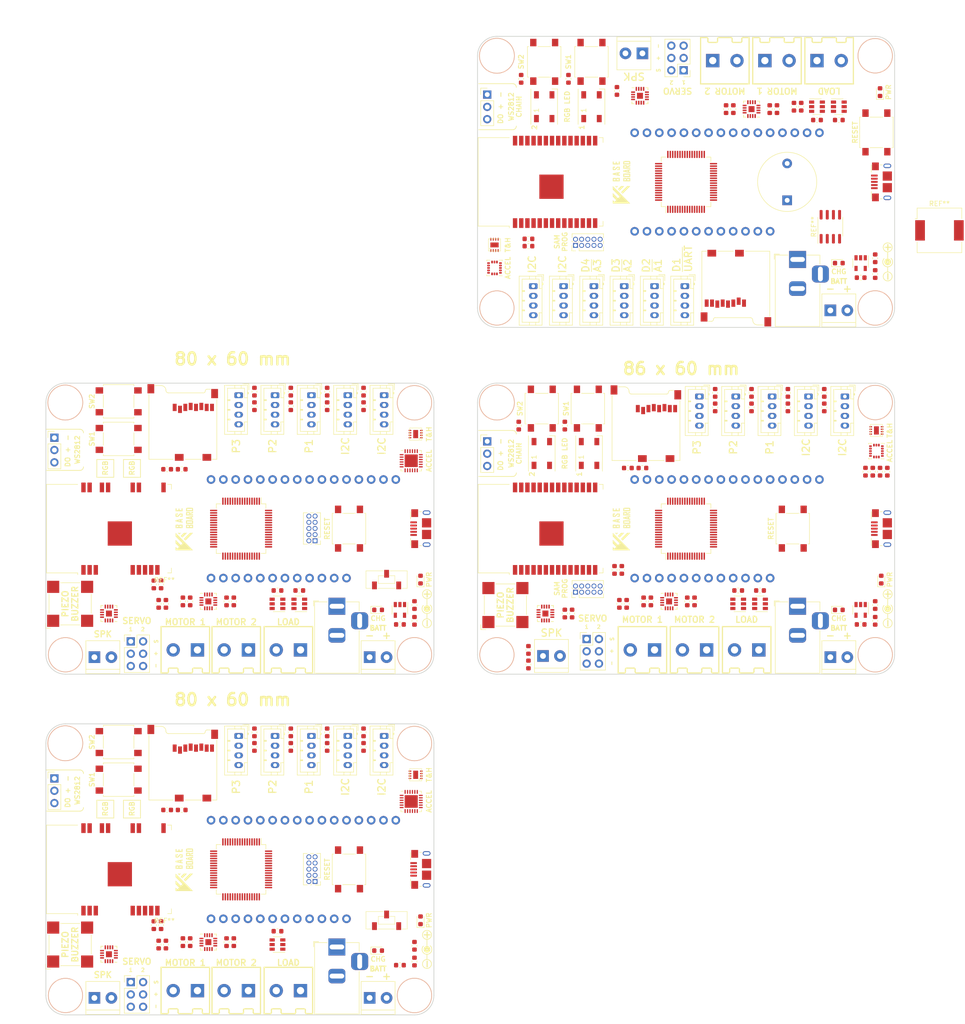
<source format=kicad_pcb>
(kicad_pcb (version 20171130) (host pcbnew 5.1.5-1.fc31)
  (layers (0 F.Cu mixed) (31 B.Cu mixed) (34 B.Paste user) (35 F.Paste user) (36 B.SilkS user) (37 F.SilkS user) (38 B.Mask user) (39 F.Mask user) (44 Edge.Cuts user))
  (net 0 "")
  (module Connector_PinHeader_2.54mm:PinHeader_1x03_P2.54mm_Vertical (layer F.Cu) (at 171.5 174)
    (fp_text reference REF** hide)
    (fp_text value PinHeader_1x03_P2.54mm_Vertical)
    (pad 1 thru_hole rect (at 0 0) (size 1.7 1.7) (drill 1) (layers *.Cu *.Mask))
    (pad 2 thru_hole oval (at 0 2.54) (size 1.7 1.7) (drill 1) (layers *.Cu *.Mask))
    (pad 3 thru_hole oval (at 0 5.08) (size 1.7 1.7) (drill 1) (layers *.Cu *.Mask))
  )
  (module GiraffeTech-Connector:DINKLE_EK500V-2P (layer F.Cu) (at 209 217.75)
    (fp_text reference REF** hide)
    (fp_text value DINKLE_EK500V-2P)
    (pad 1 thru_hole rect (at 2.5 0) (size 2.75 2.75) (drill 1.5) (layers *.Cu *.Mask))
    (pad 2 thru_hole circle (at -2.5 0) (size 2.75 2.75) (drill 1.5) (layers *.Cu *.Mask))
  )
  (module Capacitor_SMD:C_0603_1608Metric (layer F.Cu) (at 235.25 164.5 90)
    (fp_text reference REF** hide)
    (fp_text value C_0603_1608Metric)
    (pad 1 smd roundrect (at -0.7875 0 90) (size 0.875 0.95) (layers F.Cu F.Paste F.Mask))
    (pad 2 smd roundrect (at 0.7875 0 90) (size 0.875 0.95) (layers F.Cu F.Paste F.Mask))
  )
  (module Capacitor_SMD:C_0603_1608Metric (layer F.Cu) (at 198 207.75 270)
    (fp_text reference REF** hide)
    (fp_text value C_0603_1608Metric)
    (pad 1 smd roundrect (at -0.7875 0 270) (size 0.875 0.95) (layers F.Cu F.Paste F.Mask))
    (pad 2 smd roundrect (at 0.7875 0 270) (size 0.875 0.95) (layers F.Cu F.Paste F.Mask))
  )
  (module Connector_BarrelJack:BarrelJack_Horizontal (layer F.Cu) (at 229.75 208.75 90)
    (fp_text reference REF** hide)
    (fp_text value BarrelJack_Horizontal)
    (pad 1 thru_hole rect (at 0 0 90) (size 3.5 3.5) (drill oval 1 3) (layers *.Cu *.Mask))
    (pad 2 thru_hole roundrect (at -6 0 90) (size 3 3.5) (drill oval 1 3) (layers *.Cu *.Mask))
    (pad 3 thru_hole roundrect (at -3 4.7 90) (size 3.5 3.5) (drill oval 3 1) (layers *.Cu *.Mask))
  )
  (module Capacitor_SMD:C_0603_1608Metric (layer F.Cu) (at 227.75 167.5 90)
    (fp_text reference REF** hide)
    (fp_text value C_0603_1608Metric)
    (pad 1 smd roundrect (at -0.7875 0 90) (size 0.875 0.95) (layers F.Cu F.Paste F.Mask))
    (pad 2 smd roundrect (at 0.7875 0 90) (size 0.875 0.95) (layers F.Cu F.Paste F.Mask))
  )
  (module Connector_JST:JST_PH_B4B-PH-K_1x04_P2.00mm_Vertical (layer F.Cu) (at 232 165.25 270)
    (fp_text reference REF** hide)
    (fp_text value JST_PH_B4B-PH-K_1x04_P2.00mm_Vertical)
    (pad 1 thru_hole roundrect (at 0 0 270) (size 1.2 1.75) (drill 0.75) (layers *.Cu *.Mask) (roundrect_rratio 0.208333))
    (pad 2 thru_hole oval (at 2 0 270) (size 1.2 1.75) (drill 0.75) (layers *.Cu *.Mask))
    (pad 3 thru_hole oval (at 4 0 270) (size 1.2 1.75) (drill 0.75) (layers *.Cu *.Mask))
    (pad 4 thru_hole oval (at 6 0 270) (size 1.2 1.75) (drill 0.75) (layers *.Cu *.Mask))
  )
  (module GiraffeTech-Maxim:QFN-16-1EP_3x3mm_Pitch0.5mm (layer F.Cu) (at 182.75 210.25 180)
    (fp_text reference REF** hide)
    (fp_text value QFN-16-1EP_3x3mm_Pitch0.5mm)
    (pad 1 smd rect (at -1.425 -0.75 180) (size 0.8 0.3) (layers F.Cu F.Paste F.Mask))
    (pad 2 smd rect (at -1.425 -0.25 180) (size 0.8 0.3) (layers F.Cu F.Paste F.Mask))
    (pad 3 smd rect (at -1.425 0.25 180) (size 0.8 0.3) (layers F.Cu F.Paste F.Mask))
    (pad 4 smd rect (at -1.425 0.75 180) (size 0.8 0.3) (layers F.Cu F.Paste F.Mask))
    (pad 5 smd rect (at -0.75 1.425 270) (size 0.8 0.3) (layers F.Cu F.Paste F.Mask))
    (pad 6 smd rect (at -0.25 1.425 270) (size 0.8 0.3) (layers F.Cu F.Paste F.Mask))
    (pad 7 smd rect (at 0.25 1.425 270) (size 0.8 0.3) (layers F.Cu F.Paste F.Mask))
    (pad 8 smd rect (at 0.75 1.425 270) (size 0.8 0.3) (layers F.Cu F.Paste F.Mask))
    (pad 9 smd rect (at 1.425 0.75 180) (size 0.8 0.3) (layers F.Cu F.Paste F.Mask))
    (pad 10 smd rect (at 1.425 0.25 180) (size 0.8 0.3) (layers F.Cu F.Paste F.Mask))
    (pad 11 smd rect (at 1.425 -0.25 180) (size 0.8 0.3) (layers F.Cu F.Paste F.Mask))
    (pad 12 smd rect (at 1.425 -0.75 180) (size 0.8 0.3) (layers F.Cu F.Paste F.Mask))
    (pad 13 smd rect (at 0.75 -1.425 270) (size 0.8 0.3) (layers F.Cu F.Paste F.Mask))
    (pad 14 smd rect (at 0.25 -1.425 270) (size 0.8 0.3) (layers F.Cu F.Paste F.Mask))
    (pad 15 smd rect (at -0.25 -1.425 270) (size 0.8 0.3) (layers F.Cu F.Paste F.Mask))
    (pad 16 smd rect (at -0.75 -1.425 270) (size 0.8 0.3) (layers F.Cu F.Paste F.Mask))
    (pad 17 smd rect (at 0 0 180) (size 1.23 1.23) (layers F.Cu F.Paste F.Mask))
  )
  (module Capacitor_SMD:C_0603_1608Metric (layer F.Cu) (at 245.75 211.75 90)
    (fp_text reference REF** hide)
    (fp_text value C_0603_1608Metric)
    (pad 1 smd roundrect (at -0.7875 0 90) (size 0.875 0.95) (layers F.Cu F.Paste F.Mask))
    (pad 2 smd roundrect (at 0.7875 0 90) (size 0.875 0.95) (layers F.Cu F.Paste F.Mask))
  )
  (module GiraffeTech-Connector:GTK_TFMS08TK-PP-02 (layer F.Cu) (at 204 167.75 180)
    (fp_text reference REF** hide)
    (fp_text value GTK_TFMS08TK-PP-02)
    (pad 8 smd rect (at 0 0 180) (size 0.8 1.5) (layers F.Cu F.Paste F.Mask))
    (pad 7 smd rect (at 1.1 0 180) (size 0.8 1.5) (layers F.Cu F.Paste F.Mask))
    (pad 6 smd rect (at 2.2 0.2 180) (size 0.8 1.5) (layers F.Cu F.Paste F.Mask))
    (pad 5 smd rect (at 3.3 0 180) (size 0.8 1.5) (layers F.Cu F.Paste F.Mask))
    (pad 4 smd rect (at 4.4 0.2 180) (size 0.8 1.5) (layers F.Cu F.Paste F.Mask))
    (pad 3 smd rect (at 5.5 0 180) (size 0.8 1.5) (layers F.Cu F.Paste F.Mask))
    (pad 2 smd rect (at 6.6 -0.4 180) (size 0.8 1.5) (layers F.Cu F.Paste F.Mask))
    (pad 1 smd rect (at 7.7 0 180) (size 0.8 1.5) (layers F.Cu F.Paste F.Mask))
    (pad "" smd rect (at 1.06 -10.3 180) (size 1.8 1.4) (layers F.Cu F.Paste F.Mask))
    (pad "" smd rect (at 6.76 -10.3 180) (size 1.8 1.4) (layers F.Cu F.Paste F.Mask))
    (pad "" smd rect (at -0.54 2.85 180) (size 1.4 1.9) (layers F.Cu F.Paste F.Mask))
    (pad 9 smd rect (at 12.61 3.85 180) (size 1.4 1.9) (layers F.Cu F.Paste F.Mask))
  )
  (module GiraffeTech-Electromechanical:SW_SPDT_CK-JS102011JCQN (layer F.Cu) (at 240 203.25)
    (fp_text reference REF** hide)
    (fp_text value SW_SPDT_CK-JS102011JCQN)
    (pad 2 smd rect (at 0 -1.2) (size 1 1.6) (layers F.Cu F.Paste F.Mask))
    (pad 1 smd rect (at -2.5 1.2) (size 1 1.6) (layers F.Cu F.Paste F.Mask))
    (pad 3 smd rect (at 2.5 1.2) (size 1 1.6) (layers F.Cu F.Paste F.Mask))
  )
  (module Capacitor_SMD:C_0603_1608Metric (layer F.Cu) (at 208.5 207.75 270)
    (fp_text reference REF** hide)
    (fp_text value C_0603_1608Metric)
    (pad 1 smd roundrect (at -0.7875 0 270) (size 0.875 0.95) (layers F.Cu F.Paste F.Mask))
    (pad 2 smd roundrect (at 0.7875 0 270) (size 0.875 0.95) (layers F.Cu F.Paste F.Mask))
  )
  (module Capacitor_SMD:C_0603_1608Metric (layer F.Cu) (at 220.25 164.5 90)
    (fp_text reference REF** hide)
    (fp_text value C_0603_1608Metric)
    (pad 1 smd roundrect (at -0.7875 0 90) (size 0.875 0.95) (layers F.Cu F.Paste F.Mask))
    (pad 2 smd roundrect (at 0.7875 0 90) (size 0.875 0.95) (layers F.Cu F.Paste F.Mask))
  )
  (module Capacitor_SMD:C_0603_1608Metric (layer F.Cu) (at 242.75 212.5)
    (fp_text reference REF** hide)
    (fp_text value C_0603_1608Metric)
    (pad 1 smd roundrect (at -0.7875 0) (size 0.875 0.95) (layers F.Cu F.Paste F.Mask))
    (pad 2 smd roundrect (at 0.7875 0) (size 0.875 0.95) (layers F.Cu F.Paste F.Mask))
  )
  (module Resistor_SMD:R_0603_1608Metric (layer F.Cu) (at 192 204.25 270)
    (fp_text reference REF** hide)
    (fp_text value R_0603_1608Metric)
    (pad 1 smd roundrect (at -0.7875 0 270) (size 0.875 0.95) (layers F.Cu F.Paste F.Mask))
    (pad 2 smd roundrect (at 0.7875 0 270) (size 0.875 0.95) (layers F.Cu F.Paste F.Mask))
  )
  (module GiraffeTech-Maxim:QFN-16-1EP_3x3mm_Pitch0.5mm (layer F.Cu) (at 203.25 207.75)
    (fp_text reference REF** hide)
    (fp_text value QFN-16-1EP_3x3mm_Pitch0.5mm)
    (pad 1 smd rect (at -1.425 -0.75) (size 0.8 0.3) (layers F.Cu F.Paste F.Mask))
    (pad 2 smd rect (at -1.425 -0.25) (size 0.8 0.3) (layers F.Cu F.Paste F.Mask))
    (pad 3 smd rect (at -1.425 0.25) (size 0.8 0.3) (layers F.Cu F.Paste F.Mask))
    (pad 4 smd rect (at -1.425 0.75) (size 0.8 0.3) (layers F.Cu F.Paste F.Mask))
    (pad 5 smd rect (at -0.75 1.425 90) (size 0.8 0.3) (layers F.Cu F.Paste F.Mask))
    (pad 6 smd rect (at -0.25 1.425 90) (size 0.8 0.3) (layers F.Cu F.Paste F.Mask))
    (pad 7 smd rect (at 0.25 1.425 90) (size 0.8 0.3) (layers F.Cu F.Paste F.Mask))
    (pad 8 smd rect (at 0.75 1.425 90) (size 0.8 0.3) (layers F.Cu F.Paste F.Mask))
    (pad 9 smd rect (at 1.425 0.75) (size 0.8 0.3) (layers F.Cu F.Paste F.Mask))
    (pad 10 smd rect (at 1.425 0.25) (size 0.8 0.3) (layers F.Cu F.Paste F.Mask))
    (pad 11 smd rect (at 1.425 -0.25) (size 0.8 0.3) (layers F.Cu F.Paste F.Mask))
    (pad 12 smd rect (at 1.425 -0.75) (size 0.8 0.3) (layers F.Cu F.Paste F.Mask))
    (pad 13 smd rect (at 0.75 -1.425 90) (size 0.8 0.3) (layers F.Cu F.Paste F.Mask))
    (pad 14 smd rect (at 0.25 -1.425 90) (size 0.8 0.3) (layers F.Cu F.Paste F.Mask))
    (pad 15 smd rect (at -0.25 -1.425 90) (size 0.8 0.3) (layers F.Cu F.Paste F.Mask))
    (pad 16 smd rect (at -0.75 -1.425 90) (size 0.8 0.3) (layers F.Cu F.Paste F.Mask))
    (pad 17 smd rect (at 0 0) (size 1.23 1.23) (layers F.Cu F.Paste F.Mask))
  )
  (module Resistor_SMD:R_0603_1608Metric (layer F.Cu) (at 217.5 205.5 180)
    (fp_text reference REF** hide)
    (fp_text value R_0603_1608Metric)
    (pad 1 smd roundrect (at -0.7875 0 180) (size 0.875 0.95) (layers F.Cu F.Paste F.Mask))
    (pad 2 smd roundrect (at 0.7875 0 180) (size 0.875 0.95) (layers F.Cu F.Paste F.Mask))
  )
  (module Symbol:Symbol_Barrel_Polarity (layer F.Cu) (at 248.25 209.25 90)
    (fp_text reference REF** hide)
    (fp_text value Symbol_Barrel_Polarity)
  )
  (module Package_TO_SOT_SMD:SOT-23-6 (layer F.Cu) (at 217.5 208.25 180)
    (fp_text reference REF** hide)
    (fp_text value SOT-23-6)
    (pad 1 smd rect (at -1.1 -0.95 180) (size 1.06 0.65) (layers F.Cu F.Paste F.Mask))
    (pad 2 smd rect (at -1.1 0 180) (size 1.06 0.65) (layers F.Cu F.Paste F.Mask))
    (pad 3 smd rect (at -1.1 0.95 180) (size 1.06 0.65) (layers F.Cu F.Paste F.Mask))
    (pad 4 smd rect (at 1.1 0.95 180) (size 1.06 0.65) (layers F.Cu F.Paste F.Mask))
    (pad 6 smd rect (at 1.1 -0.95 180) (size 1.06 0.65) (layers F.Cu F.Paste F.Mask))
    (pad 5 smd rect (at 1.1 0 180) (size 1.06 0.65) (layers F.Cu F.Paste F.Mask))
  )
  (module MountingHole:MountingHole_3.5mm (layer F.Cu) (at 173.75 166.75)
    (fp_text reference REF** hide)
    (fp_text value MountingHole_3.5mm)
    (pad 1 np_thru_hole circle (at 0 0) (size 3.5 3.5) (drill 3.5) (layers *.Cu *.Mask))
  )
  (module GiraffeTech-Connector:USB_Micro-B_Amphenol_10118193_Horizontal (layer F.Cu) (at 248.25 192.75 90)
    (fp_text reference REF** hide)
    (fp_text value USB_Micro-B_Amphenol_10118193_Horizontal)
    (pad 6 smd rect (at 1.2 0 90) (size 1.9 1.9) (layers F.Cu F.Paste F.Mask))
    (pad 6 smd rect (at -1.2 0 90) (size 1.9 1.9) (layers F.Cu F.Paste F.Mask))
    (pad 6 thru_hole oval (at 3.3 0 90) (size 0.9 1.6) (drill oval 0.5 1.2) (layers *.Cu *.Mask))
    (pad 6 thru_hole oval (at -3.3 0 90) (size 0.9 1.6) (drill oval 0.5 1.2) (layers *.Cu *.Mask))
    (pad 6 smd rect (at -3.2 -2.45 90) (size 1.6 1.4) (layers F.Cu F.Paste F.Mask))
    (pad 6 smd rect (at 3.2 -2.45 90) (size 1.6 1.4) (layers F.Cu F.Paste F.Mask))
    (pad 3 smd rect (at 0 -2.675 90) (size 0.4 1.35) (layers F.Cu F.Paste F.Mask))
    (pad 2 smd rect (at -0.65 -2.675 90) (size 0.4 1.35) (layers F.Cu F.Paste F.Mask))
    (pad 1 smd rect (at -1.3 -2.675 90) (size 0.4 1.35) (layers F.Cu F.Paste F.Mask))
    (pad 4 smd rect (at 0.65 -2.675 90) (size 0.4 1.35) (layers F.Cu F.Paste F.Mask))
    (pad 5 smd rect (at 1.3 -2.675 90) (size 0.4 1.35) (layers F.Cu F.Paste F.Mask))
  )
  (module Capacitor_SMD:C_0603_1608Metric (layer F.Cu) (at 199.5 207.75 270)
    (fp_text reference REF** hide)
    (fp_text value C_0603_1608Metric)
    (pad 1 smd roundrect (at -0.7875 0 270) (size 0.875 0.95) (layers F.Cu F.Paste F.Mask))
    (pad 2 smd roundrect (at 0.7875 0 270) (size 0.875 0.95) (layers F.Cu F.Paste F.Mask))
  )
  (module Connector_JST:JST_PH_B4B-PH-K_1x04_P2.00mm_Vertical (layer F.Cu) (at 217 165.25 270)
    (fp_text reference REF** hide)
    (fp_text value JST_PH_B4B-PH-K_1x04_P2.00mm_Vertical)
    (pad 1 thru_hole roundrect (at 0 0 270) (size 1.2 1.75) (drill 0.75) (layers *.Cu *.Mask) (roundrect_rratio 0.208333))
    (pad 2 thru_hole oval (at 2 0 270) (size 1.2 1.75) (drill 0.75) (layers *.Cu *.Mask))
    (pad 3 thru_hole oval (at 4 0 270) (size 1.2 1.75) (drill 0.75) (layers *.Cu *.Mask))
    (pad 4 thru_hole oval (at 6 0 270) (size 1.2 1.75) (drill 0.75) (layers *.Cu *.Mask))
  )
  (module LED_SMD:LED_0603_1608Metric (layer F.Cu) (at 247 203.25 90)
    (fp_text reference REF** hide)
    (fp_text value LED_0603_1608Metric)
    (pad 1 smd roundrect (at -0.7875 0 90) (size 0.875 0.95) (layers F.Cu F.Paste F.Mask))
    (pad 2 smd roundrect (at 0.7875 0 90) (size 0.875 0.95) (layers F.Cu F.Paste F.Mask))
  )
  (module GiraffeTech-Sensiroin:Sensirion_SHT3x (layer F.Cu) (at 246 173.25 180)
    (fp_text reference REF** hide)
    (fp_text value Sensirion_SHT3x)
    (pad 1 smd rect (at -1.175 -0.75 180) (size 0.55 0.25) (layers F.Cu F.Paste F.Mask))
    (pad 2 smd rect (at -1.175 -0.25 180) (size 0.55 0.25) (layers F.Cu F.Paste F.Mask))
    (pad 3 smd rect (at -1.175 0.25 180) (size 0.55 0.25) (layers F.Cu F.Paste F.Mask))
    (pad 4 smd rect (at -1.175 0.75 180) (size 0.55 0.25) (layers F.Cu F.Paste F.Mask))
    (pad 5 smd rect (at 1.175 0.75 180) (size 0.55 0.25) (layers F.Cu F.Paste F.Mask))
    (pad 6 smd rect (at 1.175 0.25 180) (size 0.55 0.25) (layers F.Cu F.Paste F.Mask))
    (pad 7 smd rect (at 1.175 -0.25 180) (size 0.55 0.25) (layers F.Cu F.Paste F.Mask))
    (pad 8 smd rect (at 1.175 -0.75 180) (size 0.55 0.25) (layers F.Cu F.Paste F.Mask))
    (pad PAD smd rect (at 0 0 180) (size 1 1.7) (layers F.Cu F.Paste F.Mask))
  )
  (module Capacitor_SMD:C_0603_1608Metric (layer F.Cu) (at 235.25 167.5 90)
    (fp_text reference REF** hide)
    (fp_text value C_0603_1608Metric)
    (pad 1 smd roundrect (at -0.7875 0 90) (size 0.875 0.95) (layers F.Cu F.Paste F.Mask))
    (pad 2 smd roundrect (at 0.7875 0 90) (size 0.875 0.95) (layers F.Cu F.Paste F.Mask))
  )
  (module Connector_PinHeader_1.27mm:PinHeader_2x05_P1.27mm_Vertical (layer F.Cu) (at 225.25 195.25 180)
    (fp_text reference REF** hide)
    (fp_text value PinHeader_2x05_P1.27mm_Vertical)
    (pad 1 thru_hole rect (at 0 0 180) (size 1 1) (drill 0.65) (layers *.Cu *.Mask))
    (pad 2 thru_hole oval (at 1.27 0 180) (size 1 1) (drill 0.65) (layers *.Cu *.Mask))
    (pad 3 thru_hole oval (at 0 1.27 180) (size 1 1) (drill 0.65) (layers *.Cu *.Mask))
    (pad 4 thru_hole oval (at 1.27 1.27 180) (size 1 1) (drill 0.65) (layers *.Cu *.Mask))
    (pad 5 thru_hole oval (at 0 2.54 180) (size 1 1) (drill 0.65) (layers *.Cu *.Mask))
    (pad 6 thru_hole oval (at 1.27 2.54 180) (size 1 1) (drill 0.65) (layers *.Cu *.Mask))
    (pad 7 thru_hole oval (at 0 3.81 180) (size 1 1) (drill 0.65) (layers *.Cu *.Mask))
    (pad 8 thru_hole oval (at 1.27 3.81 180) (size 1 1) (drill 0.65) (layers *.Cu *.Mask))
    (pad 9 thru_hole oval (at 0 5.08 180) (size 1 1) (drill 0.65) (layers *.Cu *.Mask))
    (pad 10 thru_hole oval (at 1.27 5.08 180) (size 1 1) (drill 0.65) (layers *.Cu *.Mask))
  )
  (module Capacitor_SMD:C_0603_1608Metric (layer F.Cu) (at 220.25 167.5 90)
    (fp_text reference REF** hide)
    (fp_text value C_0603_1608Metric)
    (pad 1 smd roundrect (at -0.7875 0 90) (size 0.875 0.95) (layers F.Cu F.Paste F.Mask))
    (pad 2 smd roundrect (at 0.7875 0 90) (size 0.875 0.95) (layers F.Cu F.Paste F.Mask))
  )
  (module MountingHole:MountingHole_3.5mm (layer F.Cu) (at 245.75 166.75)
    (fp_text reference REF** hide)
    (fp_text value MountingHole_3.5mm)
    (pad 1 np_thru_hole circle (at 0 0) (size 3.5 3.5) (drill 3.5) (layers *.Cu *.Mask))
  )
  (module Capacitor_SMD:C_0603_1608Metric (layer F.Cu) (at 194.5 208.25 270)
    (fp_text reference REF** hide)
    (fp_text value C_0603_1608Metric)
    (pad 1 smd roundrect (at -0.7875 0 270) (size 0.875 0.95) (layers F.Cu F.Paste F.Mask))
    (pad 2 smd roundrect (at 0.7875 0 270) (size 0.875 0.95) (layers F.Cu F.Paste F.Mask))
  )
  (module Connector_JST:JST_PH_B4B-PH-K_1x04_P2.00mm_Vertical (layer F.Cu) (at 209.5 165.25 270)
    (fp_text reference REF** hide)
    (fp_text value JST_PH_B4B-PH-K_1x04_P2.00mm_Vertical)
    (pad 1 thru_hole roundrect (at 0 0 270) (size 1.2 1.75) (drill 0.75) (layers *.Cu *.Mask) (roundrect_rratio 0.208333))
    (pad 2 thru_hole oval (at 2 0 270) (size 1.2 1.75) (drill 0.75) (layers *.Cu *.Mask))
    (pad 3 thru_hole oval (at 4 0 270) (size 1.2 1.75) (drill 0.75) (layers *.Cu *.Mask))
    (pad 4 thru_hole oval (at 6 0 270) (size 1.2 1.75) (drill 0.75) (layers *.Cu *.Mask))
  )
  (module MountingHole:MountingHole_3.5mm (layer F.Cu) (at 245.75 218.75)
    (fp_text reference REF** hide)
    (fp_text value MountingHole_3.5mm)
    (pad 1 np_thru_hole circle (at 0 0) (size 3.5 3.5) (drill 3.5) (layers *.Cu *.Mask))
  )
  (module Capacitor_SMD:C_0603_1608Metric (layer F.Cu) (at 193 208.25 270)
    (fp_text reference REF** hide)
    (fp_text value C_0603_1608Metric)
    (pad 1 smd roundrect (at -0.7875 0 270) (size 0.875 0.95) (layers F.Cu F.Paste F.Mask))
    (pad 2 smd roundrect (at 0.7875 0 270) (size 0.875 0.95) (layers F.Cu F.Paste F.Mask))
  )
  (module Button_Switch_SMD:SW_SPST_B3S-1000 (layer F.Cu) (at 184.75 174.25 180)
    (fp_text reference REF** hide)
    (fp_text value SW_SPST_B3S-1000)
    (pad 1 smd rect (at -3.975 -2.25 180) (size 1.55 1.3) (layers F.Cu F.Paste F.Mask))
    (pad 1 smd rect (at 3.975 -2.25 180) (size 1.55 1.3) (layers F.Cu F.Paste F.Mask))
    (pad 2 smd rect (at -3.975 2.25 180) (size 1.55 1.3) (layers F.Cu F.Paste F.Mask))
    (pad 2 smd rect (at 3.975 2.25 180) (size 1.55 1.3) (layers F.Cu F.Paste F.Mask))
  )
  (module Buzzer_Beeper:MagneticBuzzer_CUI_CMT-8504-100-SMT (layer F.Cu) (at 174.75 208.25 90)
    (fp_text reference REF** hide)
    (fp_text value MagneticBuzzer_CUI_CMT-8504-100-SMT)
    (pad 4 smd rect (at 3.5 -3.5) (size 2.5 2.5) (layers F.Cu F.Paste F.Mask))
    (pad 3 smd rect (at 3.5 3.5) (size 2.5 2.5) (layers F.Cu F.Paste F.Mask))
    (pad 2 smd rect (at -3.5 3.5) (size 2.5 2.5) (layers F.Cu F.Paste F.Mask))
    (pad 1 smd rect (at -3.5 -3.5) (size 2.5 2.5) (layers F.Cu F.Paste F.Mask))
  )
  (module LED_SMD:LED_0603_1608Metric (layer F.Cu) (at 238.25 209.5)
    (fp_text reference REF** hide)
    (fp_text value LED_0603_1608Metric)
    (pad 1 smd roundrect (at -0.7875 0) (size 0.875 0.95) (layers F.Cu F.Paste F.Mask))
    (pad 2 smd roundrect (at 0.7875 0) (size 0.875 0.95) (layers F.Cu F.Paste F.Mask))
  )
  (module Capacitor_SMD:C_0603_1608Metric (layer F.Cu) (at 212.75 164.5 90)
    (fp_text reference REF** hide)
    (fp_text value C_0603_1608Metric)
    (pad 1 smd roundrect (at -0.7875 0 90) (size 0.875 0.95) (layers F.Cu F.Paste F.Mask))
    (pad 2 smd roundrect (at 0.7875 0 90) (size 0.875 0.95) (layers F.Cu F.Paste F.Mask))
  )
  (module Capacitor_SMD:C_0603_1608Metric (layer F.Cu) (at 212.75 167.5 90)
    (fp_text reference REF** hide)
    (fp_text value C_0603_1608Metric)
    (pad 1 smd roundrect (at -0.7875 0 90) (size 0.875 0.95) (layers F.Cu F.Paste F.Mask))
    (pad 2 smd roundrect (at 0.7875 0 90) (size 0.875 0.95) (layers F.Cu F.Paste F.Mask))
  )
  (module GiraffeTech-Connector:TerminalBlock_Dinkle_ED350V_1x02_P3.50mm_Horizontal (layer F.Cu) (at 181.5 219.25)
    (fp_text reference REF** hide)
    (fp_text value Dinkle_ED350V_2Pins_Pitch3.5mm)
    (pad 1 thru_hole rect (at -1.75 0) (size 2.4 2.4) (drill 1.2) (layers *.Cu *.Mask))
    (pad 2 thru_hole circle (at 1.75 0) (size 2.4 2.4) (drill 1.2) (layers *.Cu *.Mask))
  )
  (module Capacitor_SMD:C_0603_1608Metric (layer F.Cu) (at 227.75 164.5 90)
    (fp_text reference REF** hide)
    (fp_text value C_0603_1608Metric)
    (pad 1 smd roundrect (at -0.7875 0 90) (size 0.875 0.95) (layers F.Cu F.Paste F.Mask))
    (pad 2 smd roundrect (at 0.7875 0 90) (size 0.875 0.95) (layers F.Cu F.Paste F.Mask))
  )
  (module Connector_JST:JST_PH_B4B-PH-K_1x04_P2.00mm_Vertical (layer F.Cu) (at 239.5 165.25 270)
    (fp_text reference REF** hide)
    (fp_text value JST_PH_B4B-PH-K_1x04_P2.00mm_Vertical)
    (pad 1 thru_hole roundrect (at 0 0 270) (size 1.2 1.75) (drill 0.75) (layers *.Cu *.Mask) (roundrect_rratio 0.208333))
    (pad 2 thru_hole oval (at 2 0 270) (size 1.2 1.75) (drill 0.75) (layers *.Cu *.Mask))
    (pad 3 thru_hole oval (at 4 0 270) (size 1.2 1.75) (drill 0.75) (layers *.Cu *.Mask))
    (pad 4 thru_hole oval (at 6 0 270) (size 1.2 1.75) (drill 0.75) (layers *.Cu *.Mask))
  )
  (module Capacitor_SMD:C_0603_1608Metric (layer F.Cu) (at 245.75 208.5 90)
    (fp_text reference REF** hide)
    (fp_text value C_0603_1608Metric)
    (pad 1 smd roundrect (at -0.7875 0 90) (size 0.875 0.95) (layers F.Cu F.Paste F.Mask))
    (pad 2 smd roundrect (at 0.7875 0 90) (size 0.875 0.95) (layers F.Cu F.Paste F.Mask))
  )
  (module Button_Switch_SMD:SW_SPST_B3S-1000 (layer F.Cu) (at 232.25 192.75 270)
    (fp_text reference REF** hide)
    (fp_text value SW_SPST_B3S-1000)
    (pad 1 smd rect (at -3.975 -2.25 270) (size 1.55 1.3) (layers F.Cu F.Paste F.Mask))
    (pad 1 smd rect (at 3.975 -2.25 270) (size 1.55 1.3) (layers F.Cu F.Paste F.Mask))
    (pad 2 smd rect (at -3.975 2.25 270) (size 1.55 1.3) (layers F.Cu F.Paste F.Mask))
    (pad 2 smd rect (at 3.975 2.25 270) (size 1.55 1.3) (layers F.Cu F.Paste F.Mask))
  )
  (module Connector_PinHeader_2.54mm:PinHeader_2x03_P2.54mm_Vertical (layer F.Cu) (at 187.25 216)
    (fp_text reference REF** hide)
    (fp_text value PinHeader_2x03_P2.54mm_Vertical)
    (pad 1 thru_hole rect (at 0 0) (size 1.7 1.7) (drill 1) (layers *.Cu *.Mask))
    (pad 2 thru_hole oval (at 2.54 0) (size 1.7 1.7) (drill 1) (layers *.Cu *.Mask))
    (pad 3 thru_hole oval (at 0 2.54) (size 1.7 1.7) (drill 1) (layers *.Cu *.Mask))
    (pad 4 thru_hole oval (at 2.54 2.54) (size 1.7 1.7) (drill 1) (layers *.Cu *.Mask))
    (pad 5 thru_hole oval (at 0 5.08) (size 1.7 1.7) (drill 1) (layers *.Cu *.Mask))
    (pad 6 thru_hole oval (at 2.54 5.08) (size 1.7 1.7) (drill 1) (layers *.Cu *.Mask))
  )
  (module GiraffeTech-Connector:DINKLE_EK500V-2P (layer F.Cu) (at 198.5 217.75)
    (fp_text reference REF** hide)
    (fp_text value DINKLE_EK500V-2P)
    (pad 1 thru_hole rect (at 2.5 0) (size 2.75 2.75) (drill 1.5) (layers *.Cu *.Mask))
    (pad 2 thru_hole circle (at -2.5 0) (size 2.75 2.75) (drill 1.5) (layers *.Cu *.Mask))
  )
  (module Capacitor_SMD:C_0603_1608Metric (layer F.Cu) (at 194.75 180.5 180)
    (fp_text reference REF** hide)
    (fp_text value C_0603_1608Metric)
    (pad 1 smd roundrect (at -0.7875 0 180) (size 0.875 0.95) (layers F.Cu F.Paste F.Mask))
    (pad 2 smd roundrect (at 0.7875 0 180) (size 0.875 0.95) (layers F.Cu F.Paste F.Mask))
  )
  (module GiraffeTech-Connector:DINKLE_EK500V-2P (layer F.Cu) (at 219.75 217.75)
    (fp_text reference REF** hide)
    (fp_text value DINKLE_EK500V-2P)
    (pad 1 thru_hole rect (at 2.5 0) (size 2.75 2.75) (drill 1.5) (layers *.Cu *.Mask))
    (pad 2 thru_hole circle (at -2.5 0) (size 2.75 2.75) (drill 1.5) (layers *.Cu *.Mask))
  )
  (module Resistor_SMD:R_0603_1608Metric (layer F.Cu) (at 193.5 204.25 270)
    (fp_text reference REF** hide)
    (fp_text value R_0603_1608Metric)
    (pad 1 smd roundrect (at -0.7875 0 270) (size 0.875 0.95) (layers F.Cu F.Paste F.Mask))
    (pad 2 smd roundrect (at 0.7875 0 270) (size 0.875 0.95) (layers F.Cu F.Paste F.Mask))
  )
  (module Capacitor_SMD:C_0603_1608Metric (layer F.Cu) (at 207 207.75 270)
    (fp_text reference REF** hide)
    (fp_text value C_0603_1608Metric)
    (pad 1 smd roundrect (at -0.7875 0 270) (size 0.875 0.95) (layers F.Cu F.Paste F.Mask))
    (pad 2 smd roundrect (at 0.7875 0 270) (size 0.875 0.95) (layers F.Cu F.Paste F.Mask))
  )
  (module Capacitor_SMD:C_0603_1608Metric (layer F.Cu) (at 197.75 180.5 180)
    (fp_text reference REF** hide)
    (fp_text value C_0603_1608Metric)
    (pad 1 smd roundrect (at -0.7875 0 180) (size 0.875 0.95) (layers F.Cu F.Paste F.Mask))
    (pad 2 smd roundrect (at 0.7875 0 180) (size 0.875 0.95) (layers F.Cu F.Paste F.Mask))
  )
  (module GiraffeTech-Connector:Adafruit-Feather_WoMountPoint (layer F.Cu) (at 248.25 181.35 180)
    (fp_text reference MS2 hide)
    (fp_text value FEATHERWING_NODIM hide)
    (pad 28 thru_hole circle (at 16.51 -21.59 180) (size 1.778 1.778) (drill 1) (layers *.Cu *.Mask))
    (pad 27 thru_hole circle (at 19.05 -21.59 180) (size 1.778 1.778) (drill 1) (layers *.Cu *.Mask))
    (pad 26 thru_hole circle (at 21.59 -21.59 180) (size 1.778 1.778) (drill 1) (layers *.Cu *.Mask))
    (pad 25 thru_hole circle (at 24.13 -21.59 180) (size 1.778 1.778) (drill 1) (layers *.Cu *.Mask))
    (pad 24 thru_hole circle (at 26.67 -21.59 180) (size 1.778 1.778) (drill 1) (layers *.Cu *.Mask))
    (pad 23 thru_hole circle (at 29.21 -21.59 180) (size 1.778 1.778) (drill 1) (layers *.Cu *.Mask))
    (pad 22 thru_hole circle (at 31.75 -21.59 180) (size 1.778 1.778) (drill 1) (layers *.Cu *.Mask))
    (pad 21 thru_hole circle (at 34.29 -21.59 180) (size 1.778 1.778) (drill 1) (layers *.Cu *.Mask))
    (pad 20 thru_hole circle (at 36.83 -21.59 180) (size 1.778 1.778) (drill 1) (layers *.Cu *.Mask))
    (pad 19 thru_hole circle (at 39.37 -21.59 180) (size 1.778 1.778) (drill 1) (layers *.Cu *.Mask))
    (pad 18 thru_hole circle (at 41.91 -21.59 180) (size 1.778 1.778) (drill 1) (layers *.Cu *.Mask))
    (pad 17 thru_hole circle (at 44.45 -21.59 180) (size 1.778 1.778) (drill 1) (layers *.Cu *.Mask))
    (pad 5 thru_hole circle (at 16.51 -1.27 180) (size 1.778 1.778) (drill 1) (layers *.Cu *.Mask))
    (pad 6 thru_hole circle (at 19.05 -1.27 180) (size 1.778 1.778) (drill 1) (layers *.Cu *.Mask))
    (pad 7 thru_hole circle (at 21.59 -1.27 180) (size 1.778 1.778) (drill 1) (layers *.Cu *.Mask))
    (pad 8 thru_hole circle (at 24.13 -1.27 180) (size 1.778 1.778) (drill 1) (layers *.Cu *.Mask))
    (pad 9 thru_hole circle (at 26.67 -1.27 180) (size 1.778 1.778) (drill 1) (layers *.Cu *.Mask))
    (pad 10 thru_hole circle (at 29.21 -1.27 180) (size 1.778 1.778) (drill 1) (layers *.Cu *.Mask))
    (pad 11 thru_hole circle (at 31.75 -1.27 180) (size 1.778 1.778) (drill 1) (layers *.Cu *.Mask))
    (pad 12 thru_hole circle (at 34.29 -1.27 180) (size 1.778 1.778) (drill 1) (layers *.Cu *.Mask))
    (pad 13 thru_hole circle (at 36.83 -1.27 180) (size 1.778 1.778) (drill 1) (layers *.Cu *.Mask))
    (pad 14 thru_hole circle (at 39.37 -1.27 180) (size 1.778 1.778) (drill 1) (layers *.Cu *.Mask))
    (pad 15 thru_hole circle (at 41.91 -1.27 180) (size 1.778 1.778) (drill 1) (layers *.Cu *.Mask))
    (pad 16 thru_hole circle (at 44.45 -1.27 180) (size 1.778 1.778) (drill 1) (layers *.Cu *.Mask))
    (pad 4 thru_hole circle (at 13.97 -1.27 180) (size 1.778 1.778) (drill 1) (layers *.Cu *.Mask))
    (pad 3 thru_hole circle (at 11.43 -1.27 180) (size 1.778 1.778) (drill 1) (layers *.Cu *.Mask))
    (pad 2 thru_hole circle (at 8.89 -1.27 180) (size 1.778 1.778) (drill 1) (layers *.Cu *.Mask))
    (pad 1 thru_hole circle (at 6.35 -1.27 180) (size 1.778 1.778) (drill 1) (layers *.Cu *.Mask))
  )
  (module Connector_JST:JST_PH_B4B-PH-K_1x04_P2.00mm_Vertical (layer F.Cu) (at 224.5 165.25 270)
    (fp_text reference REF** hide)
    (fp_text value JST_PH_B4B-PH-K_1x04_P2.00mm_Vertical)
    (pad 1 thru_hole roundrect (at 0 0 270) (size 1.2 1.75) (drill 0.75) (layers *.Cu *.Mask) (roundrect_rratio 0.208333))
    (pad 2 thru_hole oval (at 2 0 270) (size 1.2 1.75) (drill 0.75) (layers *.Cu *.Mask))
    (pad 3 thru_hole oval (at 4 0 270) (size 1.2 1.75) (drill 0.75) (layers *.Cu *.Mask))
    (pad 4 thru_hole oval (at 6 0 270) (size 1.2 1.75) (drill 0.75) (layers *.Cu *.Mask))
  )
  (module Package_DFN_QFN:QFN-24-1EP_4x4mm_P0.5mm_EP2.7x2.6mm (layer F.Cu) (at 245.075 178.75)
    (fp_text reference REF** hide)
    (fp_text value QFN-24-1EP_4x4mm_P0.5mm_EP2.7x2.6mm)
    (pad 1 smd roundrect (at -1.975 -1.25) (size 0.8 0.25) (layers F.Cu F.Paste F.Mask))
    (pad 2 smd roundrect (at -1.975 -0.75) (size 0.8 0.25) (layers F.Cu F.Paste F.Mask))
    (pad 3 smd roundrect (at -1.975 -0.25) (size 0.8 0.25) (layers F.Cu F.Paste F.Mask))
    (pad 4 smd roundrect (at -1.975 0.25) (size 0.8 0.25) (layers F.Cu F.Paste F.Mask))
    (pad 5 smd roundrect (at -1.975 0.75) (size 0.8 0.25) (layers F.Cu F.Paste F.Mask))
    (pad 6 smd roundrect (at -1.975 1.25) (size 0.8 0.25) (layers F.Cu F.Paste F.Mask))
    (pad 7 smd roundrect (at -1.25 1.975) (size 0.25 0.8) (layers F.Cu F.Paste F.Mask))
    (pad 8 smd roundrect (at -0.75 1.975) (size 0.25 0.8) (layers F.Cu F.Paste F.Mask))
    (pad 9 smd roundrect (at -0.25 1.975) (size 0.25 0.8) (layers F.Cu F.Paste F.Mask))
    (pad 10 smd roundrect (at 0.25 1.975) (size 0.25 0.8) (layers F.Cu F.Paste F.Mask))
    (pad 11 smd roundrect (at 0.75 1.975) (size 0.25 0.8) (layers F.Cu F.Paste F.Mask))
    (pad 12 smd roundrect (at 1.25 1.975) (size 0.25 0.8) (layers F.Cu F.Paste F.Mask))
    (pad 13 smd roundrect (at 1.975 1.25) (size 0.8 0.25) (layers F.Cu F.Paste F.Mask))
    (pad 14 smd roundrect (at 1.975 0.75) (size 0.8 0.25) (layers F.Cu F.Paste F.Mask))
    (pad 15 smd roundrect (at 1.975 0.25) (size 0.8 0.25) (layers F.Cu F.Paste F.Mask))
    (pad 16 smd roundrect (at 1.975 -0.25) (size 0.8 0.25) (layers F.Cu F.Paste F.Mask))
    (pad 17 smd roundrect (at 1.975 -0.75) (size 0.8 0.25) (layers F.Cu F.Paste F.Mask))
    (pad 18 smd roundrect (at 1.975 -1.25) (size 0.8 0.25) (layers F.Cu F.Paste F.Mask))
    (pad 19 smd roundrect (at 1.25 -1.975) (size 0.25 0.8) (layers F.Cu F.Paste F.Mask))
    (pad 20 smd roundrect (at 0.75 -1.975) (size 0.25 0.8) (layers F.Cu F.Paste F.Mask))
    (pad 21 smd roundrect (at 0.25 -1.975) (size 0.25 0.8) (layers F.Cu F.Paste F.Mask))
    (pad 22 smd roundrect (at -0.25 -1.975) (size 0.25 0.8) (layers F.Cu F.Paste F.Mask))
    (pad 23 smd roundrect (at -0.75 -1.975) (size 0.25 0.8) (layers F.Cu F.Paste F.Mask))
    (pad 24 smd roundrect (at -1.25 -1.975) (size 0.25 0.8) (layers F.Cu F.Paste F.Mask))
    (pad 25 smd rect (at 0 0) (size 2.7 2.6) (layers F.Cu F.Mask))
  )
  (module Package_QFP:TQFP-64_10x10mm_P0.5mm (layer F.Cu) (at 210 192.75 270)
    (fp_text reference REF** hide)
    (fp_text value TQFP-64_10x10mm_P0.5mm)
    (pad 1 smd roundrect (at -5.6625 -3.75 270) (size 1.475 0.3) (layers F.Cu F.Paste F.Mask))
    (pad 2 smd roundrect (at -5.6625 -3.25 270) (size 1.475 0.3) (layers F.Cu F.Paste F.Mask))
    (pad 3 smd roundrect (at -5.6625 -2.75 270) (size 1.475 0.3) (layers F.Cu F.Paste F.Mask))
    (pad 4 smd roundrect (at -5.6625 -2.25 270) (size 1.475 0.3) (layers F.Cu F.Paste F.Mask))
    (pad 5 smd roundrect (at -5.6625 -1.75 270) (size 1.475 0.3) (layers F.Cu F.Paste F.Mask))
    (pad 6 smd roundrect (at -5.6625 -1.25 270) (size 1.475 0.3) (layers F.Cu F.Paste F.Mask))
    (pad 7 smd roundrect (at -5.6625 -0.75 270) (size 1.475 0.3) (layers F.Cu F.Paste F.Mask))
    (pad 8 smd roundrect (at -5.6625 -0.25 270) (size 1.475 0.3) (layers F.Cu F.Paste F.Mask))
    (pad 9 smd roundrect (at -5.6625 0.25 270) (size 1.475 0.3) (layers F.Cu F.Paste F.Mask))
    (pad 10 smd roundrect (at -5.6625 0.75 270) (size 1.475 0.3) (layers F.Cu F.Paste F.Mask))
    (pad 11 smd roundrect (at -5.6625 1.25 270) (size 1.475 0.3) (layers F.Cu F.Paste F.Mask))
    (pad 12 smd roundrect (at -5.6625 1.75 270) (size 1.475 0.3) (layers F.Cu F.Paste F.Mask))
    (pad 13 smd roundrect (at -5.6625 2.25 270) (size 1.475 0.3) (layers F.Cu F.Paste F.Mask))
    (pad 14 smd roundrect (at -5.6625 2.75 270) (size 1.475 0.3) (layers F.Cu F.Paste F.Mask))
    (pad 15 smd roundrect (at -5.6625 3.25 270) (size 1.475 0.3) (layers F.Cu F.Paste F.Mask))
    (pad 16 smd roundrect (at -5.6625 3.75 270) (size 1.475 0.3) (layers F.Cu F.Paste F.Mask))
    (pad 17 smd roundrect (at -3.75 5.6625 270) (size 0.3 1.475) (layers F.Cu F.Paste F.Mask))
    (pad 18 smd roundrect (at -3.25 5.6625 270) (size 0.3 1.475) (layers F.Cu F.Paste F.Mask))
    (pad 19 smd roundrect (at -2.75 5.6625 270) (size 0.3 1.475) (layers F.Cu F.Paste F.Mask))
    (pad 20 smd roundrect (at -2.25 5.6625 270) (size 0.3 1.475) (layers F.Cu F.Paste F.Mask))
    (pad 21 smd roundrect (at -1.75 5.6625 270) (size 0.3 1.475) (layers F.Cu F.Paste F.Mask))
    (pad 22 smd roundrect (at -1.25 5.6625 270) (size 0.3 1.475) (layers F.Cu F.Paste F.Mask))
    (pad 23 smd roundrect (at -0.75 5.6625 270) (size 0.3 1.475) (layers F.Cu F.Paste F.Mask))
    (pad 24 smd roundrect (at -0.25 5.6625 270) (size 0.3 1.475) (layers F.Cu F.Paste F.Mask))
    (pad 25 smd roundrect (at 0.25 5.6625 270) (size 0.3 1.475) (layers F.Cu F.Paste F.Mask))
    (pad 26 smd roundrect (at 0.75 5.6625 270) (size 0.3 1.475) (layers F.Cu F.Paste F.Mask))
    (pad 27 smd roundrect (at 1.25 5.6625 270) (size 0.3 1.475) (layers F.Cu F.Paste F.Mask))
    (pad 28 smd roundrect (at 1.75 5.6625 270) (size 0.3 1.475) (layers F.Cu F.Paste F.Mask))
    (pad 29 smd roundrect (at 2.25 5.6625 270) (size 0.3 1.475) (layers F.Cu F.Paste F.Mask))
    (pad 30 smd roundrect (at 2.75 5.6625 270) (size 0.3 1.475) (layers F.Cu F.Paste F.Mask))
    (pad 31 smd roundrect (at 3.25 5.6625 270) (size 0.3 1.475) (layers F.Cu F.Paste F.Mask))
    (pad 32 smd roundrect (at 3.75 5.6625 270) (size 0.3 1.475) (layers F.Cu F.Paste F.Mask))
    (pad 33 smd roundrect (at 5.6625 3.75 270) (size 1.475 0.3) (layers F.Cu F.Paste F.Mask))
    (pad 34 smd roundrect (at 5.6625 3.25 270) (size 1.475 0.3) (layers F.Cu F.Paste F.Mask))
    (pad 35 smd roundrect (at 5.6625 2.75 270) (size 1.475 0.3) (layers F.Cu F.Paste F.Mask))
    (pad 36 smd roundrect (at 5.6625 2.25 270) (size 1.475 0.3) (layers F.Cu F.Paste F.Mask))
    (pad 37 smd roundrect (at 5.6625 1.75 270) (size 1.475 0.3) (layers F.Cu F.Paste F.Mask))
    (pad 38 smd roundrect (at 5.6625 1.25 270) (size 1.475 0.3) (layers F.Cu F.Paste F.Mask))
    (pad 39 smd roundrect (at 5.6625 0.75 270) (size 1.475 0.3) (layers F.Cu F.Paste F.Mask))
    (pad 40 smd roundrect (at 5.6625 0.25 270) (size 1.475 0.3) (layers F.Cu F.Paste F.Mask))
    (pad 41 smd roundrect (at 5.6625 -0.25 270) (size 1.475 0.3) (layers F.Cu F.Paste F.Mask))
    (pad 42 smd roundrect (at 5.6625 -0.75 270) (size 1.475 0.3) (layers F.Cu F.Paste F.Mask))
    (pad 43 smd roundrect (at 5.6625 -1.25 270) (size 1.475 0.3) (layers F.Cu F.Paste F.Mask))
    (pad 44 smd roundrect (at 5.6625 -1.75 270) (size 1.475 0.3) (layers F.Cu F.Paste F.Mask))
    (pad 45 smd roundrect (at 5.6625 -2.25 270) (size 1.475 0.3) (layers F.Cu F.Paste F.Mask))
    (pad 46 smd roundrect (at 5.6625 -2.75 270) (size 1.475 0.3) (layers F.Cu F.Paste F.Mask))
    (pad 47 smd roundrect (at 5.6625 -3.25 270) (size 1.475 0.3) (layers F.Cu F.Paste F.Mask))
    (pad 48 smd roundrect (at 5.6625 -3.75 270) (size 1.475 0.3) (layers F.Cu F.Paste F.Mask))
    (pad 49 smd roundrect (at 3.75 -5.6625 270) (size 0.3 1.475) (layers F.Cu F.Paste F.Mask))
    (pad 50 smd roundrect (at 3.25 -5.6625 270) (size 0.3 1.475) (layers F.Cu F.Paste F.Mask))
    (pad 51 smd roundrect (at 2.75 -5.6625 270) (size 0.3 1.475) (layers F.Cu F.Paste F.Mask))
    (pad 52 smd roundrect (at 2.25 -5.6625 270) (size 0.3 1.475) (layers F.Cu F.Paste F.Mask))
    (pad 53 smd roundrect (at 1.75 -5.6625 270) (size 0.3 1.475) (layers F.Cu F.Paste F.Mask))
    (pad 54 smd roundrect (at 1.25 -5.6625 270) (size 0.3 1.475) (layers F.Cu F.Paste F.Mask))
    (pad 55 smd roundrect (at 0.75 -5.6625 270) (size 0.3 1.475) (layers F.Cu F.Paste F.Mask))
    (pad 56 smd roundrect (at 0.25 -5.6625 270) (size 0.3 1.475) (layers F.Cu F.Paste F.Mask))
    (pad 57 smd roundrect (at -0.25 -5.6625 270) (size 0.3 1.475) (layers F.Cu F.Paste F.Mask))
    (pad 58 smd roundrect (at -0.75 -5.6625 270) (size 0.3 1.475) (layers F.Cu F.Paste F.Mask))
    (pad 59 smd roundrect (at -1.25 -5.6625 270) (size 0.3 1.475) (layers F.Cu F.Paste F.Mask))
    (pad 60 smd roundrect (at -1.75 -5.6625 270) (size 0.3 1.475) (layers F.Cu F.Paste F.Mask))
    (pad 61 smd roundrect (at -2.25 -5.6625 270) (size 0.3 1.475) (layers F.Cu F.Paste F.Mask))
    (pad 62 smd roundrect (at -2.75 -5.6625 270) (size 0.3 1.475) (layers F.Cu F.Paste F.Mask))
    (pad 63 smd roundrect (at -3.25 -5.6625 270) (size 0.3 1.475) (layers F.Cu F.Paste F.Mask))
    (pad 64 smd roundrect (at -3.75 -5.6625 270) (size 0.3 1.475) (layers F.Cu F.Paste F.Mask))
  )
  (module GiraffeTech-NodeMCU:ESP32-WROOM-32_WifiNinaPin (layer F.Cu) (at 185.75 192.75 90)
    (fp_text reference REF** (at -10.61 8.43) (layer F.SilkS))
    (fp_text value ESP32-WROOM-32_WifiNinaPin)
    (pad 39 smd rect (at -1 -0.755 90) (size 5 5) (layers F.Cu F.Paste F.Mask))
    (pad 1 smd rect (at -8.5 -8.255 90) (size 2 0.9) (layers F.Cu F.Paste F.Mask))
    (pad 2 smd rect (at -8.5 -6.985 90) (size 2 0.9) (layers F.Cu F.Paste F.Mask))
    (pad 3 smd rect (at -8.5 -5.715 90) (size 2 0.9) (layers F.Cu F.Paste F.Mask))
    (pad 9 smd rect (at -8.5 1.905 90) (size 2 0.9) (layers F.Cu F.Paste F.Mask))
    (pad 10 smd rect (at -8.5 3.175 90) (size 2 0.9) (layers F.Cu F.Paste F.Mask))
    (pad 11 smd rect (at -8.5 4.445 90) (size 2 0.9) (layers F.Cu F.Paste F.Mask))
    (pad 12 smd rect (at -8.5 5.715 90) (size 2 0.9) (layers F.Cu F.Paste F.Mask))
    (pad 13 smd rect (at -8.5 6.985 90) (size 2 0.9) (layers F.Cu F.Paste F.Mask))
    (pad 25 smd rect (at 8.5 8.255 90) (size 2 0.9) (layers F.Cu F.Paste F.Mask))
    (pad 29 smd rect (at 8.5 3.175 90) (size 2 0.9) (layers F.Cu F.Paste F.Mask))
    (pad 30 smd rect (at 8.5 1.905 90) (size 2 0.9) (layers F.Cu F.Paste F.Mask))
    (pad 34 smd rect (at 8.5 -3.175 90) (size 2 0.9) (layers F.Cu F.Paste F.Mask))
    (pad 35 smd rect (at 8.5 -4.445 90) (size 2 0.9) (layers F.Cu F.Paste F.Mask))
    (pad 37 smd rect (at 8.5 -6.985 90) (size 2 0.9) (layers F.Cu F.Paste F.Mask))
    (pad 38 smd rect (at 8.5 -8.255 90) (size 2 0.9) (layers F.Cu F.Paste F.Mask))
  )
  (module MountingHole:MountingHole_3.5mm (layer F.Cu) (at 173.75 218.75)
    (fp_text reference REF** hide)
    (fp_text value MountingHole_3.5mm)
    (pad 1 np_thru_hole circle (at 0 0) (size 3.5 3.5) (drill 3.5) (layers *.Cu *.Mask))
  )
  (module GiraffeTech-Connector:TerminalBlock_Dinkle_ED350V_1x02_P3.50mm_Horizontal (layer F.Cu) (at 238.25 219.25)
    (fp_text reference REF** hide)
    (fp_text value Dinkle_ED350V_2Pins_Pitch3.5mm)
    (pad 1 thru_hole rect (at -1.75 0) (size 2.4 2.4) (drill 1.2) (layers *.Cu *.Mask))
    (pad 2 thru_hole circle (at 1.75 0) (size 2.4 2.4) (drill 1.2) (layers *.Cu *.Mask))
  )
  (module Button_Switch_SMD:SW_SPST_B3S-1000 (layer F.Cu) (at 184.75 166.5)
    (fp_text reference REF** hide)
    (fp_text value SW_SPST_B3S-1000)
    (pad 1 smd rect (at -3.975 -2.25) (size 1.55 1.3) (layers F.Cu F.Paste F.Mask))
    (pad 1 smd rect (at 3.975 -2.25) (size 1.55 1.3) (layers F.Cu F.Paste F.Mask))
    (pad 2 smd rect (at -3.975 2.25) (size 1.55 1.3) (layers F.Cu F.Paste F.Mask))
    (pad 2 smd rect (at 3.975 2.25) (size 1.55 1.3) (layers F.Cu F.Paste F.Mask))
  )
  (module GiraffeTech-Utility:basebaord_text3 (layer F.Cu) (at 198.25 192.75 90)
    (fp_text reference G*** hide)
    (fp_text value LOGO hide)
  )
  (module Package_DFN_QFN:QFN-24-1EP_4x4mm_P0.5mm_EP2.7x2.6mm (layer F.Cu) (at 245.075 108.5)
    (fp_text reference REF** hide)
    (fp_text value QFN-24-1EP_4x4mm_P0.5mm_EP2.7x2.6mm)
    (pad 25 smd rect (at 0 0) (size 2.7 2.6) (layers F.Cu F.Mask))
    (pad 24 smd roundrect (at -1.25 -1.975) (size 0.25 0.8) (layers F.Cu F.Paste F.Mask))
    (pad 23 smd roundrect (at -0.75 -1.975) (size 0.25 0.8) (layers F.Cu F.Paste F.Mask))
    (pad 22 smd roundrect (at -0.25 -1.975) (size 0.25 0.8) (layers F.Cu F.Paste F.Mask))
    (pad 21 smd roundrect (at 0.25 -1.975) (size 0.25 0.8) (layers F.Cu F.Paste F.Mask))
    (pad 20 smd roundrect (at 0.75 -1.975) (size 0.25 0.8) (layers F.Cu F.Paste F.Mask))
    (pad 19 smd roundrect (at 1.25 -1.975) (size 0.25 0.8) (layers F.Cu F.Paste F.Mask))
    (pad 18 smd roundrect (at 1.975 -1.25) (size 0.8 0.25) (layers F.Cu F.Paste F.Mask))
    (pad 17 smd roundrect (at 1.975 -0.75) (size 0.8 0.25) (layers F.Cu F.Paste F.Mask))
    (pad 16 smd roundrect (at 1.975 -0.25) (size 0.8 0.25) (layers F.Cu F.Paste F.Mask))
    (pad 15 smd roundrect (at 1.975 0.25) (size 0.8 0.25) (layers F.Cu F.Paste F.Mask))
    (pad 14 smd roundrect (at 1.975 0.75) (size 0.8 0.25) (layers F.Cu F.Paste F.Mask))
    (pad 13 smd roundrect (at 1.975 1.25) (size 0.8 0.25) (layers F.Cu F.Paste F.Mask))
    (pad 12 smd roundrect (at 1.25 1.975) (size 0.25 0.8) (layers F.Cu F.Paste F.Mask))
    (pad 11 smd roundrect (at 0.75 1.975) (size 0.25 0.8) (layers F.Cu F.Paste F.Mask))
    (pad 10 smd roundrect (at 0.25 1.975) (size 0.25 0.8) (layers F.Cu F.Paste F.Mask))
    (pad 9 smd roundrect (at -0.25 1.975) (size 0.25 0.8) (layers F.Cu F.Paste F.Mask))
    (pad 8 smd roundrect (at -0.75 1.975) (size 0.25 0.8) (layers F.Cu F.Paste F.Mask))
    (pad 7 smd roundrect (at -1.25 1.975) (size 0.25 0.8) (layers F.Cu F.Paste F.Mask))
    (pad 6 smd roundrect (at -1.975 1.25) (size 0.8 0.25) (layers F.Cu F.Paste F.Mask))
    (pad 5 smd roundrect (at -1.975 0.75) (size 0.8 0.25) (layers F.Cu F.Paste F.Mask))
    (pad 4 smd roundrect (at -1.975 0.25) (size 0.8 0.25) (layers F.Cu F.Paste F.Mask))
    (pad 3 smd roundrect (at -1.975 -0.25) (size 0.8 0.25) (layers F.Cu F.Paste F.Mask))
    (pad 2 smd roundrect (at -1.975 -0.75) (size 0.8 0.25) (layers F.Cu F.Paste F.Mask))
    (pad 1 smd roundrect (at -1.975 -1.25) (size 0.8 0.25) (layers F.Cu F.Paste F.Mask))
  )
  (module GiraffeTech-NodeMCU:ESP32-WROOM-32_WifiNinaPin (layer F.Cu) (at 185.75 122.5 90)
    (fp_text reference REF** (at -10.61 8.43) (layer F.SilkS))
    (fp_text value ESP32-WROOM-32_WifiNinaPin)
    (pad 38 smd rect (at 8.5 -8.255 90) (size 2 0.9) (layers F.Cu F.Paste F.Mask))
    (pad 37 smd rect (at 8.5 -6.985 90) (size 2 0.9) (layers F.Cu F.Paste F.Mask))
    (pad 35 smd rect (at 8.5 -4.445 90) (size 2 0.9) (layers F.Cu F.Paste F.Mask))
    (pad 34 smd rect (at 8.5 -3.175 90) (size 2 0.9) (layers F.Cu F.Paste F.Mask))
    (pad 30 smd rect (at 8.5 1.905 90) (size 2 0.9) (layers F.Cu F.Paste F.Mask))
    (pad 29 smd rect (at 8.5 3.175 90) (size 2 0.9) (layers F.Cu F.Paste F.Mask))
    (pad 25 smd rect (at 8.5 8.255 90) (size 2 0.9) (layers F.Cu F.Paste F.Mask))
    (pad 13 smd rect (at -8.5 6.985 90) (size 2 0.9) (layers F.Cu F.Paste F.Mask))
    (pad 12 smd rect (at -8.5 5.715 90) (size 2 0.9) (layers F.Cu F.Paste F.Mask))
    (pad 11 smd rect (at -8.5 4.445 90) (size 2 0.9) (layers F.Cu F.Paste F.Mask))
    (pad 10 smd rect (at -8.5 3.175 90) (size 2 0.9) (layers F.Cu F.Paste F.Mask))
    (pad 9 smd rect (at -8.5 1.905 90) (size 2 0.9) (layers F.Cu F.Paste F.Mask))
    (pad 3 smd rect (at -8.5 -5.715 90) (size 2 0.9) (layers F.Cu F.Paste F.Mask))
    (pad 2 smd rect (at -8.5 -6.985 90) (size 2 0.9) (layers F.Cu F.Paste F.Mask))
    (pad 1 smd rect (at -8.5 -8.255 90) (size 2 0.9) (layers F.Cu F.Paste F.Mask))
    (pad 39 smd rect (at -1 -0.755 90) (size 5 5) (layers F.Cu F.Paste F.Mask))
  )
  (module GiraffeTech-Electromechanical:SW_SPDT_CK-JS102011JCQN (layer F.Cu) (at 240 133)
    (fp_text reference REF** hide)
    (fp_text value SW_SPDT_CK-JS102011JCQN)
    (pad 3 smd rect (at 2.5 1.2) (size 1 1.6) (layers F.Cu F.Paste F.Mask))
    (pad 1 smd rect (at -2.5 1.2) (size 1 1.6) (layers F.Cu F.Paste F.Mask))
    (pad 2 smd rect (at 0 -1.2) (size 1 1.6) (layers F.Cu F.Paste F.Mask))
  )
  (module Button_Switch_SMD:SW_SPST_B3S-1000 (layer F.Cu) (at 184.75 96.25)
    (fp_text reference REF** hide)
    (fp_text value SW_SPST_B3S-1000)
    (pad 2 smd rect (at 3.975 2.25) (size 1.55 1.3) (layers F.Cu F.Paste F.Mask))
    (pad 2 smd rect (at -3.975 2.25) (size 1.55 1.3) (layers F.Cu F.Paste F.Mask))
    (pad 1 smd rect (at 3.975 -2.25) (size 1.55 1.3) (layers F.Cu F.Paste F.Mask))
    (pad 1 smd rect (at -3.975 -2.25) (size 1.55 1.3) (layers F.Cu F.Paste F.Mask))
  )
  (module Button_Switch_SMD:SW_SPST_B3S-1000 (layer F.Cu) (at 184.75 104 180)
    (fp_text reference REF** hide)
    (fp_text value SW_SPST_B3S-1000)
    (pad 2 smd rect (at 3.975 2.25 180) (size 1.55 1.3) (layers F.Cu F.Paste F.Mask))
    (pad 2 smd rect (at -3.975 2.25 180) (size 1.55 1.3) (layers F.Cu F.Paste F.Mask))
    (pad 1 smd rect (at 3.975 -2.25 180) (size 1.55 1.3) (layers F.Cu F.Paste F.Mask))
    (pad 1 smd rect (at -3.975 -2.25 180) (size 1.55 1.3) (layers F.Cu F.Paste F.Mask))
  )
  (module Capacitor_SMD:C_0603_1608Metric (layer F.Cu) (at 245.75 141.5 90)
    (fp_text reference REF** hide)
    (fp_text value C_0603_1608Metric)
    (pad 2 smd roundrect (at 0.7875 0 90) (size 0.875 0.95) (layers F.Cu F.Paste F.Mask))
    (pad 1 smd roundrect (at -0.7875 0 90) (size 0.875 0.95) (layers F.Cu F.Paste F.Mask))
  )
  (module GiraffeTech-Utility:basebaord_text3 (layer F.Cu) (at 198.25 122.5 90)
    (fp_text reference G*** hide)
    (fp_text value LOGO hide)
  )
  (module Capacitor_SMD:C_0603_1608Metric (layer F.Cu) (at 198 137.5 270)
    (fp_text reference REF** hide)
    (fp_text value C_0603_1608Metric)
    (pad 2 smd roundrect (at 0.7875 0 270) (size 0.875 0.95) (layers F.Cu F.Paste F.Mask))
    (pad 1 smd roundrect (at -0.7875 0 270) (size 0.875 0.95) (layers F.Cu F.Paste F.Mask))
  )
  (module Symbol:Symbol_Barrel_Polarity (layer F.Cu) (at 248.25 139 90)
    (fp_text reference REF** hide)
    (fp_text value Symbol_Barrel_Polarity)
  )
  (module Capacitor_SMD:C_0603_1608Metric (layer F.Cu) (at 220.25 94.25 90)
    (fp_text reference REF** hide)
    (fp_text value C_0603_1608Metric)
    (pad 2 smd roundrect (at 0.7875 0 90) (size 0.875 0.95) (layers F.Cu F.Paste F.Mask))
    (pad 1 smd roundrect (at -0.7875 0 90) (size 0.875 0.95) (layers F.Cu F.Paste F.Mask))
  )
  (module GiraffeTech-Connector:GTK_TFMS08TK-PP-02 (layer F.Cu) (at 204 97.5 180)
    (fp_text reference REF** hide)
    (fp_text value GTK_TFMS08TK-PP-02)
    (pad 9 smd rect (at 12.61 3.85 180) (size 1.4 1.9) (layers F.Cu F.Paste F.Mask))
    (pad "" smd rect (at -0.54 2.85 180) (size 1.4 1.9) (layers F.Cu F.Paste F.Mask))
    (pad "" smd rect (at 6.76 -10.3 180) (size 1.8 1.4) (layers F.Cu F.Paste F.Mask))
    (pad "" smd rect (at 1.06 -10.3 180) (size 1.8 1.4) (layers F.Cu F.Paste F.Mask))
    (pad 1 smd rect (at 7.7 0 180) (size 0.8 1.5) (layers F.Cu F.Paste F.Mask))
    (pad 2 smd rect (at 6.6 -0.4 180) (size 0.8 1.5) (layers F.Cu F.Paste F.Mask))
    (pad 3 smd rect (at 5.5 0 180) (size 0.8 1.5) (layers F.Cu F.Paste F.Mask))
    (pad 4 smd rect (at 4.4 0.2 180) (size 0.8 1.5) (layers F.Cu F.Paste F.Mask))
    (pad 5 smd rect (at 3.3 0 180) (size 0.8 1.5) (layers F.Cu F.Paste F.Mask))
    (pad 6 smd rect (at 2.2 0.2 180) (size 0.8 1.5) (layers F.Cu F.Paste F.Mask))
    (pad 7 smd rect (at 1.1 0 180) (size 0.8 1.5) (layers F.Cu F.Paste F.Mask))
    (pad 8 smd rect (at 0 0 180) (size 0.8 1.5) (layers F.Cu F.Paste F.Mask))
  )
  (module Capacitor_SMD:C_0603_1608Metric (layer F.Cu) (at 235.25 94.25 90)
    (fp_text reference REF** hide)
    (fp_text value C_0603_1608Metric)
    (pad 2 smd roundrect (at 0.7875 0 90) (size 0.875 0.95) (layers F.Cu F.Paste F.Mask))
    (pad 1 smd roundrect (at -0.7875 0 90) (size 0.875 0.95) (layers F.Cu F.Paste F.Mask))
  )
  (module GiraffeTech-Maxim:QFN-16-1EP_3x3mm_Pitch0.5mm (layer F.Cu) (at 203.25 137.5)
    (fp_text reference REF** hide)
    (fp_text value QFN-16-1EP_3x3mm_Pitch0.5mm)
    (pad 17 smd rect (at 0 0) (size 1.23 1.23) (layers F.Cu F.Paste F.Mask))
    (pad 16 smd rect (at -0.75 -1.425 90) (size 0.8 0.3) (layers F.Cu F.Paste F.Mask))
    (pad 15 smd rect (at -0.25 -1.425 90) (size 0.8 0.3) (layers F.Cu F.Paste F.Mask))
    (pad 14 smd rect (at 0.25 -1.425 90) (size 0.8 0.3) (layers F.Cu F.Paste F.Mask))
    (pad 13 smd rect (at 0.75 -1.425 90) (size 0.8 0.3) (layers F.Cu F.Paste F.Mask))
    (pad 12 smd rect (at 1.425 -0.75) (size 0.8 0.3) (layers F.Cu F.Paste F.Mask))
    (pad 11 smd rect (at 1.425 -0.25) (size 0.8 0.3) (layers F.Cu F.Paste F.Mask))
    (pad 10 smd rect (at 1.425 0.25) (size 0.8 0.3) (layers F.Cu F.Paste F.Mask))
    (pad 9 smd rect (at 1.425 0.75) (size 0.8 0.3) (layers F.Cu F.Paste F.Mask))
    (pad 8 smd rect (at 0.75 1.425 90) (size 0.8 0.3) (layers F.Cu F.Paste F.Mask))
    (pad 7 smd rect (at 0.25 1.425 90) (size 0.8 0.3) (layers F.Cu F.Paste F.Mask))
    (pad 6 smd rect (at -0.25 1.425 90) (size 0.8 0.3) (layers F.Cu F.Paste F.Mask))
    (pad 5 smd rect (at -0.75 1.425 90) (size 0.8 0.3) (layers F.Cu F.Paste F.Mask))
    (pad 4 smd rect (at -1.425 0.75) (size 0.8 0.3) (layers F.Cu F.Paste F.Mask))
    (pad 3 smd rect (at -1.425 0.25) (size 0.8 0.3) (layers F.Cu F.Paste F.Mask))
    (pad 2 smd rect (at -1.425 -0.25) (size 0.8 0.3) (layers F.Cu F.Paste F.Mask))
    (pad 1 smd rect (at -1.425 -0.75) (size 0.8 0.3) (layers F.Cu F.Paste F.Mask))
  )
  (module Buzzer_Beeper:MagneticBuzzer_CUI_CMT-8504-100-SMT (layer F.Cu) (at 174.75 138 90)
    (fp_text reference REF** hide)
    (fp_text value MagneticBuzzer_CUI_CMT-8504-100-SMT)
    (pad 1 smd rect (at -3.5 -3.5) (size 2.5 2.5) (layers F.Cu F.Paste F.Mask))
    (pad 2 smd rect (at -3.5 3.5) (size 2.5 2.5) (layers F.Cu F.Paste F.Mask))
    (pad 3 smd rect (at 3.5 3.5) (size 2.5 2.5) (layers F.Cu F.Paste F.Mask))
    (pad 4 smd rect (at 3.5 -3.5) (size 2.5 2.5) (layers F.Cu F.Paste F.Mask))
  )
  (module GiraffeTech-Connector:DINKLE_EK500V-2P (layer F.Cu) (at 198.5 147.5)
    (fp_text reference REF** hide)
    (fp_text value DINKLE_EK500V-2P)
    (pad 2 thru_hole circle (at -2.5 0) (size 2.75 2.75) (drill 1.5) (layers *.Cu *.Mask))
    (pad 1 thru_hole rect (at 2.5 0) (size 2.75 2.75) (drill 1.5) (layers *.Cu *.Mask))
  )
  (module Capacitor_SMD:C_0603_1608Metric (layer F.Cu) (at 193 138 270)
    (fp_text reference REF** hide)
    (fp_text value C_0603_1608Metric)
    (pad 2 smd roundrect (at 0.7875 0 270) (size 0.875 0.95) (layers F.Cu F.Paste F.Mask))
    (pad 1 smd roundrect (at -0.7875 0 270) (size 0.875 0.95) (layers F.Cu F.Paste F.Mask))
  )
  (module GiraffeTech-Connector:TerminalBlock_Dinkle_ED350V_1x02_P3.50mm_Horizontal (layer F.Cu) (at 238.25 149)
    (fp_text reference REF** hide)
    (fp_text value Dinkle_ED350V_2Pins_Pitch3.5mm)
    (pad 2 thru_hole circle (at 1.75 0) (size 2.4 2.4) (drill 1.2) (layers *.Cu *.Mask))
    (pad 1 thru_hole rect (at -1.75 0) (size 2.4 2.4) (drill 1.2) (layers *.Cu *.Mask))
  )
  (module GiraffeTech-Connector:Adafruit-Feather_WoMountPoint (layer F.Cu) (at 248.25 111.1 180)
    (fp_text reference MS2 hide)
    (fp_text value FEATHERWING_NODIM hide)
    (pad 1 thru_hole circle (at 6.35 -1.27 180) (size 1.778 1.778) (drill 1) (layers *.Cu *.Mask))
    (pad 2 thru_hole circle (at 8.89 -1.27 180) (size 1.778 1.778) (drill 1) (layers *.Cu *.Mask))
    (pad 3 thru_hole circle (at 11.43 -1.27 180) (size 1.778 1.778) (drill 1) (layers *.Cu *.Mask))
    (pad 4 thru_hole circle (at 13.97 -1.27 180) (size 1.778 1.778) (drill 1) (layers *.Cu *.Mask))
    (pad 16 thru_hole circle (at 44.45 -1.27 180) (size 1.778 1.778) (drill 1) (layers *.Cu *.Mask))
    (pad 15 thru_hole circle (at 41.91 -1.27 180) (size 1.778 1.778) (drill 1) (layers *.Cu *.Mask))
    (pad 14 thru_hole circle (at 39.37 -1.27 180) (size 1.778 1.778) (drill 1) (layers *.Cu *.Mask))
    (pad 13 thru_hole circle (at 36.83 -1.27 180) (size 1.778 1.778) (drill 1) (layers *.Cu *.Mask))
    (pad 12 thru_hole circle (at 34.29 -1.27 180) (size 1.778 1.778) (drill 1) (layers *.Cu *.Mask))
    (pad 11 thru_hole circle (at 31.75 -1.27 180) (size 1.778 1.778) (drill 1) (layers *.Cu *.Mask))
    (pad 10 thru_hole circle (at 29.21 -1.27 180) (size 1.778 1.778) (drill 1) (layers *.Cu *.Mask))
    (pad 9 thru_hole circle (at 26.67 -1.27 180) (size 1.778 1.778) (drill 1) (layers *.Cu *.Mask))
    (pad 8 thru_hole circle (at 24.13 -1.27 180) (size 1.778 1.778) (drill 1) (layers *.Cu *.Mask))
    (pad 7 thru_hole circle (at 21.59 -1.27 180) (size 1.778 1.778) (drill 1) (layers *.Cu *.Mask))
    (pad 6 thru_hole circle (at 19.05 -1.27 180) (size 1.778 1.778) (drill 1) (layers *.Cu *.Mask))
    (pad 5 thru_hole circle (at 16.51 -1.27 180) (size 1.778 1.778) (drill 1) (layers *.Cu *.Mask))
    (pad 17 thru_hole circle (at 44.45 -21.59 180) (size 1.778 1.778) (drill 1) (layers *.Cu *.Mask))
    (pad 18 thru_hole circle (at 41.91 -21.59 180) (size 1.778 1.778) (drill 1) (layers *.Cu *.Mask))
    (pad 19 thru_hole circle (at 39.37 -21.59 180) (size 1.778 1.778) (drill 1) (layers *.Cu *.Mask))
    (pad 20 thru_hole circle (at 36.83 -21.59 180) (size 1.778 1.778) (drill 1) (layers *.Cu *.Mask))
    (pad 21 thru_hole circle (at 34.29 -21.59 180) (size 1.778 1.778) (drill 1) (layers *.Cu *.Mask))
    (pad 22 thru_hole circle (at 31.75 -21.59 180) (size 1.778 1.778) (drill 1) (layers *.Cu *.Mask))
    (pad 23 thru_hole circle (at 29.21 -21.59 180) (size 1.778 1.778) (drill 1) (layers *.Cu *.Mask))
    (pad 24 thru_hole circle (at 26.67 -21.59 180) (size 1.778 1.778) (drill 1) (layers *.Cu *.Mask))
    (pad 25 thru_hole circle (at 24.13 -21.59 180) (size 1.778 1.778) (drill 1) (layers *.Cu *.Mask))
    (pad 26 thru_hole circle (at 21.59 -21.59 180) (size 1.778 1.778) (drill 1) (layers *.Cu *.Mask))
    (pad 27 thru_hole circle (at 19.05 -21.59 180) (size 1.778 1.778) (drill 1) (layers *.Cu *.Mask))
    (pad 28 thru_hole circle (at 16.51 -21.59 180) (size 1.778 1.778) (drill 1) (layers *.Cu *.Mask))
  )
  (module Capacitor_SMD:C_0603_1608Metric (layer F.Cu) (at 208.5 137.5 270)
    (fp_text reference REF** hide)
    (fp_text value C_0603_1608Metric)
    (pad 2 smd roundrect (at 0.7875 0 270) (size 0.875 0.95) (layers F.Cu F.Paste F.Mask))
    (pad 1 smd roundrect (at -0.7875 0 270) (size 0.875 0.95) (layers F.Cu F.Paste F.Mask))
  )
  (module GiraffeTech-Maxim:QFN-16-1EP_3x3mm_Pitch0.5mm (layer F.Cu) (at 182.75 140 180)
    (fp_text reference REF** hide)
    (fp_text value QFN-16-1EP_3x3mm_Pitch0.5mm)
    (pad 17 smd rect (at 0 0 180) (size 1.23 1.23) (layers F.Cu F.Paste F.Mask))
    (pad 16 smd rect (at -0.75 -1.425 270) (size 0.8 0.3) (layers F.Cu F.Paste F.Mask))
    (pad 15 smd rect (at -0.25 -1.425 270) (size 0.8 0.3) (layers F.Cu F.Paste F.Mask))
    (pad 14 smd rect (at 0.25 -1.425 270) (size 0.8 0.3) (layers F.Cu F.Paste F.Mask))
    (pad 13 smd rect (at 0.75 -1.425 270) (size 0.8 0.3) (layers F.Cu F.Paste F.Mask))
    (pad 12 smd rect (at 1.425 -0.75 180) (size 0.8 0.3) (layers F.Cu F.Paste F.Mask))
    (pad 11 smd rect (at 1.425 -0.25 180) (size 0.8 0.3) (layers F.Cu F.Paste F.Mask))
    (pad 10 smd rect (at 1.425 0.25 180) (size 0.8 0.3) (layers F.Cu F.Paste F.Mask))
    (pad 9 smd rect (at 1.425 0.75 180) (size 0.8 0.3) (layers F.Cu F.Paste F.Mask))
    (pad 8 smd rect (at 0.75 1.425 270) (size 0.8 0.3) (layers F.Cu F.Paste F.Mask))
    (pad 7 smd rect (at 0.25 1.425 270) (size 0.8 0.3) (layers F.Cu F.Paste F.Mask))
    (pad 6 smd rect (at -0.25 1.425 270) (size 0.8 0.3) (layers F.Cu F.Paste F.Mask))
    (pad 5 smd rect (at -0.75 1.425 270) (size 0.8 0.3) (layers F.Cu F.Paste F.Mask))
    (pad 4 smd rect (at -1.425 0.75 180) (size 0.8 0.3) (layers F.Cu F.Paste F.Mask))
    (pad 3 smd rect (at -1.425 0.25 180) (size 0.8 0.3) (layers F.Cu F.Paste F.Mask))
    (pad 2 smd rect (at -1.425 -0.25 180) (size 0.8 0.3) (layers F.Cu F.Paste F.Mask))
    (pad 1 smd rect (at -1.425 -0.75 180) (size 0.8 0.3) (layers F.Cu F.Paste F.Mask))
  )
  (module MountingHole:MountingHole_3.5mm (layer F.Cu) (at 173.75 148.5)
    (fp_text reference REF** hide)
    (fp_text value MountingHole_3.5mm)
    (pad 1 np_thru_hole circle (at 0 0) (size 3.5 3.5) (drill 3.5) (layers *.Cu *.Mask))
  )
  (module MountingHole:MountingHole_3.5mm (layer F.Cu) (at 245.75 148.5)
    (fp_text reference REF** hide)
    (fp_text value MountingHole_3.5mm)
    (pad 1 np_thru_hole circle (at 0 0) (size 3.5 3.5) (drill 3.5) (layers *.Cu *.Mask))
  )
  (module Package_TO_SOT_SMD:SOT-23-6 (layer F.Cu) (at 222 138 180)
    (fp_text reference REF** hide)
    (fp_text value SOT-23-6)
    (pad 5 smd rect (at 1.1 0 180) (size 1.06 0.65) (layers F.Cu F.Paste F.Mask))
    (pad 6 smd rect (at 1.1 -0.95 180) (size 1.06 0.65) (layers F.Cu F.Paste F.Mask))
    (pad 4 smd rect (at 1.1 0.95 180) (size 1.06 0.65) (layers F.Cu F.Paste F.Mask))
    (pad 3 smd rect (at -1.1 0.95 180) (size 1.06 0.65) (layers F.Cu F.Paste F.Mask))
    (pad 2 smd rect (at -1.1 0 180) (size 1.06 0.65) (layers F.Cu F.Paste F.Mask))
    (pad 1 smd rect (at -1.1 -0.95 180) (size 1.06 0.65) (layers F.Cu F.Paste F.Mask))
  )
  (module Connector_PinHeader_1.27mm:PinHeader_2x05_P1.27mm_Vertical (layer F.Cu) (at 225.25 125 180)
    (fp_text reference REF** hide)
    (fp_text value PinHeader_2x05_P1.27mm_Vertical)
    (pad 10 thru_hole oval (at 1.27 5.08 180) (size 1 1) (drill 0.65) (layers *.Cu *.Mask))
    (pad 9 thru_hole oval (at 0 5.08 180) (size 1 1) (drill 0.65) (layers *.Cu *.Mask))
    (pad 8 thru_hole oval (at 1.27 3.81 180) (size 1 1) (drill 0.65) (layers *.Cu *.Mask))
    (pad 7 thru_hole oval (at 0 3.81 180) (size 1 1) (drill 0.65) (layers *.Cu *.Mask))
    (pad 6 thru_hole oval (at 1.27 2.54 180) (size 1 1) (drill 0.65) (layers *.Cu *.Mask))
    (pad 5 thru_hole oval (at 0 2.54 180) (size 1 1) (drill 0.65) (layers *.Cu *.Mask))
    (pad 4 thru_hole oval (at 1.27 1.27 180) (size 1 1) (drill 0.65) (layers *.Cu *.Mask))
    (pad 3 thru_hole oval (at 0 1.27 180) (size 1 1) (drill 0.65) (layers *.Cu *.Mask))
    (pad 2 thru_hole oval (at 1.27 0 180) (size 1 1) (drill 0.65) (layers *.Cu *.Mask))
    (pad 1 thru_hole rect (at 0 0 180) (size 1 1) (drill 0.65) (layers *.Cu *.Mask))
  )
  (module Connector_JST:JST_PH_B4B-PH-K_1x04_P2.00mm_Vertical (layer F.Cu) (at 239.5 95 270)
    (fp_text reference REF** hide)
    (fp_text value JST_PH_B4B-PH-K_1x04_P2.00mm_Vertical)
    (pad 4 thru_hole oval (at 6 0 270) (size 1.2 1.75) (drill 0.75) (layers *.Cu *.Mask))
    (pad 3 thru_hole oval (at 4 0 270) (size 1.2 1.75) (drill 0.75) (layers *.Cu *.Mask))
    (pad 2 thru_hole oval (at 2 0 270) (size 1.2 1.75) (drill 0.75) (layers *.Cu *.Mask))
    (pad 1 thru_hole roundrect (at 0 0 270) (size 1.2 1.75) (drill 0.75) (layers *.Cu *.Mask) (roundrect_rratio 0.208333))
  )
  (module Capacitor_SMD:C_0603_1608Metric (layer F.Cu) (at 220.25 97.25 90)
    (fp_text reference REF** hide)
    (fp_text value C_0603_1608Metric)
    (pad 2 smd roundrect (at 0.7875 0 90) (size 0.875 0.95) (layers F.Cu F.Paste F.Mask))
    (pad 1 smd roundrect (at -0.7875 0 90) (size 0.875 0.95) (layers F.Cu F.Paste F.Mask))
  )
  (module Resistor_SMD:R_0603_1608Metric (layer F.Cu) (at 192 134 270)
    (fp_text reference REF** hide)
    (fp_text value R_0603_1608Metric)
    (pad 2 smd roundrect (at 0.7875 0 270) (size 0.875 0.95) (layers F.Cu F.Paste F.Mask))
    (pad 1 smd roundrect (at -0.7875 0 270) (size 0.875 0.95) (layers F.Cu F.Paste F.Mask))
  )
  (module Capacitor_SMD:C_0603_1608Metric (layer F.Cu) (at 194.75 110.25 180)
    (fp_text reference REF** hide)
    (fp_text value C_0603_1608Metric)
    (pad 2 smd roundrect (at 0.7875 0 180) (size 0.875 0.95) (layers F.Cu F.Paste F.Mask))
    (pad 1 smd roundrect (at -0.7875 0 180) (size 0.875 0.95) (layers F.Cu F.Paste F.Mask))
  )
  (module Connector_PinHeader_2.54mm:PinHeader_2x03_P2.54mm_Vertical (layer F.Cu) (at 187.25 145.75)
    (fp_text reference REF** hide)
    (fp_text value PinHeader_2x03_P2.54mm_Vertical)
    (pad 6 thru_hole oval (at 2.54 5.08) (size 1.7 1.7) (drill 1) (layers *.Cu *.Mask))
    (pad 5 thru_hole oval (at 0 5.08) (size 1.7 1.7) (drill 1) (layers *.Cu *.Mask))
    (pad 4 thru_hole oval (at 2.54 2.54) (size 1.7 1.7) (drill 1) (layers *.Cu *.Mask))
    (pad 3 thru_hole oval (at 0 2.54) (size 1.7 1.7) (drill 1) (layers *.Cu *.Mask))
    (pad 2 thru_hole oval (at 2.54 0) (size 1.7 1.7) (drill 1) (layers *.Cu *.Mask))
    (pad 1 thru_hole rect (at 0 0) (size 1.7 1.7) (drill 1) (layers *.Cu *.Mask))
  )
  (module GiraffeTech-Connector:USB_Micro-B_Amphenol_10118193_Horizontal (layer F.Cu) (at 248.25 122.5 90)
    (fp_text reference REF** hide)
    (fp_text value USB_Micro-B_Amphenol_10118193_Horizontal)
    (pad 5 smd rect (at 1.3 -2.675 90) (size 0.4 1.35) (layers F.Cu F.Paste F.Mask))
    (pad 4 smd rect (at 0.65 -2.675 90) (size 0.4 1.35) (layers F.Cu F.Paste F.Mask))
    (pad 1 smd rect (at -1.3 -2.675 90) (size 0.4 1.35) (layers F.Cu F.Paste F.Mask))
    (pad 2 smd rect (at -0.65 -2.675 90) (size 0.4 1.35) (layers F.Cu F.Paste F.Mask))
    (pad 3 smd rect (at 0 -2.675 90) (size 0.4 1.35) (layers F.Cu F.Paste F.Mask))
    (pad 6 smd rect (at 3.2 -2.45 90) (size 1.6 1.4) (layers F.Cu F.Paste F.Mask))
    (pad 6 smd rect (at -3.2 -2.45 90) (size 1.6 1.4) (layers F.Cu F.Paste F.Mask))
    (pad 6 thru_hole oval (at -3.3 0 90) (size 0.9 1.6) (drill oval 0.5 1.2) (layers *.Cu *.Mask))
    (pad 6 thru_hole oval (at 3.3 0 90) (size 0.9 1.6) (drill oval 0.5 1.2) (layers *.Cu *.Mask))
    (pad 6 smd rect (at -1.2 0 90) (size 1.9 1.9) (layers F.Cu F.Paste F.Mask))
    (pad 6 smd rect (at 1.2 0 90) (size 1.9 1.9) (layers F.Cu F.Paste F.Mask))
  )
  (module Resistor_SMD:R_0603_1608Metric (layer F.Cu) (at 217.5 135.25 180)
    (fp_text reference REF** hide)
    (fp_text value R_0603_1608Metric)
    (pad 2 smd roundrect (at 0.7875 0 180) (size 0.875 0.95) (layers F.Cu F.Paste F.Mask))
    (pad 1 smd roundrect (at -0.7875 0 180) (size 0.875 0.95) (layers F.Cu F.Paste F.Mask))
  )
  (module Button_Switch_SMD:SW_SPST_B3S-1000 (layer F.Cu) (at 232.25 122.5 270)
    (fp_text reference REF** hide)
    (fp_text value SW_SPST_B3S-1000)
    (pad 2 smd rect (at 3.975 2.25 270) (size 1.55 1.3) (layers F.Cu F.Paste F.Mask))
    (pad 2 smd rect (at -3.975 2.25 270) (size 1.55 1.3) (layers F.Cu F.Paste F.Mask))
    (pad 1 smd rect (at 3.975 -2.25 270) (size 1.55 1.3) (layers F.Cu F.Paste F.Mask))
    (pad 1 smd rect (at -3.975 -2.25 270) (size 1.55 1.3) (layers F.Cu F.Paste F.Mask))
  )
  (module Capacitor_SMD:C_0603_1608Metric (layer F.Cu) (at 235.25 97.25 90)
    (fp_text reference REF** hide)
    (fp_text value C_0603_1608Metric)
    (pad 2 smd roundrect (at 0.7875 0 90) (size 0.875 0.95) (layers F.Cu F.Paste F.Mask))
    (pad 1 smd roundrect (at -0.7875 0 90) (size 0.875 0.95) (layers F.Cu F.Paste F.Mask))
  )
  (module Connector_JST:JST_PH_B4B-PH-K_1x04_P2.00mm_Vertical (layer F.Cu) (at 224.5 95 270)
    (fp_text reference REF** hide)
    (fp_text value JST_PH_B4B-PH-K_1x04_P2.00mm_Vertical)
    (pad 4 thru_hole oval (at 6 0 270) (size 1.2 1.75) (drill 0.75) (layers *.Cu *.Mask))
    (pad 3 thru_hole oval (at 4 0 270) (size 1.2 1.75) (drill 0.75) (layers *.Cu *.Mask))
    (pad 2 thru_hole oval (at 2 0 270) (size 1.2 1.75) (drill 0.75) (layers *.Cu *.Mask))
    (pad 1 thru_hole roundrect (at 0 0 270) (size 1.2 1.75) (drill 0.75) (layers *.Cu *.Mask) (roundrect_rratio 0.208333))
  )
  (module Capacitor_SMD:C_0603_1608Metric (layer F.Cu) (at 199.5 137.5 270)
    (fp_text reference REF** hide)
    (fp_text value C_0603_1608Metric)
    (pad 2 smd roundrect (at 0.7875 0 270) (size 0.875 0.95) (layers F.Cu F.Paste F.Mask))
    (pad 1 smd roundrect (at -0.7875 0 270) (size 0.875 0.95) (layers F.Cu F.Paste F.Mask))
  )
  (module Resistor_SMD:R_0603_1608Metric (layer F.Cu) (at 222 135.25 180)
    (fp_text reference REF** hide)
    (fp_text value R_0603_1608Metric)
    (pad 2 smd roundrect (at 0.7875 0 180) (size 0.875 0.95) (layers F.Cu F.Paste F.Mask))
    (pad 1 smd roundrect (at -0.7875 0 180) (size 0.875 0.95) (layers F.Cu F.Paste F.Mask))
  )
  (module MountingHole:MountingHole_3.5mm (layer F.Cu) (at 245.75 96.5)
    (fp_text reference REF** hide)
    (fp_text value MountingHole_3.5mm)
    (pad 1 np_thru_hole circle (at 0 0) (size 3.5 3.5) (drill 3.5) (layers *.Cu *.Mask))
  )
  (module GiraffeTech-Connector:DINKLE_EK500V-2P (layer F.Cu) (at 219.75 147.5)
    (fp_text reference REF** hide)
    (fp_text value DINKLE_EK500V-2P)
    (pad 2 thru_hole circle (at -2.5 0) (size 2.75 2.75) (drill 1.5) (layers *.Cu *.Mask))
    (pad 1 thru_hole rect (at 2.5 0) (size 2.75 2.75) (drill 1.5) (layers *.Cu *.Mask))
  )
  (module Package_QFP:TQFP-64_10x10mm_P0.5mm (layer F.Cu) (at 210 122.5 270)
    (fp_text reference REF** hide)
    (fp_text value TQFP-64_10x10mm_P0.5mm)
    (pad 64 smd roundrect (at -3.75 -5.6625 270) (size 0.3 1.475) (layers F.Cu F.Paste F.Mask))
    (pad 63 smd roundrect (at -3.25 -5.6625 270) (size 0.3 1.475) (layers F.Cu F.Paste F.Mask))
    (pad 62 smd roundrect (at -2.75 -5.6625 270) (size 0.3 1.475) (layers F.Cu F.Paste F.Mask))
    (pad 61 smd roundrect (at -2.25 -5.6625 270) (size 0.3 1.475) (layers F.Cu F.Paste F.Mask))
    (pad 60 smd roundrect (at -1.75 -5.6625 270) (size 0.3 1.475) (layers F.Cu F.Paste F.Mask))
    (pad 59 smd roundrect (at -1.25 -5.6625 270) (size 0.3 1.475) (layers F.Cu F.Paste F.Mask))
    (pad 58 smd roundrect (at -0.75 -5.6625 270) (size 0.3 1.475) (layers F.Cu F.Paste F.Mask))
    (pad 57 smd roundrect (at -0.25 -5.6625 270) (size 0.3 1.475) (layers F.Cu F.Paste F.Mask))
    (pad 56 smd roundrect (at 0.25 -5.6625 270) (size 0.3 1.475) (layers F.Cu F.Paste F.Mask))
    (pad 55 smd roundrect (at 0.75 -5.6625 270) (size 0.3 1.475) (layers F.Cu F.Paste F.Mask))
    (pad 54 smd roundrect (at 1.25 -5.6625 270) (size 0.3 1.475) (layers F.Cu F.Paste F.Mask))
    (pad 53 smd roundrect (at 1.75 -5.6625 270) (size 0.3 1.475) (layers F.Cu F.Paste F.Mask))
    (pad 52 smd roundrect (at 2.25 -5.6625 270) (size 0.3 1.475) (layers F.Cu F.Paste F.Mask))
    (pad 51 smd roundrect (at 2.75 -5.6625 270) (size 0.3 1.475) (layers F.Cu F.Paste F.Mask))
    (pad 50 smd roundrect (at 3.25 -5.6625 270) (size 0.3 1.475) (layers F.Cu F.Paste F.Mask))
    (pad 49 smd roundrect (at 3.75 -5.6625 270) (size 0.3 1.475) (layers F.Cu F.Paste F.Mask))
    (pad 48 smd roundrect (at 5.6625 -3.75 270) (size 1.475 0.3) (layers F.Cu F.Paste F.Mask))
    (pad 47 smd roundrect (at 5.6625 -3.25 270) (size 1.475 0.3) (layers F.Cu F.Paste F.Mask))
    (pad 46 smd roundrect (at 5.6625 -2.75 270) (size 1.475 0.3) (layers F.Cu F.Paste F.Mask))
    (pad 45 smd roundrect (at 5.6625 -2.25 270) (size 1.475 0.3) (layers F.Cu F.Paste F.Mask))
    (pad 44 smd roundrect (at 5.6625 -1.75 270) (size 1.475 0.3) (layers F.Cu F.Paste F.Mask))
    (pad 43 smd roundrect (at 5.6625 -1.25 270) (size 1.475 0.3) (layers F.Cu F.Paste F.Mask))
    (pad 42 smd roundrect (at 5.6625 -0.75 270) (size 1.475 0.3) (layers F.Cu F.Paste F.Mask))
    (pad 41 smd roundrect (at 5.6625 -0.25 270) (size 1.475 0.3) (layers F.Cu F.Paste F.Mask))
    (pad 40 smd roundrect (at 5.6625 0.25 270) (size 1.475 0.3) (layers F.Cu F.Paste F.Mask))
    (pad 39 smd roundrect (at 5.6625 0.75 270) (size 1.475 0.3) (layers F.Cu F.Paste F.Mask))
    (pad 38 smd roundrect (at 5.6625 1.25 270) (size 1.475 0.3) (layers F.Cu F.Paste F.Mask))
    (pad 37 smd roundrect (at 5.6625 1.75 270) (size 1.475 0.3) (layers F.Cu F.Paste F.Mask))
    (pad 36 smd roundrect (at 5.6625 2.25 270) (size 1.475 0.3) (layers F.Cu F.Paste F.Mask))
    (pad 35 smd roundrect (at 5.6625 2.75 270) (size 1.475 0.3) (layers F.Cu F.Paste F.Mask))
    (pad 34 smd roundrect (at 5.6625 3.25 270) (size 1.475 0.3) (layers F.Cu F.Paste F.Mask))
    (pad 33 smd roundrect (at 5.6625 3.75 270) (size 1.475 0.3) (layers F.Cu F.Paste F.Mask))
    (pad 32 smd roundrect (at 3.75 5.6625 270) (size 0.3 1.475) (layers F.Cu F.Paste F.Mask))
    (pad 31 smd roundrect (at 3.25 5.6625 270) (size 0.3 1.475) (layers F.Cu F.Paste F.Mask))
    (pad 30 smd roundrect (at 2.75 5.6625 270) (size 0.3 1.475) (layers F.Cu F.Paste F.Mask))
    (pad 29 smd roundrect (at 2.25 5.6625 270) (size 0.3 1.475) (layers F.Cu F.Paste F.Mask))
    (pad 28 smd roundrect (at 1.75 5.6625 270) (size 0.3 1.475) (layers F.Cu F.Paste F.Mask))
    (pad 27 smd roundrect (at 1.25 5.6625 270) (size 0.3 1.475) (layers F.Cu F.Paste F.Mask))
    (pad 26 smd roundrect (at 0.75 5.6625 270) (size 0.3 1.475) (layers F.Cu F.Paste F.Mask))
    (pad 25 smd roundrect (at 0.25 5.6625 270) (size 0.3 1.475) (layers F.Cu F.Paste F.Mask))
    (pad 24 smd roundrect (at -0.25 5.6625 270) (size 0.3 1.475) (layers F.Cu F.Paste F.Mask))
    (pad 23 smd roundrect (at -0.75 5.6625 270) (size 0.3 1.475) (layers F.Cu F.Paste F.Mask))
    (pad 22 smd roundrect (at -1.25 5.6625 270) (size 0.3 1.475) (layers F.Cu F.Paste F.Mask))
    (pad 21 smd roundrect (at -1.75 5.6625 270) (size 0.3 1.475) (layers F.Cu F.Paste F.Mask))
    (pad 20 smd roundrect (at -2.25 5.6625 270) (size 0.3 1.475) (layers F.Cu F.Paste F.Mask))
    (pad 19 smd roundrect (at -2.75 5.6625 270) (size 0.3 1.475) (layers F.Cu F.Paste F.Mask))
    (pad 18 smd roundrect (at -3.25 5.6625 270) (size 0.3 1.475) (layers F.Cu F.Paste F.Mask))
    (pad 17 smd roundrect (at -3.75 5.6625 270) (size 0.3 1.475) (layers F.Cu F.Paste F.Mask))
    (pad 16 smd roundrect (at -5.6625 3.75 270) (size 1.475 0.3) (layers F.Cu F.Paste F.Mask))
    (pad 15 smd roundrect (at -5.6625 3.25 270) (size 1.475 0.3) (layers F.Cu F.Paste F.Mask))
    (pad 14 smd roundrect (at -5.6625 2.75 270) (size 1.475 0.3) (layers F.Cu F.Paste F.Mask))
    (pad 13 smd roundrect (at -5.6625 2.25 270) (size 1.475 0.3) (layers F.Cu F.Paste F.Mask))
    (pad 12 smd roundrect (at -5.6625 1.75 270) (size 1.475 0.3) (layers F.Cu F.Paste F.Mask))
    (pad 11 smd roundrect (at -5.6625 1.25 270) (size 1.475 0.3) (layers F.Cu F.Paste F.Mask))
    (pad 10 smd roundrect (at -5.6625 0.75 270) (size 1.475 0.3) (layers F.Cu F.Paste F.Mask))
    (pad 9 smd roundrect (at -5.6625 0.25 270) (size 1.475 0.3) (layers F.Cu F.Paste F.Mask))
    (pad 8 smd roundrect (at -5.6625 -0.25 270) (size 1.475 0.3) (layers F.Cu F.Paste F.Mask))
    (pad 7 smd roundrect (at -5.6625 -0.75 270) (size 1.475 0.3) (layers F.Cu F.Paste F.Mask))
    (pad 6 smd roundrect (at -5.6625 -1.25 270) (size 1.475 0.3) (layers F.Cu F.Paste F.Mask))
    (pad 5 smd roundrect (at -5.6625 -1.75 270) (size 1.475 0.3) (layers F.Cu F.Paste F.Mask))
    (pad 4 smd roundrect (at -5.6625 -2.25 270) (size 1.475 0.3) (layers F.Cu F.Paste F.Mask))
    (pad 3 smd roundrect (at -5.6625 -2.75 270) (size 1.475 0.3) (layers F.Cu F.Paste F.Mask))
    (pad 2 smd roundrect (at -5.6625 -3.25 270) (size 1.475 0.3) (layers F.Cu F.Paste F.Mask))
    (pad 1 smd roundrect (at -5.6625 -3.75 270) (size 1.475 0.3) (layers F.Cu F.Paste F.Mask))
  )
  (module Capacitor_SMD:C_0603_1608Metric (layer F.Cu) (at 197.75 110.25 180)
    (fp_text reference REF** hide)
    (fp_text value C_0603_1608Metric)
    (pad 2 smd roundrect (at 0.7875 0 180) (size 0.875 0.95) (layers F.Cu F.Paste F.Mask))
    (pad 1 smd roundrect (at -0.7875 0 180) (size 0.875 0.95) (layers F.Cu F.Paste F.Mask))
  )
  (module Capacitor_SMD:C_0603_1608Metric (layer F.Cu) (at 212.75 94.25 90)
    (fp_text reference REF** hide)
    (fp_text value C_0603_1608Metric)
    (pad 2 smd roundrect (at 0.7875 0 90) (size 0.875 0.95) (layers F.Cu F.Paste F.Mask))
    (pad 1 smd roundrect (at -0.7875 0 90) (size 0.875 0.95) (layers F.Cu F.Paste F.Mask))
  )
  (module GiraffeTech-Connector:TerminalBlock_Dinkle_ED350V_1x02_P3.50mm_Horizontal (layer F.Cu) (at 181.5 149)
    (fp_text reference REF** hide)
    (fp_text value Dinkle_ED350V_2Pins_Pitch3.5mm)
    (pad 2 thru_hole circle (at 1.75 0) (size 2.4 2.4) (drill 1.2) (layers *.Cu *.Mask))
    (pad 1 thru_hole rect (at -1.75 0) (size 2.4 2.4) (drill 1.2) (layers *.Cu *.Mask))
  )
  (module Connector_BarrelJack:BarrelJack_Horizontal (layer F.Cu) (at 229.75 138.5 90)
    (fp_text reference REF** hide)
    (fp_text value BarrelJack_Horizontal)
    (pad 3 thru_hole roundrect (at -3 4.7 90) (size 3.5 3.5) (drill oval 3 1) (layers *.Cu *.Mask))
    (pad 2 thru_hole roundrect (at -6 0 90) (size 3 3.5) (drill oval 1 3) (layers *.Cu *.Mask))
    (pad 1 thru_hole rect (at 0 0 90) (size 3.5 3.5) (drill oval 1 3) (layers *.Cu *.Mask))
  )
  (module GiraffeTech-Sensiroin:Sensirion_SHT3x (layer F.Cu) (at 246 103 180)
    (fp_text reference REF** hide)
    (fp_text value Sensirion_SHT3x)
    (pad PAD smd rect (at 0 0 180) (size 1 1.7) (layers F.Cu F.Paste F.Mask))
    (pad 8 smd rect (at 1.175 -0.75 180) (size 0.55 0.25) (layers F.Cu F.Paste F.Mask))
    (pad 7 smd rect (at 1.175 -0.25 180) (size 0.55 0.25) (layers F.Cu F.Paste F.Mask))
    (pad 6 smd rect (at 1.175 0.25 180) (size 0.55 0.25) (layers F.Cu F.Paste F.Mask))
    (pad 5 smd rect (at 1.175 0.75 180) (size 0.55 0.25) (layers F.Cu F.Paste F.Mask))
    (pad 4 smd rect (at -1.175 0.75 180) (size 0.55 0.25) (layers F.Cu F.Paste F.Mask))
    (pad 3 smd rect (at -1.175 0.25 180) (size 0.55 0.25) (layers F.Cu F.Paste F.Mask))
    (pad 2 smd rect (at -1.175 -0.25 180) (size 0.55 0.25) (layers F.Cu F.Paste F.Mask))
    (pad 1 smd rect (at -1.175 -0.75 180) (size 0.55 0.25) (layers F.Cu F.Paste F.Mask))
  )
  (module LED_SMD:LED_0603_1608Metric (layer F.Cu) (at 238.25 139.25)
    (fp_text reference REF** hide)
    (fp_text value LED_0603_1608Metric)
    (pad 2 smd roundrect (at 0.7875 0) (size 0.875 0.95) (layers F.Cu F.Paste F.Mask))
    (pad 1 smd roundrect (at -0.7875 0) (size 0.875 0.95) (layers F.Cu F.Paste F.Mask))
  )
  (module Capacitor_SMD:C_0603_1608Metric (layer F.Cu) (at 242.75 142.25)
    (fp_text reference REF** hide)
    (fp_text value C_0603_1608Metric)
    (pad 2 smd roundrect (at 0.7875 0) (size 0.875 0.95) (layers F.Cu F.Paste F.Mask))
    (pad 1 smd roundrect (at -0.7875 0) (size 0.875 0.95) (layers F.Cu F.Paste F.Mask))
  )
  (module Capacitor_SMD:C_0603_1608Metric (layer F.Cu) (at 245.75 138.25 90)
    (fp_text reference REF** hide)
    (fp_text value C_0603_1608Metric)
    (pad 2 smd roundrect (at 0.7875 0 90) (size 0.875 0.95) (layers F.Cu F.Paste F.Mask))
    (pad 1 smd roundrect (at -0.7875 0 90) (size 0.875 0.95) (layers F.Cu F.Paste F.Mask))
  )
  (module Connector_JST:JST_PH_B4B-PH-K_1x04_P2.00mm_Vertical (layer F.Cu) (at 232 95 270)
    (fp_text reference REF** hide)
    (fp_text value JST_PH_B4B-PH-K_1x04_P2.00mm_Vertical)
    (pad 4 thru_hole oval (at 6 0 270) (size 1.2 1.75) (drill 0.75) (layers *.Cu *.Mask))
    (pad 3 thru_hole oval (at 4 0 270) (size 1.2 1.75) (drill 0.75) (layers *.Cu *.Mask))
    (pad 2 thru_hole oval (at 2 0 270) (size 1.2 1.75) (drill 0.75) (layers *.Cu *.Mask))
    (pad 1 thru_hole roundrect (at 0 0 270) (size 1.2 1.75) (drill 0.75) (layers *.Cu *.Mask) (roundrect_rratio 0.208333))
  )
  (module Capacitor_SMD:C_0603_1608Metric (layer F.Cu) (at 194.5 138 270)
    (fp_text reference REF** hide)
    (fp_text value C_0603_1608Metric)
    (pad 2 smd roundrect (at 0.7875 0 270) (size 0.875 0.95) (layers F.Cu F.Paste F.Mask))
    (pad 1 smd roundrect (at -0.7875 0 270) (size 0.875 0.95) (layers F.Cu F.Paste F.Mask))
  )
  (module Connector_JST:JST_PH_B4B-PH-K_1x04_P2.00mm_Vertical (layer F.Cu) (at 209.5 95 270)
    (fp_text reference REF** hide)
    (fp_text value JST_PH_B4B-PH-K_1x04_P2.00mm_Vertical)
    (pad 4 thru_hole oval (at 6 0 270) (size 1.2 1.75) (drill 0.75) (layers *.Cu *.Mask))
    (pad 3 thru_hole oval (at 4 0 270) (size 1.2 1.75) (drill 0.75) (layers *.Cu *.Mask))
    (pad 2 thru_hole oval (at 2 0 270) (size 1.2 1.75) (drill 0.75) (layers *.Cu *.Mask))
    (pad 1 thru_hole roundrect (at 0 0 270) (size 1.2 1.75) (drill 0.75) (layers *.Cu *.Mask) (roundrect_rratio 0.208333))
  )
  (module Capacitor_SMD:C_0603_1608Metric (layer F.Cu) (at 227.75 97.25 90)
    (fp_text reference REF** hide)
    (fp_text value C_0603_1608Metric)
    (pad 2 smd roundrect (at 0.7875 0 90) (size 0.875 0.95) (layers F.Cu F.Paste F.Mask))
    (pad 1 smd roundrect (at -0.7875 0 90) (size 0.875 0.95) (layers F.Cu F.Paste F.Mask))
  )
  (module Capacitor_SMD:C_0603_1608Metric (layer F.Cu) (at 227.75 94.25 90)
    (fp_text reference REF** hide)
    (fp_text value C_0603_1608Metric)
    (pad 2 smd roundrect (at 0.7875 0 90) (size 0.875 0.95) (layers F.Cu F.Paste F.Mask))
    (pad 1 smd roundrect (at -0.7875 0 90) (size 0.875 0.95) (layers F.Cu F.Paste F.Mask))
  )
  (module Connector_JST:JST_PH_B4B-PH-K_1x04_P2.00mm_Vertical (layer F.Cu) (at 217 95 270)
    (fp_text reference REF** hide)
    (fp_text value JST_PH_B4B-PH-K_1x04_P2.00mm_Vertical)
    (pad 4 thru_hole oval (at 6 0 270) (size 1.2 1.75) (drill 0.75) (layers *.Cu *.Mask))
    (pad 3 thru_hole oval (at 4 0 270) (size 1.2 1.75) (drill 0.75) (layers *.Cu *.Mask))
    (pad 2 thru_hole oval (at 2 0 270) (size 1.2 1.75) (drill 0.75) (layers *.Cu *.Mask))
    (pad 1 thru_hole roundrect (at 0 0 270) (size 1.2 1.75) (drill 0.75) (layers *.Cu *.Mask) (roundrect_rratio 0.208333))
  )
  (module Resistor_SMD:R_0603_1608Metric (layer F.Cu) (at 193.5 134 270)
    (fp_text reference REF** hide)
    (fp_text value R_0603_1608Metric)
    (pad 2 smd roundrect (at 0.7875 0 270) (size 0.875 0.95) (layers F.Cu F.Paste F.Mask))
    (pad 1 smd roundrect (at -0.7875 0 270) (size 0.875 0.95) (layers F.Cu F.Paste F.Mask))
  )
  (module LED_SMD:LED_0603_1608Metric (layer F.Cu) (at 247 133 90)
    (fp_text reference REF** hide)
    (fp_text value LED_0603_1608Metric)
    (pad 2 smd roundrect (at 0.7875 0 90) (size 0.875 0.95) (layers F.Cu F.Paste F.Mask))
    (pad 1 smd roundrect (at -0.7875 0 90) (size 0.875 0.95) (layers F.Cu F.Paste F.Mask))
  )
  (module Package_TO_SOT_SMD:SOT-23-5 (layer F.Cu) (at 242.75 139.25 270)
    (fp_text reference REF** hide)
    (fp_text value SOT-23-5)
    (pad 5 smd rect (at 1.1 -0.95 270) (size 1.06 0.65) (layers F.Cu F.Paste F.Mask))
    (pad 4 smd rect (at 1.1 0.95 270) (size 1.06 0.65) (layers F.Cu F.Paste F.Mask))
    (pad 3 smd rect (at -1.1 0.95 270) (size 1.06 0.65) (layers F.Cu F.Paste F.Mask))
    (pad 2 smd rect (at -1.1 0 270) (size 1.06 0.65) (layers F.Cu F.Paste F.Mask))
    (pad 1 smd rect (at -1.1 -0.95 270) (size 1.06 0.65) (layers F.Cu F.Paste F.Mask))
  )
  (module Capacitor_SMD:C_0603_1608Metric (layer F.Cu) (at 207 137.5 270)
    (fp_text reference REF** hide)
    (fp_text value C_0603_1608Metric)
    (pad 2 smd roundrect (at 0.7875 0 270) (size 0.875 0.95) (layers F.Cu F.Paste F.Mask))
    (pad 1 smd roundrect (at -0.7875 0 270) (size 0.875 0.95) (layers F.Cu F.Paste F.Mask))
  )
  (module GiraffeTech-Connector:DINKLE_EK500V-2P (layer F.Cu) (at 209 147.5)
    (fp_text reference REF** hide)
    (fp_text value DINKLE_EK500V-2P)
    (pad 2 thru_hole circle (at -2.5 0) (size 2.75 2.75) (drill 1.5) (layers *.Cu *.Mask))
    (pad 1 thru_hole rect (at 2.5 0) (size 2.75 2.75) (drill 1.5) (layers *.Cu *.Mask))
  )
  (module Connector_PinHeader_2.54mm:PinHeader_1x03_P2.54mm_Vertical (layer F.Cu) (at 171.5 103.75)
    (fp_text reference REF** hide)
    (fp_text value PinHeader_1x03_P2.54mm_Vertical)
    (pad 3 thru_hole oval (at 0 5.08) (size 1.7 1.7) (drill 1) (layers *.Cu *.Mask))
    (pad 2 thru_hole oval (at 0 2.54) (size 1.7 1.7) (drill 1) (layers *.Cu *.Mask))
    (pad 1 thru_hole rect (at 0 0) (size 1.7 1.7) (drill 1) (layers *.Cu *.Mask))
  )
  (module MountingHole:MountingHole_3.5mm (layer F.Cu) (at 173.75 96.5)
    (fp_text reference REF** hide)
    (fp_text value MountingHole_3.5mm)
    (pad 1 np_thru_hole circle (at 0 0) (size 3.5 3.5) (drill 3.5) (layers *.Cu *.Mask))
  )
  (module Package_TO_SOT_SMD:SOT-23-6 (layer F.Cu) (at 217.5 138 180)
    (fp_text reference REF** hide)
    (fp_text value SOT-23-6)
    (pad 5 smd rect (at 1.1 0 180) (size 1.06 0.65) (layers F.Cu F.Paste F.Mask))
    (pad 6 smd rect (at 1.1 -0.95 180) (size 1.06 0.65) (layers F.Cu F.Paste F.Mask))
    (pad 4 smd rect (at 1.1 0.95 180) (size 1.06 0.65) (layers F.Cu F.Paste F.Mask))
    (pad 3 smd rect (at -1.1 0.95 180) (size 1.06 0.65) (layers F.Cu F.Paste F.Mask))
    (pad 2 smd rect (at -1.1 0 180) (size 1.06 0.65) (layers F.Cu F.Paste F.Mask))
    (pad 1 smd rect (at -1.1 -0.95 180) (size 1.06 0.65) (layers F.Cu F.Paste F.Mask))
  )
  (module Capacitor_SMD:C_0603_1608Metric (layer F.Cu) (at 212.75 97.25 90)
    (fp_text reference REF** hide)
    (fp_text value C_0603_1608Metric)
    (pad 2 smd roundrect (at 0.7875 0 90) (size 0.875 0.95) (layers F.Cu F.Paste F.Mask))
    (pad 1 smd roundrect (at -0.7875 0 90) (size 0.875 0.95) (layers F.Cu F.Paste F.Mask))
  )
  (module Capacitor_SMD:C_0603_1608Metric (layer F.Cu) (at 292.75 110 180)
    (fp_text reference REF** hide)
    (fp_text value C_0603_1608Metric)
    (pad 2 smd roundrect (at 0.7875 0 180) (size 0.875 0.95) (layers F.Cu F.Paste F.Mask))
    (pad 1 smd roundrect (at -0.7875 0 180) (size 0.875 0.95) (layers F.Cu F.Paste F.Mask))
  )
  (module Capacitor_SMD:C_0603_1608Metric (layer F.Cu) (at 289.75 110 180)
    (fp_text reference REF** hide)
    (fp_text value C_0603_1608Metric)
    (pad 2 smd roundrect (at 0.7875 0 180) (size 0.875 0.95) (layers F.Cu F.Paste F.Mask))
    (pad 1 smd roundrect (at -0.7875 0 180) (size 0.875 0.95) (layers F.Cu F.Paste F.Mask))
  )
  (module Capacitor_SMD:C_0603_1608Metric (layer F.Cu) (at 278.25 140 90)
    (fp_text reference REF** hide)
    (fp_text value C_0603_1608Metric)
    (pad 2 smd roundrect (at 0.7875 0 90) (size 0.875 0.95) (layers F.Cu F.Paste F.Mask))
    (pad 1 smd roundrect (at -0.7875 0 90) (size 0.875 0.95) (layers F.Cu F.Paste F.Mask))
  )
  (module Capacitor_SMD:C_0603_1608Metric (layer F.Cu) (at 276.75 140 90)
    (fp_text reference REF** hide)
    (fp_text value C_0603_1608Metric)
    (pad 2 smd roundrect (at 0.7875 0 90) (size 0.875 0.95) (layers F.Cu F.Paste F.Mask))
    (pad 1 smd roundrect (at -0.7875 0 90) (size 0.875 0.95) (layers F.Cu F.Paste F.Mask))
  )
  (module Capacitor_SMD:C_0603_1608Metric (layer F.Cu) (at 269.25 147.5 90)
    (fp_text reference REF** hide)
    (fp_text value C_0603_1608Metric)
    (pad 2 smd roundrect (at 0.7875 0 90) (size 0.875 0.95) (layers F.Cu F.Paste F.Mask))
    (pad 1 smd roundrect (at -0.7875 0 90) (size 0.875 0.95) (layers F.Cu F.Paste F.Mask))
  )
  (module Capacitor_SMD:C_0603_1608Metric (layer F.Cu) (at 269.25 150.5 90)
    (fp_text reference REF** hide)
    (fp_text value C_0603_1608Metric)
    (pad 2 smd roundrect (at 0.7875 0 90) (size 0.875 0.95) (layers F.Cu F.Paste F.Mask))
    (pad 1 smd roundrect (at -0.7875 0 90) (size 0.875 0.95) (layers F.Cu F.Paste F.Mask))
  )
  (module Capacitor_SMD:C_0603_1608Metric (layer F.Cu) (at 338.75 110.75 90)
    (fp_text reference REF** hide)
    (fp_text value C_0603_1608Metric)
    (pad 2 smd roundrect (at 0.7875 0 90) (size 0.875 0.95) (layers F.Cu F.Paste F.Mask))
    (pad 1 smd roundrect (at -0.7875 0 90) (size 0.875 0.95) (layers F.Cu F.Paste F.Mask))
  )
  (module Capacitor_SMD:C_0603_1608Metric (layer F.Cu) (at 307.75 97.5 90)
    (fp_text reference REF** hide)
    (fp_text value C_0603_1608Metric)
    (pad 2 smd roundrect (at 0.7875 0 90) (size 0.875 0.95) (layers F.Cu F.Paste F.Mask))
    (pad 1 smd roundrect (at -0.7875 0 90) (size 0.875 0.95) (layers F.Cu F.Paste F.Mask))
  )
  (module Capacitor_SMD:C_0603_1608Metric (layer F.Cu) (at 307.75 94.5 90)
    (fp_text reference REF** hide)
    (fp_text value C_0603_1608Metric)
    (pad 2 smd roundrect (at 0.7875 0 90) (size 0.875 0.95) (layers F.Cu F.Paste F.Mask))
    (pad 1 smd roundrect (at -0.7875 0 90) (size 0.875 0.95) (layers F.Cu F.Paste F.Mask))
  )
  (module Capacitor_SMD:C_0603_1608Metric (layer F.Cu) (at 315.25 94.5 90)
    (fp_text reference REF** hide)
    (fp_text value C_0603_1608Metric)
    (pad 2 smd roundrect (at 0.7875 0 90) (size 0.875 0.95) (layers F.Cu F.Paste F.Mask))
    (pad 1 smd roundrect (at -0.7875 0 90) (size 0.875 0.95) (layers F.Cu F.Paste F.Mask))
  )
  (module Capacitor_SMD:C_0603_1608Metric (layer F.Cu) (at 315.25 97.5 90)
    (fp_text reference REF** hide)
    (fp_text value C_0603_1608Metric)
    (pad 2 smd roundrect (at 0.7875 0 90) (size 0.875 0.95) (layers F.Cu F.Paste F.Mask))
    (pad 1 smd roundrect (at -0.7875 0 90) (size 0.875 0.95) (layers F.Cu F.Paste F.Mask))
  )
  (module Capacitor_SMD:C_0603_1608Metric (layer F.Cu) (at 322.75 94.5 90)
    (fp_text reference REF** hide)
    (fp_text value C_0603_1608Metric)
    (pad 2 smd roundrect (at 0.7875 0 90) (size 0.875 0.95) (layers F.Cu F.Paste F.Mask))
    (pad 1 smd roundrect (at -0.7875 0 90) (size 0.875 0.95) (layers F.Cu F.Paste F.Mask))
  )
  (module Capacitor_SMD:C_0603_1608Metric (layer F.Cu) (at 322.75 97.5 90)
    (fp_text reference REF** hide)
    (fp_text value C_0603_1608Metric)
    (pad 2 smd roundrect (at 0.7875 0 90) (size 0.875 0.95) (layers F.Cu F.Paste F.Mask))
    (pad 1 smd roundrect (at -0.7875 0 90) (size 0.875 0.95) (layers F.Cu F.Paste F.Mask))
  )
  (module Capacitor_SMD:C_0603_1608Metric (layer F.Cu) (at 330.25 97.5 90)
    (fp_text reference REF** hide)
    (fp_text value C_0603_1608Metric)
    (pad 2 smd roundrect (at 0.7875 0 90) (size 0.875 0.95) (layers F.Cu F.Paste F.Mask))
    (pad 1 smd roundrect (at -0.7875 0 90) (size 0.875 0.95) (layers F.Cu F.Paste F.Mask))
  )
  (module Capacitor_SMD:C_0603_1608Metric (layer F.Cu) (at 343.25 110.75 90)
    (fp_text reference REF** hide)
    (fp_text value C_0603_1608Metric)
    (pad 2 smd roundrect (at 0.7875 0 90) (size 0.875 0.95) (layers F.Cu F.Paste F.Mask))
    (pad 1 smd roundrect (at -0.7875 0 90) (size 0.875 0.95) (layers F.Cu F.Paste F.Mask))
  )
  (module Capacitor_SMD:C_0603_1608Metric (layer F.Cu) (at 341.75 110.75 90)
    (fp_text reference REF** hide)
    (fp_text value C_0603_1608Metric)
    (pad 2 smd roundrect (at 0.7875 0 90) (size 0.875 0.95) (layers F.Cu F.Paste F.Mask))
    (pad 1 smd roundrect (at -0.7875 0 90) (size 0.875 0.95) (layers F.Cu F.Paste F.Mask))
  )
  (module Capacitor_SMD:C_0603_1608Metric (layer F.Cu) (at 330.25 94.5 90)
    (fp_text reference REF** hide)
    (fp_text value C_0603_1608Metric)
    (pad 2 smd roundrect (at 0.7875 0 90) (size 0.875 0.95) (layers F.Cu F.Paste F.Mask))
    (pad 1 smd roundrect (at -0.7875 0 90) (size 0.875 0.95) (layers F.Cu F.Paste F.Mask))
  )
  (module Capacitor_SMD:C_0603_1608Metric (layer F.Cu) (at 340.25 110.75 90)
    (fp_text reference REF** hide)
    (fp_text value C_0603_1608Metric)
    (pad 2 smd roundrect (at 0.7875 0 90) (size 0.875 0.95) (layers F.Cu F.Paste F.Mask))
    (pad 1 smd roundrect (at -0.7875 0 90) (size 0.875 0.95) (layers F.Cu F.Paste F.Mask))
  )
  (module Connector_PinHeader_2.54mm:PinHeader_1x03_P2.54mm_Vertical (layer F.Cu) (at 260.75 104.5)
    (fp_text reference REF** hide)
    (fp_text value PinHeader_1x03_P2.54mm_Vertical)
    (pad 3 thru_hole oval (at 0 5.08) (size 1.7 1.7) (drill 1) (layers *.Cu *.Mask))
    (pad 2 thru_hole oval (at 0 2.54) (size 1.7 1.7) (drill 1) (layers *.Cu *.Mask))
    (pad 1 thru_hole rect (at 0 0) (size 1.7 1.7) (drill 1) (layers *.Cu *.Mask))
  )
  (module Symbol:Symbol_Barrel_Polarity (layer F.Cu) (at 343.25 139 90)
    (fp_text reference REF** hide)
    (fp_text value Symbol_Barrel_Polarity)
  )
  (module GiraffeTech-Maxim:QFN-16-1EP_3x3mm_Pitch0.5mm (layer F.Cu) (at 272.75 140 180)
    (fp_text reference REF** hide)
    (fp_text value QFN-16-1EP_3x3mm_Pitch0.5mm)
    (pad 17 smd rect (at 0 0 180) (size 1.23 1.23) (layers F.Cu F.Paste F.Mask))
    (pad 16 smd rect (at -0.75 -1.425 270) (size 0.8 0.3) (layers F.Cu F.Paste F.Mask))
    (pad 15 smd rect (at -0.25 -1.425 270) (size 0.8 0.3) (layers F.Cu F.Paste F.Mask))
    (pad 14 smd rect (at 0.25 -1.425 270) (size 0.8 0.3) (layers F.Cu F.Paste F.Mask))
    (pad 13 smd rect (at 0.75 -1.425 270) (size 0.8 0.3) (layers F.Cu F.Paste F.Mask))
    (pad 12 smd rect (at 1.425 -0.75 180) (size 0.8 0.3) (layers F.Cu F.Paste F.Mask))
    (pad 11 smd rect (at 1.425 -0.25 180) (size 0.8 0.3) (layers F.Cu F.Paste F.Mask))
    (pad 10 smd rect (at 1.425 0.25 180) (size 0.8 0.3) (layers F.Cu F.Paste F.Mask))
    (pad 9 smd rect (at 1.425 0.75 180) (size 0.8 0.3) (layers F.Cu F.Paste F.Mask))
    (pad 8 smd rect (at 0.75 1.425 270) (size 0.8 0.3) (layers F.Cu F.Paste F.Mask))
    (pad 7 smd rect (at 0.25 1.425 270) (size 0.8 0.3) (layers F.Cu F.Paste F.Mask))
    (pad 6 smd rect (at -0.25 1.425 270) (size 0.8 0.3) (layers F.Cu F.Paste F.Mask))
    (pad 5 smd rect (at -0.75 1.425 270) (size 0.8 0.3) (layers F.Cu F.Paste F.Mask))
    (pad 4 smd rect (at -1.425 0.75 180) (size 0.8 0.3) (layers F.Cu F.Paste F.Mask))
    (pad 3 smd rect (at -1.425 0.25 180) (size 0.8 0.3) (layers F.Cu F.Paste F.Mask))
    (pad 2 smd rect (at -1.425 -0.25 180) (size 0.8 0.3) (layers F.Cu F.Paste F.Mask))
    (pad 1 smd rect (at -1.425 -0.75 180) (size 0.8 0.3) (layers F.Cu F.Paste F.Mask))
  )
  (module Connector_PinHeader_2.54mm:PinHeader_2x03_P2.54mm_Vertical (layer F.Cu) (at 281.25 145.25)
    (fp_text reference REF** hide)
    (fp_text value PinHeader_2x03_P2.54mm_Vertical)
    (pad 6 thru_hole oval (at 2.54 5.08) (size 1.7 1.7) (drill 1) (layers *.Cu *.Mask))
    (pad 5 thru_hole oval (at 0 5.08) (size 1.7 1.7) (drill 1) (layers *.Cu *.Mask))
    (pad 4 thru_hole oval (at 2.54 2.54) (size 1.7 1.7) (drill 1) (layers *.Cu *.Mask))
    (pad 3 thru_hole oval (at 0 2.54) (size 1.7 1.7) (drill 1) (layers *.Cu *.Mask))
    (pad 2 thru_hole oval (at 2.54 0) (size 1.7 1.7) (drill 1) (layers *.Cu *.Mask))
    (pad 1 thru_hole rect (at 0 0) (size 1.7 1.7) (drill 1) (layers *.Cu *.Mask))
  )
  (module Capacitor_SMD:C_0603_1608Metric (layer F.Cu) (at 276.75 101.25 270)
    (fp_text reference REF** hide)
    (fp_text value C_0603_1608Metric)
    (pad 2 smd roundrect (at 0.7875 0 270) (size 0.875 0.95) (layers F.Cu F.Paste F.Mask))
    (pad 1 smd roundrect (at -0.7875 0 270) (size 0.875 0.95) (layers F.Cu F.Paste F.Mask))
  )
  (module GiraffeTech-Maxim:QFN-16-1EP_3x3mm_Pitch0.5mm (layer F.Cu) (at 298.25 137.5)
    (fp_text reference REF** hide)
    (fp_text value QFN-16-1EP_3x3mm_Pitch0.5mm)
    (pad 17 smd rect (at 0 0) (size 1.23 1.23) (layers F.Cu F.Paste F.Mask))
    (pad 16 smd rect (at -0.75 -1.425 90) (size 0.8 0.3) (layers F.Cu F.Paste F.Mask))
    (pad 15 smd rect (at -0.25 -1.425 90) (size 0.8 0.3) (layers F.Cu F.Paste F.Mask))
    (pad 14 smd rect (at 0.25 -1.425 90) (size 0.8 0.3) (layers F.Cu F.Paste F.Mask))
    (pad 13 smd rect (at 0.75 -1.425 90) (size 0.8 0.3) (layers F.Cu F.Paste F.Mask))
    (pad 12 smd rect (at 1.425 -0.75) (size 0.8 0.3) (layers F.Cu F.Paste F.Mask))
    (pad 11 smd rect (at 1.425 -0.25) (size 0.8 0.3) (layers F.Cu F.Paste F.Mask))
    (pad 10 smd rect (at 1.425 0.25) (size 0.8 0.3) (layers F.Cu F.Paste F.Mask))
    (pad 9 smd rect (at 1.425 0.75) (size 0.8 0.3) (layers F.Cu F.Paste F.Mask))
    (pad 8 smd rect (at 0.75 1.425 90) (size 0.8 0.3) (layers F.Cu F.Paste F.Mask))
    (pad 7 smd rect (at 0.25 1.425 90) (size 0.8 0.3) (layers F.Cu F.Paste F.Mask))
    (pad 6 smd rect (at -0.25 1.425 90) (size 0.8 0.3) (layers F.Cu F.Paste F.Mask))
    (pad 5 smd rect (at -0.75 1.425 90) (size 0.8 0.3) (layers F.Cu F.Paste F.Mask))
    (pad 4 smd rect (at -1.425 0.75) (size 0.8 0.3) (layers F.Cu F.Paste F.Mask))
    (pad 3 smd rect (at -1.425 0.25) (size 0.8 0.3) (layers F.Cu F.Paste F.Mask))
    (pad 2 smd rect (at -1.425 -0.25) (size 0.8 0.3) (layers F.Cu F.Paste F.Mask))
    (pad 1 smd rect (at -1.425 -0.75) (size 0.8 0.3) (layers F.Cu F.Paste F.Mask))
  )
  (module Connector_BarrelJack:BarrelJack_Horizontal (layer F.Cu) (at 324.75 138.5 90)
    (fp_text reference REF** hide)
    (fp_text value BarrelJack_Horizontal)
    (pad 3 thru_hole roundrect (at -3 4.7 90) (size 3.5 3.5) (drill oval 3 1) (layers *.Cu *.Mask))
    (pad 2 thru_hole roundrect (at -6 0 90) (size 3 3.5) (drill oval 1 3) (layers *.Cu *.Mask))
    (pad 1 thru_hole rect (at 0 0 90) (size 3.5 3.5) (drill oval 1 3) (layers *.Cu *.Mask))
  )
  (module Capacitor_SMD:C_0603_1608Metric (layer F.Cu) (at 340.75 141.5 90)
    (fp_text reference REF** hide)
    (fp_text value C_0603_1608Metric)
    (pad 2 smd roundrect (at 0.7875 0 90) (size 0.875 0.95) (layers F.Cu F.Paste F.Mask))
    (pad 1 smd roundrect (at -0.7875 0 90) (size 0.875 0.95) (layers F.Cu F.Paste F.Mask))
  )
  (module GiraffeTech-Connector:Adafruit-Feather_WoMountPoint (layer F.Cu) (at 335.6 111.1 180)
    (fp_text reference MS2 hide)
    (fp_text value FEATHERWING_NODIM hide)
    (pad 1 thru_hole circle (at 6.35 -1.27 180) (size 1.778 1.778) (drill 1) (layers *.Cu *.Mask))
    (pad 2 thru_hole circle (at 8.89 -1.27 180) (size 1.778 1.778) (drill 1) (layers *.Cu *.Mask))
    (pad 3 thru_hole circle (at 11.43 -1.27 180) (size 1.778 1.778) (drill 1) (layers *.Cu *.Mask))
    (pad 4 thru_hole circle (at 13.97 -1.27 180) (size 1.778 1.778) (drill 1) (layers *.Cu *.Mask))
    (pad 16 thru_hole circle (at 44.45 -1.27 180) (size 1.778 1.778) (drill 1) (layers *.Cu *.Mask))
    (pad 15 thru_hole circle (at 41.91 -1.27 180) (size 1.778 1.778) (drill 1) (layers *.Cu *.Mask))
    (pad 14 thru_hole circle (at 39.37 -1.27 180) (size 1.778 1.778) (drill 1) (layers *.Cu *.Mask))
    (pad 13 thru_hole circle (at 36.83 -1.27 180) (size 1.778 1.778) (drill 1) (layers *.Cu *.Mask))
    (pad 12 thru_hole circle (at 34.29 -1.27 180) (size 1.778 1.778) (drill 1) (layers *.Cu *.Mask))
    (pad 11 thru_hole circle (at 31.75 -1.27 180) (size 1.778 1.778) (drill 1) (layers *.Cu *.Mask))
    (pad 10 thru_hole circle (at 29.21 -1.27 180) (size 1.778 1.778) (drill 1) (layers *.Cu *.Mask))
    (pad 9 thru_hole circle (at 26.67 -1.27 180) (size 1.778 1.778) (drill 1) (layers *.Cu *.Mask))
    (pad 8 thru_hole circle (at 24.13 -1.27 180) (size 1.778 1.778) (drill 1) (layers *.Cu *.Mask))
    (pad 7 thru_hole circle (at 21.59 -1.27 180) (size 1.778 1.778) (drill 1) (layers *.Cu *.Mask))
    (pad 6 thru_hole circle (at 19.05 -1.27 180) (size 1.778 1.778) (drill 1) (layers *.Cu *.Mask))
    (pad 5 thru_hole circle (at 16.51 -1.27 180) (size 1.778 1.778) (drill 1) (layers *.Cu *.Mask))
    (pad 17 thru_hole circle (at 44.45 -21.59 180) (size 1.778 1.778) (drill 1) (layers *.Cu *.Mask))
    (pad 18 thru_hole circle (at 41.91 -21.59 180) (size 1.778 1.778) (drill 1) (layers *.Cu *.Mask))
    (pad 19 thru_hole circle (at 39.37 -21.59 180) (size 1.778 1.778) (drill 1) (layers *.Cu *.Mask))
    (pad 20 thru_hole circle (at 36.83 -21.59 180) (size 1.778 1.778) (drill 1) (layers *.Cu *.Mask))
    (pad 21 thru_hole circle (at 34.29 -21.59 180) (size 1.778 1.778) (drill 1) (layers *.Cu *.Mask))
    (pad 22 thru_hole circle (at 31.75 -21.59 180) (size 1.778 1.778) (drill 1) (layers *.Cu *.Mask))
    (pad 23 thru_hole circle (at 29.21 -21.59 180) (size 1.778 1.778) (drill 1) (layers *.Cu *.Mask))
    (pad 24 thru_hole circle (at 26.67 -21.59 180) (size 1.778 1.778) (drill 1) (layers *.Cu *.Mask))
    (pad 25 thru_hole circle (at 24.13 -21.59 180) (size 1.778 1.778) (drill 1) (layers *.Cu *.Mask))
    (pad 26 thru_hole circle (at 21.59 -21.59 180) (size 1.778 1.778) (drill 1) (layers *.Cu *.Mask))
    (pad 27 thru_hole circle (at 19.05 -21.59 180) (size 1.778 1.778) (drill 1) (layers *.Cu *.Mask))
    (pad 28 thru_hole circle (at 16.51 -21.59 180) (size 1.778 1.778) (drill 1) (layers *.Cu *.Mask))
  )
  (module Connector_JST:JST_PH_B4B-PH-K_1x04_P2.00mm_Vertical (layer F.Cu) (at 312 95.25 270)
    (fp_text reference REF** hide)
    (fp_text value JST_PH_B4B-PH-K_1x04_P2.00mm_Vertical)
    (pad 4 thru_hole oval (at 6 0 270) (size 1.2 1.75) (drill 0.75) (layers *.Cu *.Mask))
    (pad 3 thru_hole oval (at 4 0 270) (size 1.2 1.75) (drill 0.75) (layers *.Cu *.Mask))
    (pad 2 thru_hole oval (at 2 0 270) (size 1.2 1.75) (drill 0.75) (layers *.Cu *.Mask))
    (pad 1 thru_hole roundrect (at 0 0 270) (size 1.2 1.75) (drill 0.75) (layers *.Cu *.Mask) (roundrect_rratio 0.208333))
  )
  (module Button_Switch_SMD:SW_SPST_B3S-1000 (layer F.Cu) (at 272 97.75 90)
    (fp_text reference REF** hide)
    (fp_text value SW_SPST_B3S-1000)
    (pad 2 smd rect (at 3.975 2.25 90) (size 1.55 1.3) (layers F.Cu F.Paste F.Mask))
    (pad 2 smd rect (at -3.975 2.25 90) (size 1.55 1.3) (layers F.Cu F.Paste F.Mask))
    (pad 1 smd rect (at 3.975 -2.25 90) (size 1.55 1.3) (layers F.Cu F.Paste F.Mask))
    (pad 1 smd rect (at -3.975 -2.25 90) (size 1.55 1.3) (layers F.Cu F.Paste F.Mask))
  )
  (module Button_Switch_SMD:SW_SPST_B3S-1000 (layer F.Cu) (at 323.75 122.5 270)
    (fp_text reference REF** hide)
    (fp_text value SW_SPST_B3S-1000)
    (pad 2 smd rect (at 3.975 2.25 270) (size 1.55 1.3) (layers F.Cu F.Paste F.Mask))
    (pad 2 smd rect (at -3.975 2.25 270) (size 1.55 1.3) (layers F.Cu F.Paste F.Mask))
    (pad 1 smd rect (at 3.975 -2.25 270) (size 1.55 1.3) (layers F.Cu F.Paste F.Mask))
    (pad 1 smd rect (at -3.975 -2.25 270) (size 1.55 1.3) (layers F.Cu F.Paste F.Mask))
  )
  (module Resistor_SMD:R_0603_1608Metric (layer F.Cu) (at 287 131 270)
    (fp_text reference REF** hide)
    (fp_text value R_0603_1608Metric)
    (pad 2 smd roundrect (at 0.7875 0 270) (size 0.875 0.95) (layers F.Cu F.Paste F.Mask))
    (pad 1 smd roundrect (at -0.7875 0 270) (size 0.875 0.95) (layers F.Cu F.Paste F.Mask))
  )
  (module Capacitor_SMD:C_0603_1608Metric (layer F.Cu) (at 288 138 270)
    (fp_text reference REF** hide)
    (fp_text value C_0603_1608Metric)
    (pad 2 smd roundrect (at 0.7875 0 270) (size 0.875 0.95) (layers F.Cu F.Paste F.Mask))
    (pad 1 smd roundrect (at -0.7875 0 270) (size 0.875 0.95) (layers F.Cu F.Paste F.Mask))
  )
  (module GiraffeTech-Sensiroin:Sensirion_SHT3x (layer F.Cu) (at 341 102.25 180)
    (fp_text reference REF** hide)
    (fp_text value Sensirion_SHT3x)
    (pad PAD smd rect (at 0 0 180) (size 1 1.7) (layers F.Cu F.Paste F.Mask))
    (pad 8 smd rect (at 1.175 -0.75 180) (size 0.55 0.25) (layers F.Cu F.Paste F.Mask))
    (pad 7 smd rect (at 1.175 -0.25 180) (size 0.55 0.25) (layers F.Cu F.Paste F.Mask))
    (pad 6 smd rect (at 1.175 0.25 180) (size 0.55 0.25) (layers F.Cu F.Paste F.Mask))
    (pad 5 smd rect (at 1.175 0.75 180) (size 0.55 0.25) (layers F.Cu F.Paste F.Mask))
    (pad 4 smd rect (at -1.175 0.75 180) (size 0.55 0.25) (layers F.Cu F.Paste F.Mask))
    (pad 3 smd rect (at -1.175 0.25 180) (size 0.55 0.25) (layers F.Cu F.Paste F.Mask))
    (pad 2 smd rect (at -1.175 -0.25 180) (size 0.55 0.25) (layers F.Cu F.Paste F.Mask))
    (pad 1 smd rect (at -1.175 -0.75 180) (size 0.55 0.25) (layers F.Cu F.Paste F.Mask))
  )
  (module LED_SMD:LED_WS2812B_PLCC4_5.0x5.0mm_P3.2mm (layer F.Cu) (at 272 107 90)
    (fp_text reference REF** hide)
    (fp_text value LED_WS2812B_PLCC4_5.0x5.0mm_P3.2mm)
    (fp_text user 1 (at -0.75 -1.6 90) (layer F.SilkS))
    (pad 1 smd rect (at -2.45 -1.6 90) (size 1.5 1) (layers F.Cu F.Paste F.Mask))
    (pad 2 smd rect (at -2.45 1.6 90) (size 1.5 1) (layers F.Cu F.Paste F.Mask))
    (pad 4 smd rect (at 2.45 -1.6 90) (size 1.5 1) (layers F.Cu F.Paste F.Mask))
    (pad 3 smd rect (at 2.45 1.6 90) (size 1.5 1) (layers F.Cu F.Paste F.Mask))
  )
  (module Capacitor_SMD:C_0603_1608Metric (layer F.Cu) (at 289.5 138 270)
    (fp_text reference REF** hide)
    (fp_text value C_0603_1608Metric)
    (pad 2 smd roundrect (at 0.7875 0 270) (size 0.875 0.95) (layers F.Cu F.Paste F.Mask))
    (pad 1 smd roundrect (at -0.7875 0 270) (size 0.875 0.95) (layers F.Cu F.Paste F.Mask))
  )
  (module GiraffeTech-Connector:TerminalBlock_Dinkle_ED350V_1x02_P3.50mm_Horizontal (layer F.Cu) (at 333.25 149)
    (fp_text reference REF** hide)
    (fp_text value Dinkle_ED350V_2Pins_Pitch3.5mm)
    (pad 2 thru_hole circle (at 1.75 0) (size 2.4 2.4) (drill 1.2) (layers *.Cu *.Mask))
    (pad 1 thru_hole rect (at -1.75 0) (size 2.4 2.4) (drill 1.2) (layers *.Cu *.Mask))
  )
  (module GiraffeTech-Connector:DINKLE_EK500V-2P (layer F.Cu) (at 292.75 147.5)
    (fp_text reference REF** hide)
    (fp_text value DINKLE_EK500V-2P)
    (pad 2 thru_hole circle (at -2.5 0) (size 2.75 2.75) (drill 1.5) (layers *.Cu *.Mask))
    (pad 1 thru_hole rect (at 2.5 0) (size 2.75 2.75) (drill 1.5) (layers *.Cu *.Mask))
  )
  (module LED_SMD:LED_0603_1608Metric (layer F.Cu) (at 342 133 90)
    (fp_text reference REF** hide)
    (fp_text value LED_0603_1608Metric)
    (pad 2 smd roundrect (at 0.7875 0 90) (size 0.875 0.95) (layers F.Cu F.Paste F.Mask))
    (pad 1 smd roundrect (at -0.7875 0 90) (size 0.875 0.95) (layers F.Cu F.Paste F.Mask))
  )
  (module MountingHole:MountingHole_3.5mm (layer F.Cu) (at 340.75 148.5)
    (fp_text reference REF** hide)
    (fp_text value MountingHole_3.5mm)
    (pad 1 np_thru_hole circle (at 0 0) (size 3.5 3.5) (drill 3.5) (layers *.Cu *.Mask))
  )
  (module Package_TO_SOT_SMD:SOT-23-6 (layer F.Cu) (at 317 138 180)
    (fp_text reference REF** hide)
    (fp_text value SOT-23-6)
    (pad 5 smd rect (at 1.1 0 180) (size 1.06 0.65) (layers F.Cu F.Paste F.Mask))
    (pad 6 smd rect (at 1.1 -0.95 180) (size 1.06 0.65) (layers F.Cu F.Paste F.Mask))
    (pad 4 smd rect (at 1.1 0.95 180) (size 1.06 0.65) (layers F.Cu F.Paste F.Mask))
    (pad 3 smd rect (at -1.1 0.95 180) (size 1.06 0.65) (layers F.Cu F.Paste F.Mask))
    (pad 2 smd rect (at -1.1 0 180) (size 1.06 0.65) (layers F.Cu F.Paste F.Mask))
    (pad 1 smd rect (at -1.1 -0.95 180) (size 1.06 0.65) (layers F.Cu F.Paste F.Mask))
  )
  (module Capacitor_SMD:C_0603_1608Metric (layer F.Cu) (at 303.5 137.5 270)
    (fp_text reference REF** hide)
    (fp_text value C_0603_1608Metric)
    (pad 2 smd roundrect (at 0.7875 0 270) (size 0.875 0.95) (layers F.Cu F.Paste F.Mask))
    (pad 1 smd roundrect (at -0.7875 0 270) (size 0.875 0.95) (layers F.Cu F.Paste F.Mask))
  )
  (module Capacitor_SMD:C_0603_1608Metric (layer F.Cu) (at 302 137.5 270)
    (fp_text reference REF** hide)
    (fp_text value C_0603_1608Metric)
    (pad 2 smd roundrect (at 0.7875 0 270) (size 0.875 0.95) (layers F.Cu F.Paste F.Mask))
    (pad 1 smd roundrect (at -0.7875 0 270) (size 0.875 0.95) (layers F.Cu F.Paste F.Mask))
  )
  (module Package_TO_SOT_SMD:SOT-23-5 (layer F.Cu) (at 337.75 139.25 270)
    (fp_text reference REF** hide)
    (fp_text value SOT-23-5)
    (pad 5 smd rect (at 1.1 -0.95 270) (size 1.06 0.65) (layers F.Cu F.Paste F.Mask))
    (pad 4 smd rect (at 1.1 0.95 270) (size 1.06 0.65) (layers F.Cu F.Paste F.Mask))
    (pad 3 smd rect (at -1.1 0.95 270) (size 1.06 0.65) (layers F.Cu F.Paste F.Mask))
    (pad 2 smd rect (at -1.1 0 270) (size 1.06 0.65) (layers F.Cu F.Paste F.Mask))
    (pad 1 smd rect (at -1.1 -0.95 270) (size 1.06 0.65) (layers F.Cu F.Paste F.Mask))
  )
  (module Package_TO_SOT_SMD:SOT-23-6 (layer F.Cu) (at 312.5 138 180)
    (fp_text reference REF** hide)
    (fp_text value SOT-23-6)
    (pad 5 smd rect (at 1.1 0 180) (size 1.06 0.65) (layers F.Cu F.Paste F.Mask))
    (pad 6 smd rect (at 1.1 -0.95 180) (size 1.06 0.65) (layers F.Cu F.Paste F.Mask))
    (pad 4 smd rect (at 1.1 0.95 180) (size 1.06 0.65) (layers F.Cu F.Paste F.Mask))
    (pad 3 smd rect (at -1.1 0.95 180) (size 1.06 0.65) (layers F.Cu F.Paste F.Mask))
    (pad 2 smd rect (at -1.1 0 180) (size 1.06 0.65) (layers F.Cu F.Paste F.Mask))
    (pad 1 smd rect (at -1.1 -0.95 180) (size 1.06 0.65) (layers F.Cu F.Paste F.Mask))
  )
  (module GiraffeTech-Connector:TerminalBlock_Dinkle_ED350V_1x02_P3.50mm_Horizontal (layer F.Cu) (at 274 148.75)
    (fp_text reference REF** hide)
    (fp_text value Dinkle_ED350V_2Pins_Pitch3.5mm)
    (pad 2 thru_hole circle (at 1.75 0) (size 2.4 2.4) (drill 1.2) (layers *.Cu *.Mask))
    (pad 1 thru_hole rect (at -1.75 0) (size 2.4 2.4) (drill 1.2) (layers *.Cu *.Mask))
  )
  (module GiraffeTech-Connector:DINKLE_EK500V-2P (layer F.Cu) (at 303.5 147.5)
    (fp_text reference REF** hide)
    (fp_text value DINKLE_EK500V-2P)
    (pad 2 thru_hole circle (at -2.5 0) (size 2.75 2.75) (drill 1.5) (layers *.Cu *.Mask))
    (pad 1 thru_hole rect (at 2.5 0) (size 2.75 2.75) (drill 1.5) (layers *.Cu *.Mask))
  )
  (module GiraffeTech-Connector:GTK_TFMS08TK-PP-02 (layer F.Cu) (at 299.5 97.75 180)
    (fp_text reference REF** hide)
    (fp_text value GTK_TFMS08TK-PP-02)
    (pad 9 smd rect (at 12.61 3.85 180) (size 1.4 1.9) (layers F.Cu F.Paste F.Mask))
    (pad "" smd rect (at -0.54 2.85 180) (size 1.4 1.9) (layers F.Cu F.Paste F.Mask))
    (pad "" smd rect (at 6.76 -10.3 180) (size 1.8 1.4) (layers F.Cu F.Paste F.Mask))
    (pad "" smd rect (at 1.06 -10.3 180) (size 1.8 1.4) (layers F.Cu F.Paste F.Mask))
    (pad 1 smd rect (at 7.7 0 180) (size 0.8 1.5) (layers F.Cu F.Paste F.Mask))
    (pad 2 smd rect (at 6.6 -0.4 180) (size 0.8 1.5) (layers F.Cu F.Paste F.Mask))
    (pad 3 smd rect (at 5.5 0 180) (size 0.8 1.5) (layers F.Cu F.Paste F.Mask))
    (pad 4 smd rect (at 4.4 0.2 180) (size 0.8 1.5) (layers F.Cu F.Paste F.Mask))
    (pad 5 smd rect (at 3.3 0 180) (size 0.8 1.5) (layers F.Cu F.Paste F.Mask))
    (pad 6 smd rect (at 2.2 0.2 180) (size 0.8 1.5) (layers F.Cu F.Paste F.Mask))
    (pad 7 smd rect (at 1.1 0 180) (size 0.8 1.5) (layers F.Cu F.Paste F.Mask))
    (pad 8 smd rect (at 0 0 180) (size 0.8 1.5) (layers F.Cu F.Paste F.Mask))
  )
  (module Connector_JST:JST_PH_B4B-PH-K_1x04_P2.00mm_Vertical (layer F.Cu) (at 334.5 95.25 270)
    (fp_text reference REF** hide)
    (fp_text value JST_PH_B4B-PH-K_1x04_P2.00mm_Vertical)
    (pad 4 thru_hole oval (at 6 0 270) (size 1.2 1.75) (drill 0.75) (layers *.Cu *.Mask))
    (pad 3 thru_hole oval (at 4 0 270) (size 1.2 1.75) (drill 0.75) (layers *.Cu *.Mask))
    (pad 2 thru_hole oval (at 2 0 270) (size 1.2 1.75) (drill 0.75) (layers *.Cu *.Mask))
    (pad 1 thru_hole roundrect (at 0 0 270) (size 1.2 1.75) (drill 0.75) (layers *.Cu *.Mask) (roundrect_rratio 0.208333))
  )
  (module MountingHole:MountingHole_3.5mm (layer F.Cu) (at 262.75 148.5)
    (fp_text reference REF** hide)
    (fp_text value MountingHole_3.5mm)
    (pad 1 np_thru_hole circle (at 0 0) (size 3.5 3.5) (drill 3.5) (layers *.Cu *.Mask))
  )
  (module Connector_JST:JST_PH_B4B-PH-K_1x04_P2.00mm_Vertical (layer F.Cu) (at 327 95.25 270)
    (fp_text reference REF** hide)
    (fp_text value JST_PH_B4B-PH-K_1x04_P2.00mm_Vertical)
    (pad 4 thru_hole oval (at 6 0 270) (size 1.2 1.75) (drill 0.75) (layers *.Cu *.Mask))
    (pad 3 thru_hole oval (at 4 0 270) (size 1.2 1.75) (drill 0.75) (layers *.Cu *.Mask))
    (pad 2 thru_hole oval (at 2 0 270) (size 1.2 1.75) (drill 0.75) (layers *.Cu *.Mask))
    (pad 1 thru_hole roundrect (at 0 0 270) (size 1.2 1.75) (drill 0.75) (layers *.Cu *.Mask) (roundrect_rratio 0.208333))
  )
  (module GiraffeTech-Connector:USB_Micro-B_Amphenol_10118193_Horizontal (layer F.Cu) (at 343.25 122.5 90)
    (fp_text reference REF** hide)
    (fp_text value USB_Micro-B_Amphenol_10118193_Horizontal)
    (pad 5 smd rect (at 1.3 -2.675 90) (size 0.4 1.35) (layers F.Cu F.Paste F.Mask))
    (pad 4 smd rect (at 0.65 -2.675 90) (size 0.4 1.35) (layers F.Cu F.Paste F.Mask))
    (pad 1 smd rect (at -1.3 -2.675 90) (size 0.4 1.35) (layers F.Cu F.Paste F.Mask))
    (pad 2 smd rect (at -0.65 -2.675 90) (size 0.4 1.35) (layers F.Cu F.Paste F.Mask))
    (pad 3 smd rect (at 0 -2.675 90) (size 0.4 1.35) (layers F.Cu F.Paste F.Mask))
    (pad 6 smd rect (at 3.2 -2.45 90) (size 1.6 1.4) (layers F.Cu F.Paste F.Mask))
    (pad 6 smd rect (at -3.2 -2.45 90) (size 1.6 1.4) (layers F.Cu F.Paste F.Mask))
    (pad 6 thru_hole oval (at -3.3 0 90) (size 0.9 1.6) (drill oval 0.5 1.2) (layers *.Cu *.Mask))
    (pad 6 thru_hole oval (at 3.3 0 90) (size 0.9 1.6) (drill oval 0.5 1.2) (layers *.Cu *.Mask))
    (pad 6 smd rect (at -1.2 0 90) (size 1.9 1.9) (layers F.Cu F.Paste F.Mask))
    (pad 6 smd rect (at 1.2 0 90) (size 1.9 1.9) (layers F.Cu F.Paste F.Mask))
  )
  (module Capacitor_SMD:C_0603_1608Metric (layer F.Cu) (at 293 137.5 270)
    (fp_text reference REF** hide)
    (fp_text value C_0603_1608Metric)
    (pad 2 smd roundrect (at 0.7875 0 270) (size 0.875 0.95) (layers F.Cu F.Paste F.Mask))
    (pad 1 smd roundrect (at -0.7875 0 270) (size 0.875 0.95) (layers F.Cu F.Paste F.Mask))
  )
  (module Capacitor_SMD:C_0603_1608Metric (layer F.Cu) (at 294.5 137.5 270)
    (fp_text reference REF** hide)
    (fp_text value C_0603_1608Metric)
    (pad 2 smd roundrect (at 0.7875 0 270) (size 0.875 0.95) (layers F.Cu F.Paste F.Mask))
    (pad 1 smd roundrect (at -0.7875 0 270) (size 0.875 0.95) (layers F.Cu F.Paste F.Mask))
  )
  (module Capacitor_SMD:C_0603_1608Metric (layer F.Cu) (at 340.75 138.25 90)
    (fp_text reference REF** hide)
    (fp_text value C_0603_1608Metric)
    (pad 2 smd roundrect (at 0.7875 0 90) (size 0.875 0.95) (layers F.Cu F.Paste F.Mask))
    (pad 1 smd roundrect (at -0.7875 0 90) (size 0.875 0.95) (layers F.Cu F.Paste F.Mask))
  )
  (module GiraffeTech-Utility:basebaord_text3 (layer F.Cu) (at 288.4 122.5 90)
    (fp_text reference G*** hide)
    (fp_text value LOGO hide)
  )
  (module Package_LGA:LGA-16_3x3mm_P0.5mm_LayoutBorder3x5y (layer F.Cu) (at 341 106.5 180)
    (fp_text reference REF** hide)
    (fp_text value LGA-16_3x3mm_P0.5mm_LayoutBorder3x5y)
    (pad 16 smd roundrect (at -0.5 -1.225 180) (size 0.35 0.55) (layers F.Cu F.Paste F.Mask))
    (pad 15 smd roundrect (at 0 -1.225 180) (size 0.35 0.55) (layers F.Cu F.Paste F.Mask))
    (pad 14 smd roundrect (at 0.5 -1.225 180) (size 0.35 0.55) (layers F.Cu F.Paste F.Mask))
    (pad 13 smd roundrect (at 1.225 -1 180) (size 0.55 0.35) (layers F.Cu F.Paste F.Mask))
    (pad 12 smd roundrect (at 1.225 -0.5 180) (size 0.55 0.35) (layers F.Cu F.Paste F.Mask))
    (pad 11 smd roundrect (at 1.225 0 180) (size 0.55 0.35) (layers F.Cu F.Paste F.Mask))
    (pad 10 smd roundrect (at 1.225 0.5 180) (size 0.55 0.35) (layers F.Cu F.Paste F.Mask))
    (pad 9 smd roundrect (at 1.225 1 180) (size 0.55 0.35) (layers F.Cu F.Paste F.Mask))
    (pad 8 smd roundrect (at 0.5 1.225 180) (size 0.35 0.55) (layers F.Cu F.Paste F.Mask))
    (pad 7 smd roundrect (at 0 1.225 180) (size 0.35 0.55) (layers F.Cu F.Paste F.Mask))
    (pad 6 smd roundrect (at -0.5 1.225 180) (size 0.35 0.55) (layers F.Cu F.Paste F.Mask))
    (pad 5 smd roundrect (at -1.225 1 180) (size 0.55 0.35) (layers F.Cu F.Paste F.Mask))
    (pad 4 smd roundrect (at -1.225 0.5 180) (size 0.55 0.35) (layers F.Cu F.Paste F.Mask))
    (pad 3 smd roundrect (at -1.225 0 180) (size 0.55 0.35) (layers F.Cu F.Paste F.Mask))
    (pad 2 smd roundrect (at -1.225 -0.5 180) (size 0.55 0.35) (layers F.Cu F.Paste F.Mask))
    (pad 1 smd roundrect (at -1.225 -1 180) (size 0.55 0.35) (layers F.Cu F.Paste F.Mask))
  )
  (module Connector_JST:JST_PH_B4B-PH-K_1x04_P2.00mm_Vertical (layer F.Cu) (at 319.5 95.25 270)
    (fp_text reference REF** hide)
    (fp_text value JST_PH_B4B-PH-K_1x04_P2.00mm_Vertical)
    (pad 4 thru_hole oval (at 6 0 270) (size 1.2 1.75) (drill 0.75) (layers *.Cu *.Mask))
    (pad 3 thru_hole oval (at 4 0 270) (size 1.2 1.75) (drill 0.75) (layers *.Cu *.Mask))
    (pad 2 thru_hole oval (at 2 0 270) (size 1.2 1.75) (drill 0.75) (layers *.Cu *.Mask))
    (pad 1 thru_hole roundrect (at 0 0 270) (size 1.2 1.75) (drill 0.75) (layers *.Cu *.Mask) (roundrect_rratio 0.208333))
  )
  (module Resistor_SMD:R_0603_1608Metric (layer F.Cu) (at 288.5 131 270)
    (fp_text reference REF** hide)
    (fp_text value R_0603_1608Metric)
    (pad 2 smd roundrect (at 0.7875 0 270) (size 0.875 0.95) (layers F.Cu F.Paste F.Mask))
    (pad 1 smd roundrect (at -0.7875 0 270) (size 0.875 0.95) (layers F.Cu F.Paste F.Mask))
  )
  (module Capacitor_SMD:C_0603_1608Metric (layer F.Cu) (at 337.75 142.25)
    (fp_text reference REF** hide)
    (fp_text value C_0603_1608Metric)
    (pad 2 smd roundrect (at 0.7875 0) (size 0.875 0.95) (layers F.Cu F.Paste F.Mask))
    (pad 1 smd roundrect (at -0.7875 0) (size 0.875 0.95) (layers F.Cu F.Paste F.Mask))
  )
  (module LED_SMD:LED_0603_1608Metric (layer F.Cu) (at 333.25 139.25)
    (fp_text reference REF** hide)
    (fp_text value LED_0603_1608Metric)
    (pad 2 smd roundrect (at 0.7875 0) (size 0.875 0.95) (layers F.Cu F.Paste F.Mask))
    (pad 1 smd roundrect (at -0.7875 0) (size 0.875 0.95) (layers F.Cu F.Paste F.Mask))
  )
  (module Button_Switch_SMD:SW_SPST_B3S-1000 (layer F.Cu) (at 281.5 97.75 90)
    (fp_text reference REF** hide)
    (fp_text value SW_SPST_B3S-1000)
    (pad 2 smd rect (at 3.975 2.25 90) (size 1.55 1.3) (layers F.Cu F.Paste F.Mask))
    (pad 2 smd rect (at -3.975 2.25 90) (size 1.55 1.3) (layers F.Cu F.Paste F.Mask))
    (pad 1 smd rect (at 3.975 -2.25 90) (size 1.55 1.3) (layers F.Cu F.Paste F.Mask))
    (pad 1 smd rect (at -3.975 -2.25 90) (size 1.55 1.3) (layers F.Cu F.Paste F.Mask))
  )
  (module Connector_PinHeader_1.27mm:PinHeader_2x05_P1.27mm_Vertical (layer F.Cu) (at 278.95 135.6 90)
    (fp_text reference REF** hide)
    (fp_text value PinHeader_2x05_P1.27mm_Vertical)
    (pad 10 thru_hole oval (at 1.27 5.08 90) (size 1 1) (drill 0.65) (layers *.Cu *.Mask))
    (pad 9 thru_hole oval (at 0 5.08 90) (size 1 1) (drill 0.65) (layers *.Cu *.Mask))
    (pad 8 thru_hole oval (at 1.27 3.81 90) (size 1 1) (drill 0.65) (layers *.Cu *.Mask))
    (pad 7 thru_hole oval (at 0 3.81 90) (size 1 1) (drill 0.65) (layers *.Cu *.Mask))
    (pad 6 thru_hole oval (at 1.27 2.54 90) (size 1 1) (drill 0.65) (layers *.Cu *.Mask))
    (pad 5 thru_hole oval (at 0 2.54 90) (size 1 1) (drill 0.65) (layers *.Cu *.Mask))
    (pad 4 thru_hole oval (at 1.27 1.27 90) (size 1 1) (drill 0.65) (layers *.Cu *.Mask))
    (pad 3 thru_hole oval (at 0 1.27 90) (size 1 1) (drill 0.65) (layers *.Cu *.Mask))
    (pad 2 thru_hole oval (at 1.27 0 90) (size 1 1) (drill 0.65) (layers *.Cu *.Mask))
    (pad 1 thru_hole rect (at 0 0 90) (size 1 1) (drill 0.65) (layers *.Cu *.Mask))
  )
  (module Connector_JST:JST_PH_B4B-PH-K_1x04_P2.00mm_Vertical (layer F.Cu) (at 304.5 95.25 270)
    (fp_text reference REF** hide)
    (fp_text value JST_PH_B4B-PH-K_1x04_P2.00mm_Vertical)
    (pad 4 thru_hole oval (at 6 0 270) (size 1.2 1.75) (drill 0.75) (layers *.Cu *.Mask))
    (pad 3 thru_hole oval (at 4 0 270) (size 1.2 1.75) (drill 0.75) (layers *.Cu *.Mask))
    (pad 2 thru_hole oval (at 2 0 270) (size 1.2 1.75) (drill 0.75) (layers *.Cu *.Mask))
    (pad 1 thru_hole roundrect (at 0 0 270) (size 1.2 1.75) (drill 0.75) (layers *.Cu *.Mask) (roundrect_rratio 0.208333))
  )
  (module LED_SMD:LED_WS2812B_PLCC4_5.0x5.0mm_P3.2mm (layer F.Cu) (at 281.75 107 90)
    (fp_text reference REF** hide)
    (fp_text value LED_WS2812B_PLCC4_5.0x5.0mm_P3.2mm)
    (fp_text user 1 (at -0.75 -1.6 90) (layer F.SilkS))
    (pad 1 smd rect (at -2.45 -1.6 90) (size 1.5 1) (layers F.Cu F.Paste F.Mask))
    (pad 2 smd rect (at -2.45 1.6 90) (size 1.5 1) (layers F.Cu F.Paste F.Mask))
    (pad 4 smd rect (at 2.45 -1.6 90) (size 1.5 1) (layers F.Cu F.Paste F.Mask))
    (pad 3 smd rect (at 2.45 1.6 90) (size 1.5 1) (layers F.Cu F.Paste F.Mask))
  )
  (module MountingHole:MountingHole_3.5mm (layer F.Cu) (at 262.75 96.5)
    (fp_text reference REF** hide)
    (fp_text value MountingHole_3.5mm)
    (pad 1 np_thru_hole circle (at 0 0) (size 3.5 3.5) (drill 3.5) (layers *.Cu *.Mask))
  )
  (module GiraffeTech-NodeMCU:ESP32-WROOM-32_ButtLess (layer F.Cu) (at 274.75 122.5 90)
    (fp_text reference REF** hide)
    (fp_text value ESP32-WROOM-32_ButtLess)
    (pad 38 smd rect (at 8.5 -8.255 90) (size 2 0.9) (layers F.Cu F.Paste F.Mask))
    (pad 37 smd rect (at 8.5 -6.985 90) (size 2 0.9) (layers F.Cu F.Paste F.Mask))
    (pad 36 smd rect (at 8.5 -5.715 90) (size 2 0.9) (layers F.Cu F.Paste F.Mask))
    (pad 35 smd rect (at 8.5 -4.445 90) (size 2 0.9) (layers F.Cu F.Paste F.Mask))
    (pad 34 smd rect (at 8.5 -3.175 90) (size 2 0.9) (layers F.Cu F.Paste F.Mask))
    (pad 33 smd rect (at 8.5 -1.905 90) (size 2 0.9) (layers F.Cu F.Paste F.Mask))
    (pad 32 smd rect (at 8.5 -0.635 90) (size 2 0.9) (layers F.Cu F.Paste F.Mask))
    (pad 31 smd rect (at 8.5 0.635 90) (size 2 0.9) (layers F.Cu F.Paste F.Mask))
    (pad 30 smd rect (at 8.5 1.905 90) (size 2 0.9) (layers F.Cu F.Paste F.Mask))
    (pad 29 smd rect (at 8.5 3.175 90) (size 2 0.9) (layers F.Cu F.Paste F.Mask))
    (pad 28 smd rect (at 8.5 4.445 90) (size 2 0.9) (layers F.Cu F.Paste F.Mask))
    (pad 27 smd rect (at 8.5 5.715 90) (size 2 0.9) (layers F.Cu F.Paste F.Mask))
    (pad 26 smd rect (at 8.5 6.985 90) (size 2 0.9) (layers F.Cu F.Paste F.Mask))
    (pad 25 smd rect (at 8.5 8.255 90) (size 2 0.9) (layers F.Cu F.Paste F.Mask))
    (pad 14 smd rect (at -8.5 8.255 90) (size 2 0.9) (layers F.Cu F.Paste F.Mask))
    (pad 13 smd rect (at -8.5 6.985 90) (size 2 0.9) (layers F.Cu F.Paste F.Mask))
    (pad 12 smd rect (at -8.5 5.715 90) (size 2 0.9) (layers F.Cu F.Paste F.Mask))
    (pad 11 smd rect (at -8.5 4.445 90) (size 2 0.9) (layers F.Cu F.Paste F.Mask))
    (pad 10 smd rect (at -8.5 3.175 90) (size 2 0.9) (layers F.Cu F.Paste F.Mask))
    (pad 9 smd rect (at -8.5 1.905 90) (size 2 0.9) (layers F.Cu F.Paste F.Mask))
    (pad 8 smd rect (at -8.5 0.635 90) (size 2 0.9) (layers F.Cu F.Paste F.Mask))
    (pad 7 smd rect (at -8.5 -0.635 90) (size 2 0.9) (layers F.Cu F.Paste F.Mask))
    (pad 6 smd rect (at -8.5 -1.905 90) (size 2 0.9) (layers F.Cu F.Paste F.Mask))
    (pad 5 smd rect (at -8.5 -3.175 90) (size 2 0.9) (layers F.Cu F.Paste F.Mask))
    (pad 4 smd rect (at -8.5 -4.445 90) (size 2 0.9) (layers F.Cu F.Paste F.Mask))
    (pad 3 smd rect (at -8.5 -5.715 90) (size 2 0.9) (layers F.Cu F.Paste F.Mask))
    (pad 2 smd rect (at -8.5 -6.985 90) (size 2 0.9) (layers F.Cu F.Paste F.Mask))
    (pad 1 smd rect (at -8.5 -8.255 90) (size 2 0.9) (layers F.Cu F.Paste F.Mask))
    (pad 39 smd rect (at -1 -0.755 90) (size 5 5) (layers F.Cu F.Paste F.Mask))
  )
  (module Resistor_SMD:R_0603_1608Metric (layer F.Cu) (at 312.5 135.25 180)
    (fp_text reference REF** hide)
    (fp_text value R_0603_1608Metric)
    (pad 2 smd roundrect (at 0.7875 0 180) (size 0.875 0.95) (layers F.Cu F.Paste F.Mask))
    (pad 1 smd roundrect (at -0.7875 0 180) (size 0.875 0.95) (layers F.Cu F.Paste F.Mask))
  )
  (module Package_QFP:TQFP-64_10x10mm_P0.5mm (layer F.Cu) (at 301.75 122.5 90)
    (fp_text reference REF** hide)
    (fp_text value TQFP-64_10x10mm_P0.5mm)
    (pad 64 smd roundrect (at -3.75 -5.6625 90) (size 0.3 1.475) (layers F.Cu F.Paste F.Mask))
    (pad 63 smd roundrect (at -3.25 -5.6625 90) (size 0.3 1.475) (layers F.Cu F.Paste F.Mask))
    (pad 62 smd roundrect (at -2.75 -5.6625 90) (size 0.3 1.475) (layers F.Cu F.Paste F.Mask))
    (pad 61 smd roundrect (at -2.25 -5.6625 90) (size 0.3 1.475) (layers F.Cu F.Paste F.Mask))
    (pad 60 smd roundrect (at -1.75 -5.6625 90) (size 0.3 1.475) (layers F.Cu F.Paste F.Mask))
    (pad 59 smd roundrect (at -1.25 -5.6625 90) (size 0.3 1.475) (layers F.Cu F.Paste F.Mask))
    (pad 58 smd roundrect (at -0.75 -5.6625 90) (size 0.3 1.475) (layers F.Cu F.Paste F.Mask))
    (pad 57 smd roundrect (at -0.25 -5.6625 90) (size 0.3 1.475) (layers F.Cu F.Paste F.Mask))
    (pad 56 smd roundrect (at 0.25 -5.6625 90) (size 0.3 1.475) (layers F.Cu F.Paste F.Mask))
    (pad 55 smd roundrect (at 0.75 -5.6625 90) (size 0.3 1.475) (layers F.Cu F.Paste F.Mask))
    (pad 54 smd roundrect (at 1.25 -5.6625 90) (size 0.3 1.475) (layers F.Cu F.Paste F.Mask))
    (pad 53 smd roundrect (at 1.75 -5.6625 90) (size 0.3 1.475) (layers F.Cu F.Paste F.Mask))
    (pad 52 smd roundrect (at 2.25 -5.6625 90) (size 0.3 1.475) (layers F.Cu F.Paste F.Mask))
    (pad 51 smd roundrect (at 2.75 -5.6625 90) (size 0.3 1.475) (layers F.Cu F.Paste F.Mask))
    (pad 50 smd roundrect (at 3.25 -5.6625 90) (size 0.3 1.475) (layers F.Cu F.Paste F.Mask))
    (pad 49 smd roundrect (at 3.75 -5.6625 90) (size 0.3 1.475) (layers F.Cu F.Paste F.Mask))
    (pad 48 smd roundrect (at 5.6625 -3.75 90) (size 1.475 0.3) (layers F.Cu F.Paste F.Mask))
    (pad 47 smd roundrect (at 5.6625 -3.25 90) (size 1.475 0.3) (layers F.Cu F.Paste F.Mask))
    (pad 46 smd roundrect (at 5.6625 -2.75 90) (size 1.475 0.3) (layers F.Cu F.Paste F.Mask))
    (pad 45 smd roundrect (at 5.6625 -2.25 90) (size 1.475 0.3) (layers F.Cu F.Paste F.Mask))
    (pad 44 smd roundrect (at 5.6625 -1.75 90) (size 1.475 0.3) (layers F.Cu F.Paste F.Mask))
    (pad 43 smd roundrect (at 5.6625 -1.25 90) (size 1.475 0.3) (layers F.Cu F.Paste F.Mask))
    (pad 42 smd roundrect (at 5.6625 -0.75 90) (size 1.475 0.3) (layers F.Cu F.Paste F.Mask))
    (pad 41 smd roundrect (at 5.6625 -0.25 90) (size 1.475 0.3) (layers F.Cu F.Paste F.Mask))
    (pad 40 smd roundrect (at 5.6625 0.25 90) (size 1.475 0.3) (layers F.Cu F.Paste F.Mask))
    (pad 39 smd roundrect (at 5.6625 0.75 90) (size 1.475 0.3) (layers F.Cu F.Paste F.Mask))
    (pad 38 smd roundrect (at 5.6625 1.25 90) (size 1.475 0.3) (layers F.Cu F.Paste F.Mask))
    (pad 37 smd roundrect (at 5.6625 1.75 90) (size 1.475 0.3) (layers F.Cu F.Paste F.Mask))
    (pad 36 smd roundrect (at 5.6625 2.25 90) (size 1.475 0.3) (layers F.Cu F.Paste F.Mask))
    (pad 35 smd roundrect (at 5.6625 2.75 90) (size 1.475 0.3) (layers F.Cu F.Paste F.Mask))
    (pad 34 smd roundrect (at 5.6625 3.25 90) (size 1.475 0.3) (layers F.Cu F.Paste F.Mask))
    (pad 33 smd roundrect (at 5.6625 3.75 90) (size 1.475 0.3) (layers F.Cu F.Paste F.Mask))
    (pad 32 smd roundrect (at 3.75 5.6625 90) (size 0.3 1.475) (layers F.Cu F.Paste F.Mask))
    (pad 31 smd roundrect (at 3.25 5.6625 90) (size 0.3 1.475) (layers F.Cu F.Paste F.Mask))
    (pad 30 smd roundrect (at 2.75 5.6625 90) (size 0.3 1.475) (layers F.Cu F.Paste F.Mask))
    (pad 29 smd roundrect (at 2.25 5.6625 90) (size 0.3 1.475) (layers F.Cu F.Paste F.Mask))
    (pad 28 smd roundrect (at 1.75 5.6625 90) (size 0.3 1.475) (layers F.Cu F.Paste F.Mask))
    (pad 27 smd roundrect (at 1.25 5.6625 90) (size 0.3 1.475) (layers F.Cu F.Paste F.Mask))
    (pad 26 smd roundrect (at 0.75 5.6625 90) (size 0.3 1.475) (layers F.Cu F.Paste F.Mask))
    (pad 25 smd roundrect (at 0.25 5.6625 90) (size 0.3 1.475) (layers F.Cu F.Paste F.Mask))
    (pad 24 smd roundrect (at -0.25 5.6625 90) (size 0.3 1.475) (layers F.Cu F.Paste F.Mask))
    (pad 23 smd roundrect (at -0.75 5.6625 90) (size 0.3 1.475) (layers F.Cu F.Paste F.Mask))
    (pad 22 smd roundrect (at -1.25 5.6625 90) (size 0.3 1.475) (layers F.Cu F.Paste F.Mask))
    (pad 21 smd roundrect (at -1.75 5.6625 90) (size 0.3 1.475) (layers F.Cu F.Paste F.Mask))
    (pad 20 smd roundrect (at -2.25 5.6625 90) (size 0.3 1.475) (layers F.Cu F.Paste F.Mask))
    (pad 19 smd roundrect (at -2.75 5.6625 90) (size 0.3 1.475) (layers F.Cu F.Paste F.Mask))
    (pad 18 smd roundrect (at -3.25 5.6625 90) (size 0.3 1.475) (layers F.Cu F.Paste F.Mask))
    (pad 17 smd roundrect (at -3.75 5.6625 90) (size 0.3 1.475) (layers F.Cu F.Paste F.Mask))
    (pad 16 smd roundrect (at -5.6625 3.75 90) (size 1.475 0.3) (layers F.Cu F.Paste F.Mask))
    (pad 15 smd roundrect (at -5.6625 3.25 90) (size 1.475 0.3) (layers F.Cu F.Paste F.Mask))
    (pad 14 smd roundrect (at -5.6625 2.75 90) (size 1.475 0.3) (layers F.Cu F.Paste F.Mask))
    (pad 13 smd roundrect (at -5.6625 2.25 90) (size 1.475 0.3) (layers F.Cu F.Paste F.Mask))
    (pad 12 smd roundrect (at -5.6625 1.75 90) (size 1.475 0.3) (layers F.Cu F.Paste F.Mask))
    (pad 11 smd roundrect (at -5.6625 1.25 90) (size 1.475 0.3) (layers F.Cu F.Paste F.Mask))
    (pad 10 smd roundrect (at -5.6625 0.75 90) (size 1.475 0.3) (layers F.Cu F.Paste F.Mask))
    (pad 9 smd roundrect (at -5.6625 0.25 90) (size 1.475 0.3) (layers F.Cu F.Paste F.Mask))
    (pad 8 smd roundrect (at -5.6625 -0.25 90) (size 1.475 0.3) (layers F.Cu F.Paste F.Mask))
    (pad 7 smd roundrect (at -5.6625 -0.75 90) (size 1.475 0.3) (layers F.Cu F.Paste F.Mask))
    (pad 6 smd roundrect (at -5.6625 -1.25 90) (size 1.475 0.3) (layers F.Cu F.Paste F.Mask))
    (pad 5 smd roundrect (at -5.6625 -1.75 90) (size 1.475 0.3) (layers F.Cu F.Paste F.Mask))
    (pad 4 smd roundrect (at -5.6625 -2.25 90) (size 1.475 0.3) (layers F.Cu F.Paste F.Mask))
    (pad 3 smd roundrect (at -5.6625 -2.75 90) (size 1.475 0.3) (layers F.Cu F.Paste F.Mask))
    (pad 2 smd roundrect (at -5.6625 -3.25 90) (size 1.475 0.3) (layers F.Cu F.Paste F.Mask))
    (pad 1 smd roundrect (at -5.6625 -3.75 90) (size 1.475 0.3) (layers F.Cu F.Paste F.Mask))
  )
  (module GiraffeTech-Connector:DINKLE_EK500V-2P (layer F.Cu) (at 314.25 147.5)
    (fp_text reference REF** hide)
    (fp_text value DINKLE_EK500V-2P)
    (pad 2 thru_hole circle (at -2.5 0) (size 2.75 2.75) (drill 1.5) (layers *.Cu *.Mask))
    (pad 1 thru_hole rect (at 2.5 0) (size 2.75 2.75) (drill 1.5) (layers *.Cu *.Mask))
  )
  (module MountingHole:MountingHole_3.5mm (layer F.Cu) (at 340.75 96.5)
    (fp_text reference REF** hide)
    (fp_text value MountingHole_3.5mm)
    (pad 1 np_thru_hole circle (at 0 0) (size 3.5 3.5) (drill 3.5) (layers *.Cu *.Mask))
  )
  (module Resistor_SMD:R_0603_1608Metric (layer F.Cu) (at 317 135.25 180)
    (fp_text reference REF** hide)
    (fp_text value R_0603_1608Metric)
    (pad 2 smd roundrect (at 0.7875 0 180) (size 0.875 0.95) (layers F.Cu F.Paste F.Mask))
    (pad 1 smd roundrect (at -0.7875 0 180) (size 0.875 0.95) (layers F.Cu F.Paste F.Mask))
  )
  (module Capacitor_SMD:C_0603_1608Metric (layer F.Cu) (at 267.25 101.25 270)
    (fp_text reference REF** hide)
    (fp_text value C_0603_1608Metric)
    (pad 2 smd roundrect (at 0.7875 0 270) (size 0.875 0.95) (layers F.Cu F.Paste F.Mask))
    (pad 1 smd roundrect (at -0.7875 0 270) (size 0.875 0.95) (layers F.Cu F.Paste F.Mask))
  )
  (module Package_SO:SOIC-8_3.9x4.9mm_P1.27mm (layer F.Cu) (at 331.5 60.25 90)
    (fp_text reference REF** (at 0 -3.4 90) (layer F.SilkS))
    (fp_text value SOIC-8_3.9x4.9mm_P1.27mm)
    (pad 8 smd roundrect (at 2.475 -1.905 90) (size 1.95 0.6) (layers F.Cu F.Paste F.Mask))
    (pad 7 smd roundrect (at 2.475 -0.635 90) (size 1.95 0.6) (layers F.Cu F.Paste F.Mask))
    (pad 6 smd roundrect (at 2.475 0.635 90) (size 1.95 0.6) (layers F.Cu F.Paste F.Mask))
    (pad 5 smd roundrect (at 2.475 1.905 90) (size 1.95 0.6) (layers F.Cu F.Paste F.Mask))
    (pad 4 smd roundrect (at -2.475 1.905 90) (size 1.95 0.6) (layers F.Cu F.Paste F.Mask))
    (pad 3 smd roundrect (at -2.475 0.635 90) (size 1.95 0.6) (layers F.Cu F.Paste F.Mask))
    (pad 2 smd roundrect (at -2.475 -0.635 90) (size 1.95 0.6) (layers F.Cu F.Paste F.Mask))
    (pad 1 smd roundrect (at -2.475 -1.905 90) (size 1.95 0.6) (layers F.Cu F.Paste F.Mask))
  )
  (module Button_Switch_SMD:SW_SPST_B3S-1000 (layer F.Cu) (at 341 40.8 270)
    (fp_text reference REF** hide)
    (fp_text value SW_SPST_B3S-1000)
    (pad 2 smd rect (at 3.975 2.25 270) (size 1.55 1.3) (layers F.Cu F.Paste F.Mask))
    (pad 2 smd rect (at -3.975 2.25 270) (size 1.55 1.3) (layers F.Cu F.Paste F.Mask))
    (pad 1 smd rect (at 3.975 -2.25 270) (size 1.55 1.3) (layers F.Cu F.Paste F.Mask))
    (pad 1 smd rect (at -3.975 -2.25 270) (size 1.55 1.3) (layers F.Cu F.Paste F.Mask))
  )
  (module Buzzer_Beeper:Buzzer_12x9.5RM7.6 (layer F.Cu) (at 322.6 54.8 90)
    (fp_text reference REF** hide)
    (fp_text value Buzzer_12x9.5RM7.6)
    (pad 2 thru_hole circle (at 7.6 0 90) (size 2 2) (drill 1) (layers *.Cu *.Mask))
    (pad 1 thru_hole rect (at 0 0 90) (size 2 2) (drill 1) (layers *.Cu *.Mask))
  )
  (module Buzzer_Beeper:Buzzer_CUI_CPT-9019S-SMT (layer F.Cu) (at 354 61)
    (fp_text reference REF** (at 0 -5.5) (layer F.SilkS))
    (fp_text value Buzzer_CUI_CPT-9019S-SMT)
    (pad 2 smd rect (at 4 0) (size 2 4.2) (layers F.Cu F.Paste F.Mask))
    (pad 1 smd rect (at -4 0) (size 2 4.2) (layers F.Cu F.Paste F.Mask))
  )
  (module Buzzer_Beeper:MagneticBuzzer_CUI_CMT-8504-100-SMT (layer F.Cu) (at 264.5 138.25 90)
    (fp_text reference REF** hide)
    (fp_text value MagneticBuzzer_CUI_CMT-8504-100-SMT)
    (pad 1 smd rect (at -3.5 -3.5) (size 2.5 2.5) (layers F.Cu F.Paste F.Mask))
    (pad 2 smd rect (at -3.5 3.5) (size 2.5 2.5) (layers F.Cu F.Paste F.Mask))
    (pad 3 smd rect (at 3.5 3.5) (size 2.5 2.5) (layers F.Cu F.Paste F.Mask))
    (pad 4 smd rect (at 3.5 -3.5) (size 2.5 2.5) (layers F.Cu F.Paste F.Mask))
  )
  (module GiraffeTech-Connector:DINKLE_EK500V-2P (layer F.Cu) (at 309.75 26 180)
    (fp_text reference REF** hide)
    (fp_text value DINKLE_EK500V-2P)
    (pad 2 thru_hole circle (at -2.5 0 180) (size 2.75 2.75) (drill 1.5) (layers *.Cu *.Mask))
    (pad 1 thru_hole rect (at 2.5 0 180) (size 2.75 2.75) (drill 1.5) (layers *.Cu *.Mask))
  )
  (module Capacitor_SMD:C_0603_1608Metric (layer F.Cu) (at 267.75 29.75 270)
    (fp_text reference REF** hide)
    (fp_text value C_0603_1608Metric)
    (pad 2 smd roundrect (at 0.7875 0 270) (size 0.875 0.95) (layers F.Cu F.Paste F.Mask))
    (pad 1 smd roundrect (at -0.7875 0 270) (size 0.875 0.95) (layers F.Cu F.Paste F.Mask))
  )
  (module GiraffeTech-Connector:GTK_TFMS08TK-PP-02 (layer F.Cu) (at 306 76)
    (fp_text reference REF** hide)
    (fp_text value GTK_TFMS08TK-PP-02)
    (pad 9 smd rect (at 12.61 3.85) (size 1.4 1.9) (layers F.Cu F.Paste F.Mask))
    (pad "" smd rect (at -0.54 2.85) (size 1.4 1.9) (layers F.Cu F.Paste F.Mask))
    (pad "" smd rect (at 6.76 -10.3) (size 1.8 1.4) (layers F.Cu F.Paste F.Mask))
    (pad "" smd rect (at 1.06 -10.3) (size 1.8 1.4) (layers F.Cu F.Paste F.Mask))
    (pad 1 smd rect (at 7.7 0) (size 0.8 1.5) (layers F.Cu F.Paste F.Mask))
    (pad 2 smd rect (at 6.6 -0.4) (size 0.8 1.5) (layers F.Cu F.Paste F.Mask))
    (pad 3 smd rect (at 5.5 0) (size 0.8 1.5) (layers F.Cu F.Paste F.Mask))
    (pad 4 smd rect (at 4.4 0.2) (size 0.8 1.5) (layers F.Cu F.Paste F.Mask))
    (pad 5 smd rect (at 3.3 0) (size 0.8 1.5) (layers F.Cu F.Paste F.Mask))
    (pad 6 smd rect (at 2.2 0.2) (size 0.8 1.5) (layers F.Cu F.Paste F.Mask))
    (pad 7 smd rect (at 1.1 0) (size 0.8 1.5) (layers F.Cu F.Paste F.Mask))
    (pad 8 smd rect (at 0 0) (size 0.8 1.5) (layers F.Cu F.Paste F.Mask))
  )
  (module Resistor_SMD:R_0603_1608Metric (layer F.Cu) (at 269.25 64.25)
    (fp_text reference REF** hide)
    (fp_text value R_0603_1608Metric)
    (pad 2 smd roundrect (at 0.7875 0) (size 0.875 0.95) (layers F.Cu F.Paste F.Mask))
    (pad 1 smd roundrect (at -0.7875 0) (size 0.875 0.95) (layers F.Cu F.Paste F.Mask))
  )
  (module Resistor_SMD:R_0603_1608Metric (layer F.Cu) (at 269.25 62.75)
    (fp_text reference REF** hide)
    (fp_text value R_0603_1608Metric)
    (pad 2 smd roundrect (at 0.7875 0) (size 0.875 0.95) (layers F.Cu F.Paste F.Mask))
    (pad 1 smd roundrect (at -0.7875 0) (size 0.875 0.95) (layers F.Cu F.Paste F.Mask))
  )
  (module Connector_PinHeader_1.27mm:PinHeader_2x05_P1.27mm_Vertical (layer F.Cu) (at 278.95 64.1 90)
    (fp_text reference REF** hide)
    (fp_text value PinHeader_2x05_P1.27mm_Vertical)
    (pad 10 thru_hole oval (at 1.27 5.08 90) (size 1 1) (drill 0.65) (layers *.Cu *.Mask))
    (pad 9 thru_hole oval (at 0 5.08 90) (size 1 1) (drill 0.65) (layers *.Cu *.Mask))
    (pad 8 thru_hole oval (at 1.27 3.81 90) (size 1 1) (drill 0.65) (layers *.Cu *.Mask))
    (pad 7 thru_hole oval (at 0 3.81 90) (size 1 1) (drill 0.65) (layers *.Cu *.Mask))
    (pad 6 thru_hole oval (at 1.27 2.54 90) (size 1 1) (drill 0.65) (layers *.Cu *.Mask))
    (pad 5 thru_hole oval (at 0 2.54 90) (size 1 1) (drill 0.65) (layers *.Cu *.Mask))
    (pad 4 thru_hole oval (at 1.27 1.27 90) (size 1 1) (drill 0.65) (layers *.Cu *.Mask))
    (pad 3 thru_hole oval (at 0 1.27 90) (size 1 1) (drill 0.65) (layers *.Cu *.Mask))
    (pad 2 thru_hole oval (at 1.27 0 90) (size 1 1) (drill 0.65) (layers *.Cu *.Mask))
    (pad 1 thru_hole rect (at 0 0 90) (size 1 1) (drill 0.65) (layers *.Cu *.Mask))
  )
  (module Connector_JST:JST_PH_B4B-PH-K_1x04_P2.00mm_Vertical (layer F.Cu) (at 270.25 72.5 270)
    (fp_text reference REF** hide)
    (fp_text value JST_PH_B4B-PH-K_1x04_P2.00mm_Vertical)
    (pad 4 thru_hole oval (at 6 0 270) (size 1.2 1.75) (drill 0.75) (layers *.Cu *.Mask))
    (pad 3 thru_hole oval (at 4 0 270) (size 1.2 1.75) (drill 0.75) (layers *.Cu *.Mask))
    (pad 2 thru_hole oval (at 2 0 270) (size 1.2 1.75) (drill 0.75) (layers *.Cu *.Mask))
    (pad 1 thru_hole roundrect (at 0 0 270) (size 1.2 1.75) (drill 0.75) (layers *.Cu *.Mask) (roundrect_rratio 0.208333))
  )
  (module Connector_BarrelJack:BarrelJack_Horizontal (layer F.Cu) (at 324.75 67 90)
    (fp_text reference REF** hide)
    (fp_text value BarrelJack_Horizontal)
    (pad 3 thru_hole roundrect (at -3 4.7 90) (size 3.5 3.5) (drill oval 3 1) (layers *.Cu *.Mask))
    (pad 2 thru_hole roundrect (at -6 0 90) (size 3 3.5) (drill oval 1 3) (layers *.Cu *.Mask))
    (pad 1 thru_hole rect (at 0 0 90) (size 3.5 3.5) (drill oval 1 3) (layers *.Cu *.Mask))
  )
  (module GiraffeTech-Connector:Adafruit-Feather_WoMountPoint (layer F.Cu) (at 335.6 39.6 180)
    (fp_text reference MS2 hide)
    (fp_text value FEATHERWING_NODIM hide)
    (pad 1 thru_hole circle (at 6.35 -1.27 180) (size 1.778 1.778) (drill 1) (layers *.Cu *.Mask))
    (pad 2 thru_hole circle (at 8.89 -1.27 180) (size 1.778 1.778) (drill 1) (layers *.Cu *.Mask))
    (pad 3 thru_hole circle (at 11.43 -1.27 180) (size 1.778 1.778) (drill 1) (layers *.Cu *.Mask))
    (pad 4 thru_hole circle (at 13.97 -1.27 180) (size 1.778 1.778) (drill 1) (layers *.Cu *.Mask))
    (pad 16 thru_hole circle (at 44.45 -1.27 180) (size 1.778 1.778) (drill 1) (layers *.Cu *.Mask))
    (pad 15 thru_hole circle (at 41.91 -1.27 180) (size 1.778 1.778) (drill 1) (layers *.Cu *.Mask))
    (pad 14 thru_hole circle (at 39.37 -1.27 180) (size 1.778 1.778) (drill 1) (layers *.Cu *.Mask))
    (pad 13 thru_hole circle (at 36.83 -1.27 180) (size 1.778 1.778) (drill 1) (layers *.Cu *.Mask))
    (pad 12 thru_hole circle (at 34.29 -1.27 180) (size 1.778 1.778) (drill 1) (layers *.Cu *.Mask))
    (pad 11 thru_hole circle (at 31.75 -1.27 180) (size 1.778 1.778) (drill 1) (layers *.Cu *.Mask))
    (pad 10 thru_hole circle (at 29.21 -1.27 180) (size 1.778 1.778) (drill 1) (layers *.Cu *.Mask))
    (pad 9 thru_hole circle (at 26.67 -1.27 180) (size 1.778 1.778) (drill 1) (layers *.Cu *.Mask))
    (pad 8 thru_hole circle (at 24.13 -1.27 180) (size 1.778 1.778) (drill 1) (layers *.Cu *.Mask))
    (pad 7 thru_hole circle (at 21.59 -1.27 180) (size 1.778 1.778) (drill 1) (layers *.Cu *.Mask))
    (pad 6 thru_hole circle (at 19.05 -1.27 180) (size 1.778 1.778) (drill 1) (layers *.Cu *.Mask))
    (pad 5 thru_hole circle (at 16.51 -1.27 180) (size 1.778 1.778) (drill 1) (layers *.Cu *.Mask))
    (pad 17 thru_hole circle (at 44.45 -21.59 180) (size 1.778 1.778) (drill 1) (layers *.Cu *.Mask))
    (pad 18 thru_hole circle (at 41.91 -21.59 180) (size 1.778 1.778) (drill 1) (layers *.Cu *.Mask))
    (pad 19 thru_hole circle (at 39.37 -21.59 180) (size 1.778 1.778) (drill 1) (layers *.Cu *.Mask))
    (pad 20 thru_hole circle (at 36.83 -21.59 180) (size 1.778 1.778) (drill 1) (layers *.Cu *.Mask))
    (pad 21 thru_hole circle (at 34.29 -21.59 180) (size 1.778 1.778) (drill 1) (layers *.Cu *.Mask))
    (pad 22 thru_hole circle (at 31.75 -21.59 180) (size 1.778 1.778) (drill 1) (layers *.Cu *.Mask))
    (pad 23 thru_hole circle (at 29.21 -21.59 180) (size 1.778 1.778) (drill 1) (layers *.Cu *.Mask))
    (pad 24 thru_hole circle (at 26.67 -21.59 180) (size 1.778 1.778) (drill 1) (layers *.Cu *.Mask))
    (pad 25 thru_hole circle (at 24.13 -21.59 180) (size 1.778 1.778) (drill 1) (layers *.Cu *.Mask))
    (pad 26 thru_hole circle (at 21.59 -21.59 180) (size 1.778 1.778) (drill 1) (layers *.Cu *.Mask))
    (pad 27 thru_hole circle (at 19.05 -21.59 180) (size 1.778 1.778) (drill 1) (layers *.Cu *.Mask))
    (pad 28 thru_hole circle (at 16.51 -21.59 180) (size 1.778 1.778) (drill 1) (layers *.Cu *.Mask))
  )
  (module Connector_JST:JST_PH_B4B-PH-K_1x04_P2.00mm_Vertical (layer F.Cu) (at 295.25 72.5 270)
    (fp_text reference REF** hide)
    (fp_text value JST_PH_B4B-PH-K_1x04_P2.00mm_Vertical)
    (pad 4 thru_hole oval (at 6 0 270) (size 1.2 1.75) (drill 0.75) (layers *.Cu *.Mask))
    (pad 3 thru_hole oval (at 4 0 270) (size 1.2 1.75) (drill 0.75) (layers *.Cu *.Mask))
    (pad 2 thru_hole oval (at 2 0 270) (size 1.2 1.75) (drill 0.75) (layers *.Cu *.Mask))
    (pad 1 thru_hole roundrect (at 0 0 270) (size 1.2 1.75) (drill 0.75) (layers *.Cu *.Mask) (roundrect_rratio 0.208333))
  )
  (module Package_LGA:LGA-16_3x3mm_P0.5mm_LayoutBorder3x5y (layer F.Cu) (at 262.25 68.75 180)
    (fp_text reference REF** hide)
    (fp_text value LGA-16_3x3mm_P0.5mm_LayoutBorder3x5y)
    (pad 16 smd roundrect (at -0.5 -1.225 180) (size 0.35 0.55) (layers F.Cu F.Paste F.Mask))
    (pad 15 smd roundrect (at 0 -1.225 180) (size 0.35 0.55) (layers F.Cu F.Paste F.Mask))
    (pad 14 smd roundrect (at 0.5 -1.225 180) (size 0.35 0.55) (layers F.Cu F.Paste F.Mask))
    (pad 13 smd roundrect (at 1.225 -1 180) (size 0.55 0.35) (layers F.Cu F.Paste F.Mask))
    (pad 12 smd roundrect (at 1.225 -0.5 180) (size 0.55 0.35) (layers F.Cu F.Paste F.Mask))
    (pad 11 smd roundrect (at 1.225 0 180) (size 0.55 0.35) (layers F.Cu F.Paste F.Mask))
    (pad 10 smd roundrect (at 1.225 0.5 180) (size 0.55 0.35) (layers F.Cu F.Paste F.Mask))
    (pad 9 smd roundrect (at 1.225 1 180) (size 0.55 0.35) (layers F.Cu F.Paste F.Mask))
    (pad 8 smd roundrect (at 0.5 1.225 180) (size 0.35 0.55) (layers F.Cu F.Paste F.Mask))
    (pad 7 smd roundrect (at 0 1.225 180) (size 0.35 0.55) (layers F.Cu F.Paste F.Mask))
    (pad 6 smd roundrect (at -0.5 1.225 180) (size 0.35 0.55) (layers F.Cu F.Paste F.Mask))
    (pad 5 smd roundrect (at -1.225 1 180) (size 0.55 0.35) (layers F.Cu F.Paste F.Mask))
    (pad 4 smd roundrect (at -1.225 0.5 180) (size 0.55 0.35) (layers F.Cu F.Paste F.Mask))
    (pad 3 smd roundrect (at -1.225 0 180) (size 0.55 0.35) (layers F.Cu F.Paste F.Mask))
    (pad 2 smd roundrect (at -1.225 -0.5 180) (size 0.55 0.35) (layers F.Cu F.Paste F.Mask))
    (pad 1 smd roundrect (at -1.225 -1 180) (size 0.55 0.35) (layers F.Cu F.Paste F.Mask))
  )
  (module LED_SMD:LED_0603_1608Metric (layer F.Cu) (at 333.25 67.75)
    (fp_text reference REF** hide)
    (fp_text value LED_0603_1608Metric)
    (pad 2 smd roundrect (at 0.7875 0) (size 0.875 0.95) (layers F.Cu F.Paste F.Mask))
    (pad 1 smd roundrect (at -0.7875 0) (size 0.875 0.95) (layers F.Cu F.Paste F.Mask))
  )
  (module LED_SMD:LED_0603_1608Metric (layer F.Cu) (at 341.75 32.5 90)
    (fp_text reference REF** hide)
    (fp_text value LED_0603_1608Metric)
    (pad 2 smd roundrect (at 0.7875 0 90) (size 0.875 0.95) (layers F.Cu F.Paste F.Mask))
    (pad 1 smd roundrect (at -0.7875 0 90) (size 0.875 0.95) (layers F.Cu F.Paste F.Mask))
  )
  (module Capacitor_SMD:C_0603_1608Metric (layer F.Cu) (at 325.5 35.5 90)
    (fp_text reference REF** hide)
    (fp_text value C_0603_1608Metric)
    (pad 2 smd roundrect (at 0.7875 0 90) (size 0.875 0.95) (layers F.Cu F.Paste F.Mask))
    (pad 1 smd roundrect (at -0.7875 0 90) (size 0.875 0.95) (layers F.Cu F.Paste F.Mask))
  )
  (module GiraffeTech-Maxim:QFN-16-1EP_3x3mm_Pitch0.5mm (layer F.Cu) (at 315.25 36 180)
    (fp_text reference REF** hide)
    (fp_text value QFN-16-1EP_3x3mm_Pitch0.5mm)
    (pad 17 smd rect (at 0 0 180) (size 1.23 1.23) (layers F.Cu F.Paste F.Mask))
    (pad 16 smd rect (at -0.75 -1.425 270) (size 0.8 0.3) (layers F.Cu F.Paste F.Mask))
    (pad 15 smd rect (at -0.25 -1.425 270) (size 0.8 0.3) (layers F.Cu F.Paste F.Mask))
    (pad 14 smd rect (at 0.25 -1.425 270) (size 0.8 0.3) (layers F.Cu F.Paste F.Mask))
    (pad 13 smd rect (at 0.75 -1.425 270) (size 0.8 0.3) (layers F.Cu F.Paste F.Mask))
    (pad 12 smd rect (at 1.425 -0.75 180) (size 0.8 0.3) (layers F.Cu F.Paste F.Mask))
    (pad 11 smd rect (at 1.425 -0.25 180) (size 0.8 0.3) (layers F.Cu F.Paste F.Mask))
    (pad 10 smd rect (at 1.425 0.25 180) (size 0.8 0.3) (layers F.Cu F.Paste F.Mask))
    (pad 9 smd rect (at 1.425 0.75 180) (size 0.8 0.3) (layers F.Cu F.Paste F.Mask))
    (pad 8 smd rect (at 0.75 1.425 270) (size 0.8 0.3) (layers F.Cu F.Paste F.Mask))
    (pad 7 smd rect (at 0.25 1.425 270) (size 0.8 0.3) (layers F.Cu F.Paste F.Mask))
    (pad 6 smd rect (at -0.25 1.425 270) (size 0.8 0.3) (layers F.Cu F.Paste F.Mask))
    (pad 5 smd rect (at -0.75 1.425 270) (size 0.8 0.3) (layers F.Cu F.Paste F.Mask))
    (pad 4 smd rect (at -1.425 0.75 180) (size 0.8 0.3) (layers F.Cu F.Paste F.Mask))
    (pad 3 smd rect (at -1.425 0.25 180) (size 0.8 0.3) (layers F.Cu F.Paste F.Mask))
    (pad 2 smd rect (at -1.425 -0.25 180) (size 0.8 0.3) (layers F.Cu F.Paste F.Mask))
    (pad 1 smd rect (at -1.425 -0.75 180) (size 0.8 0.3) (layers F.Cu F.Paste F.Mask))
  )
  (module GiraffeTech-Connector:TerminalBlock_Dinkle_ED350V_1x02_P3.50mm_Horizontal (layer F.Cu) (at 333.25 77.5)
    (fp_text reference REF** hide)
    (fp_text value Dinkle_ED350V_2Pins_Pitch3.5mm)
    (pad 2 thru_hole circle (at 1.75 0) (size 2.4 2.4) (drill 1.2) (layers *.Cu *.Mask))
    (pad 1 thru_hole rect (at -1.75 0) (size 2.4 2.4) (drill 1.2) (layers *.Cu *.Mask))
  )
  (module Capacitor_SMD:C_0603_1608Metric (layer F.Cu) (at 337.75 70.75)
    (fp_text reference REF** hide)
    (fp_text value C_0603_1608Metric)
    (pad 2 smd roundrect (at 0.7875 0) (size 0.875 0.95) (layers F.Cu F.Paste F.Mask))
    (pad 1 smd roundrect (at -0.7875 0) (size 0.875 0.95) (layers F.Cu F.Paste F.Mask))
  )
  (module Capacitor_SMD:C_0603_1608Metric (layer F.Cu) (at 340.75 70 90)
    (fp_text reference REF** hide)
    (fp_text value C_0603_1608Metric)
    (pad 2 smd roundrect (at 0.7875 0 90) (size 0.875 0.95) (layers F.Cu F.Paste F.Mask))
    (pad 1 smd roundrect (at -0.7875 0 90) (size 0.875 0.95) (layers F.Cu F.Paste F.Mask))
  )
  (module Resistor_SMD:R_0603_1608Metric (layer F.Cu) (at 328.75 38.25)
    (fp_text reference REF** hide)
    (fp_text value R_0603_1608Metric)
    (pad 2 smd roundrect (at 0.7875 0) (size 0.875 0.95) (layers F.Cu F.Paste F.Mask))
    (pad 1 smd roundrect (at -0.7875 0) (size 0.875 0.95) (layers F.Cu F.Paste F.Mask))
  )
  (module MountingHole:MountingHole_3.5mm (layer F.Cu) (at 262.75 77)
    (fp_text reference REF** hide)
    (fp_text value MountingHole_3.5mm)
    (pad 1 np_thru_hole circle (at 0 0) (size 3.5 3.5) (drill 3.5) (layers *.Cu *.Mask))
  )
  (module Connector_JST:JST_PH_B4B-PH-K_1x04_P2.00mm_Vertical (layer F.Cu) (at 276.5 72.5 270)
    (fp_text reference REF** hide)
    (fp_text value JST_PH_B4B-PH-K_1x04_P2.00mm_Vertical)
    (pad 4 thru_hole oval (at 6 0 270) (size 1.2 1.75) (drill 0.75) (layers *.Cu *.Mask))
    (pad 3 thru_hole oval (at 4 0 270) (size 1.2 1.75) (drill 0.75) (layers *.Cu *.Mask))
    (pad 2 thru_hole oval (at 2 0 270) (size 1.2 1.75) (drill 0.75) (layers *.Cu *.Mask))
    (pad 1 thru_hole roundrect (at 0 0 270) (size 1.2 1.75) (drill 0.75) (layers *.Cu *.Mask) (roundrect_rratio 0.208333))
  )
  (module Button_Switch_SMD:SW_SPST_B3S-1000 (layer F.Cu) (at 272.5 26.25 90)
    (fp_text reference REF** hide)
    (fp_text value SW_SPST_B3S-1000)
    (pad 2 smd rect (at 3.975 2.25 90) (size 1.55 1.3) (layers F.Cu F.Paste F.Mask))
    (pad 2 smd rect (at -3.975 2.25 90) (size 1.55 1.3) (layers F.Cu F.Paste F.Mask))
    (pad 1 smd rect (at 3.975 -2.25 90) (size 1.55 1.3) (layers F.Cu F.Paste F.Mask))
    (pad 1 smd rect (at -3.975 -2.25 90) (size 1.55 1.3) (layers F.Cu F.Paste F.Mask))
  )
  (module Package_TO_SOT_SMD:SOT-23-6 (layer F.Cu) (at 328.75 35.5)
    (fp_text reference REF** hide)
    (fp_text value SOT-23-6)
    (pad 5 smd rect (at 1.1 0) (size 1.06 0.65) (layers F.Cu F.Paste F.Mask))
    (pad 6 smd rect (at 1.1 -0.95) (size 1.06 0.65) (layers F.Cu F.Paste F.Mask))
    (pad 4 smd rect (at 1.1 0.95) (size 1.06 0.65) (layers F.Cu F.Paste F.Mask))
    (pad 3 smd rect (at -1.1 0.95) (size 1.06 0.65) (layers F.Cu F.Paste F.Mask))
    (pad 2 smd rect (at -1.1 0) (size 1.06 0.65) (layers F.Cu F.Paste F.Mask))
    (pad 1 smd rect (at -1.1 -0.95) (size 1.06 0.65) (layers F.Cu F.Paste F.Mask))
  )
  (module MountingHole:MountingHole_3.5mm (layer F.Cu) (at 340.75 77)
    (fp_text reference REF** hide)
    (fp_text value MountingHole_3.5mm)
    (pad 1 np_thru_hole circle (at 0 0) (size 3.5 3.5) (drill 3.5) (layers *.Cu *.Mask))
  )
  (module Connector_PinHeader_2.54mm:PinHeader_2x03_P2.54mm_Vertical (layer F.Cu) (at 301.25 28 180)
    (fp_text reference REF** hide)
    (fp_text value PinHeader_2x03_P2.54mm_Vertical)
    (pad 6 thru_hole oval (at 2.54 5.08 180) (size 1.7 1.7) (drill 1) (layers *.Cu *.Mask))
    (pad 5 thru_hole oval (at 0 5.08 180) (size 1.7 1.7) (drill 1) (layers *.Cu *.Mask))
    (pad 4 thru_hole oval (at 2.54 2.54 180) (size 1.7 1.7) (drill 1) (layers *.Cu *.Mask))
    (pad 3 thru_hole oval (at 0 2.54 180) (size 1.7 1.7) (drill 1) (layers *.Cu *.Mask))
    (pad 2 thru_hole oval (at 2.54 0 180) (size 1.7 1.7) (drill 1) (layers *.Cu *.Mask))
    (pad 1 thru_hole rect (at 0 0 180) (size 1.7 1.7) (drill 1) (layers *.Cu *.Mask))
  )
  (module GiraffeTech-Connector:DINKLE_EK500V-2P (layer F.Cu) (at 331.25 26 180)
    (fp_text reference REF** hide)
    (fp_text value DINKLE_EK500V-2P)
    (pad 2 thru_hole circle (at -2.5 0 180) (size 2.75 2.75) (drill 1.5) (layers *.Cu *.Mask))
    (pad 1 thru_hole rect (at 2.5 0 180) (size 2.75 2.75) (drill 1.5) (layers *.Cu *.Mask))
  )
  (module GiraffeTech-Maxim:QFN-16-1EP_3x3mm_Pitch0.5mm (layer F.Cu) (at 292.25 33.25)
    (fp_text reference REF** hide)
    (fp_text value QFN-16-1EP_3x3mm_Pitch0.5mm)
    (pad 17 smd rect (at 0 0) (size 1.23 1.23) (layers F.Cu F.Paste F.Mask))
    (pad 16 smd rect (at -0.75 -1.425 90) (size 0.8 0.3) (layers F.Cu F.Paste F.Mask))
    (pad 15 smd rect (at -0.25 -1.425 90) (size 0.8 0.3) (layers F.Cu F.Paste F.Mask))
    (pad 14 smd rect (at 0.25 -1.425 90) (size 0.8 0.3) (layers F.Cu F.Paste F.Mask))
    (pad 13 smd rect (at 0.75 -1.425 90) (size 0.8 0.3) (layers F.Cu F.Paste F.Mask))
    (pad 12 smd rect (at 1.425 -0.75) (size 0.8 0.3) (layers F.Cu F.Paste F.Mask))
    (pad 11 smd rect (at 1.425 -0.25) (size 0.8 0.3) (layers F.Cu F.Paste F.Mask))
    (pad 10 smd rect (at 1.425 0.25) (size 0.8 0.3) (layers F.Cu F.Paste F.Mask))
    (pad 9 smd rect (at 1.425 0.75) (size 0.8 0.3) (layers F.Cu F.Paste F.Mask))
    (pad 8 smd rect (at 0.75 1.425 90) (size 0.8 0.3) (layers F.Cu F.Paste F.Mask))
    (pad 7 smd rect (at 0.25 1.425 90) (size 0.8 0.3) (layers F.Cu F.Paste F.Mask))
    (pad 6 smd rect (at -0.25 1.425 90) (size 0.8 0.3) (layers F.Cu F.Paste F.Mask))
    (pad 5 smd rect (at -0.75 1.425 90) (size 0.8 0.3) (layers F.Cu F.Paste F.Mask))
    (pad 4 smd rect (at -1.425 0.75) (size 0.8 0.3) (layers F.Cu F.Paste F.Mask))
    (pad 3 smd rect (at -1.425 0.25) (size 0.8 0.3) (layers F.Cu F.Paste F.Mask))
    (pad 2 smd rect (at -1.425 -0.25) (size 0.8 0.3) (layers F.Cu F.Paste F.Mask))
    (pad 1 smd rect (at -1.425 -0.75) (size 0.8 0.3) (layers F.Cu F.Paste F.Mask))
  )
  (module Button_Switch_SMD:SW_SPST_B3S-1000 (layer F.Cu) (at 282.25 26.25 90)
    (fp_text reference REF** hide)
    (fp_text value SW_SPST_B3S-1000)
    (pad 2 smd rect (at 3.975 2.25 90) (size 1.55 1.3) (layers F.Cu F.Paste F.Mask))
    (pad 2 smd rect (at -3.975 2.25 90) (size 1.55 1.3) (layers F.Cu F.Paste F.Mask))
    (pad 1 smd rect (at 3.975 -2.25 90) (size 1.55 1.3) (layers F.Cu F.Paste F.Mask))
    (pad 1 smd rect (at -3.975 -2.25 90) (size 1.55 1.3) (layers F.Cu F.Paste F.Mask))
  )
  (module LED_SMD:LED_WS2812B_PLCC4_5.0x5.0mm_P3.2mm (layer F.Cu) (at 272.5 35.5 90)
    (fp_text reference REF** hide)
    (fp_text value LED_WS2812B_PLCC4_5.0x5.0mm_P3.2mm)
    (fp_text user 1 (at -0.75 -1.6 90) (layer F.SilkS))
    (pad 1 smd rect (at -2.45 -1.6 90) (size 1.5 1) (layers F.Cu F.Paste F.Mask))
    (pad 2 smd rect (at -2.45 1.6 90) (size 1.5 1) (layers F.Cu F.Paste F.Mask))
    (pad 4 smd rect (at 2.45 -1.6 90) (size 1.5 1) (layers F.Cu F.Paste F.Mask))
    (pad 3 smd rect (at 2.45 1.6 90) (size 1.5 1) (layers F.Cu F.Paste F.Mask))
  )
  (module Capacitor_SMD:C_0603_1608Metric (layer F.Cu) (at 277.5 29.75 270)
    (fp_text reference REF** hide)
    (fp_text value C_0603_1608Metric)
    (pad 2 smd roundrect (at 0.7875 0 270) (size 0.875 0.95) (layers F.Cu F.Paste F.Mask))
    (pad 1 smd roundrect (at -0.7875 0 270) (size 0.875 0.95) (layers F.Cu F.Paste F.Mask))
  )
  (module MountingHole:MountingHole_3.5mm (layer F.Cu) (at 340.75 25)
    (fp_text reference REF** hide)
    (fp_text value MountingHole_3.5mm)
    (pad 1 np_thru_hole circle (at 0 0) (size 3.5 3.5) (drill 3.5) (layers *.Cu *.Mask))
  )
  (module GiraffeTech-Connector:DINKLE_EK500V-2P (layer F.Cu) (at 320.5 26 180)
    (fp_text reference REF** hide)
    (fp_text value DINKLE_EK500V-2P)
    (pad 2 thru_hole circle (at -2.5 0 180) (size 2.75 2.75) (drill 1.5) (layers *.Cu *.Mask))
    (pad 1 thru_hole rect (at 2.5 0 180) (size 2.75 2.75) (drill 1.5) (layers *.Cu *.Mask))
  )
  (module Package_QFP:TQFP-64_10x10mm_P0.5mm (layer F.Cu) (at 301.75 51 90)
    (fp_text reference REF** hide)
    (fp_text value TQFP-64_10x10mm_P0.5mm)
    (pad 64 smd roundrect (at -3.75 -5.6625 90) (size 0.3 1.475) (layers F.Cu F.Paste F.Mask))
    (pad 63 smd roundrect (at -3.25 -5.6625 90) (size 0.3 1.475) (layers F.Cu F.Paste F.Mask))
    (pad 62 smd roundrect (at -2.75 -5.6625 90) (size 0.3 1.475) (layers F.Cu F.Paste F.Mask))
    (pad 61 smd roundrect (at -2.25 -5.6625 90) (size 0.3 1.475) (layers F.Cu F.Paste F.Mask))
    (pad 60 smd roundrect (at -1.75 -5.6625 90) (size 0.3 1.475) (layers F.Cu F.Paste F.Mask))
    (pad 59 smd roundrect (at -1.25 -5.6625 90) (size 0.3 1.475) (layers F.Cu F.Paste F.Mask))
    (pad 58 smd roundrect (at -0.75 -5.6625 90) (size 0.3 1.475) (layers F.Cu F.Paste F.Mask))
    (pad 57 smd roundrect (at -0.25 -5.6625 90) (size 0.3 1.475) (layers F.Cu F.Paste F.Mask))
    (pad 56 smd roundrect (at 0.25 -5.6625 90) (size 0.3 1.475) (layers F.Cu F.Paste F.Mask))
    (pad 55 smd roundrect (at 0.75 -5.6625 90) (size 0.3 1.475) (layers F.Cu F.Paste F.Mask))
    (pad 54 smd roundrect (at 1.25 -5.6625 90) (size 0.3 1.475) (layers F.Cu F.Paste F.Mask))
    (pad 53 smd roundrect (at 1.75 -5.6625 90) (size 0.3 1.475) (layers F.Cu F.Paste F.Mask))
    (pad 52 smd roundrect (at 2.25 -5.6625 90) (size 0.3 1.475) (layers F.Cu F.Paste F.Mask))
    (pad 51 smd roundrect (at 2.75 -5.6625 90) (size 0.3 1.475) (layers F.Cu F.Paste F.Mask))
    (pad 50 smd roundrect (at 3.25 -5.6625 90) (size 0.3 1.475) (layers F.Cu F.Paste F.Mask))
    (pad 49 smd roundrect (at 3.75 -5.6625 90) (size 0.3 1.475) (layers F.Cu F.Paste F.Mask))
    (pad 48 smd roundrect (at 5.6625 -3.75 90) (size 1.475 0.3) (layers F.Cu F.Paste F.Mask))
    (pad 47 smd roundrect (at 5.6625 -3.25 90) (size 1.475 0.3) (layers F.Cu F.Paste F.Mask))
    (pad 46 smd roundrect (at 5.6625 -2.75 90) (size 1.475 0.3) (layers F.Cu F.Paste F.Mask))
    (pad 45 smd roundrect (at 5.6625 -2.25 90) (size 1.475 0.3) (layers F.Cu F.Paste F.Mask))
    (pad 44 smd roundrect (at 5.6625 -1.75 90) (size 1.475 0.3) (layers F.Cu F.Paste F.Mask))
    (pad 43 smd roundrect (at 5.6625 -1.25 90) (size 1.475 0.3) (layers F.Cu F.Paste F.Mask))
    (pad 42 smd roundrect (at 5.6625 -0.75 90) (size 1.475 0.3) (layers F.Cu F.Paste F.Mask))
    (pad 41 smd roundrect (at 5.6625 -0.25 90) (size 1.475 0.3) (layers F.Cu F.Paste F.Mask))
    (pad 40 smd roundrect (at 5.6625 0.25 90) (size 1.475 0.3) (layers F.Cu F.Paste F.Mask))
    (pad 39 smd roundrect (at 5.6625 0.75 90) (size 1.475 0.3) (layers F.Cu F.Paste F.Mask))
    (pad 38 smd roundrect (at 5.6625 1.25 90) (size 1.475 0.3) (layers F.Cu F.Paste F.Mask))
    (pad 37 smd roundrect (at 5.6625 1.75 90) (size 1.475 0.3) (layers F.Cu F.Paste F.Mask))
    (pad 36 smd roundrect (at 5.6625 2.25 90) (size 1.475 0.3) (layers F.Cu F.Paste F.Mask))
    (pad 35 smd roundrect (at 5.6625 2.75 90) (size 1.475 0.3) (layers F.Cu F.Paste F.Mask))
    (pad 34 smd roundrect (at 5.6625 3.25 90) (size 1.475 0.3) (layers F.Cu F.Paste F.Mask))
    (pad 33 smd roundrect (at 5.6625 3.75 90) (size 1.475 0.3) (layers F.Cu F.Paste F.Mask))
    (pad 32 smd roundrect (at 3.75 5.6625 90) (size 0.3 1.475) (layers F.Cu F.Paste F.Mask))
    (pad 31 smd roundrect (at 3.25 5.6625 90) (size 0.3 1.475) (layers F.Cu F.Paste F.Mask))
    (pad 30 smd roundrect (at 2.75 5.6625 90) (size 0.3 1.475) (layers F.Cu F.Paste F.Mask))
    (pad 29 smd roundrect (at 2.25 5.6625 90) (size 0.3 1.475) (layers F.Cu F.Paste F.Mask))
    (pad 28 smd roundrect (at 1.75 5.6625 90) (size 0.3 1.475) (layers F.Cu F.Paste F.Mask))
    (pad 27 smd roundrect (at 1.25 5.6625 90) (size 0.3 1.475) (layers F.Cu F.Paste F.Mask))
    (pad 26 smd roundrect (at 0.75 5.6625 90) (size 0.3 1.475) (layers F.Cu F.Paste F.Mask))
    (pad 25 smd roundrect (at 0.25 5.6625 90) (size 0.3 1.475) (layers F.Cu F.Paste F.Mask))
    (pad 24 smd roundrect (at -0.25 5.6625 90) (size 0.3 1.475) (layers F.Cu F.Paste F.Mask))
    (pad 23 smd roundrect (at -0.75 5.6625 90) (size 0.3 1.475) (layers F.Cu F.Paste F.Mask))
    (pad 22 smd roundrect (at -1.25 5.6625 90) (size 0.3 1.475) (layers F.Cu F.Paste F.Mask))
    (pad 21 smd roundrect (at -1.75 5.6625 90) (size 0.3 1.475) (layers F.Cu F.Paste F.Mask))
    (pad 20 smd roundrect (at -2.25 5.6625 90) (size 0.3 1.475) (layers F.Cu F.Paste F.Mask))
    (pad 19 smd roundrect (at -2.75 5.6625 90) (size 0.3 1.475) (layers F.Cu F.Paste F.Mask))
    (pad 18 smd roundrect (at -3.25 5.6625 90) (size 0.3 1.475) (layers F.Cu F.Paste F.Mask))
    (pad 17 smd roundrect (at -3.75 5.6625 90) (size 0.3 1.475) (layers F.Cu F.Paste F.Mask))
    (pad 16 smd roundrect (at -5.6625 3.75 90) (size 1.475 0.3) (layers F.Cu F.Paste F.Mask))
    (pad 15 smd roundrect (at -5.6625 3.25 90) (size 1.475 0.3) (layers F.Cu F.Paste F.Mask))
    (pad 14 smd roundrect (at -5.6625 2.75 90) (size 1.475 0.3) (layers F.Cu F.Paste F.Mask))
    (pad 13 smd roundrect (at -5.6625 2.25 90) (size 1.475 0.3) (layers F.Cu F.Paste F.Mask))
    (pad 12 smd roundrect (at -5.6625 1.75 90) (size 1.475 0.3) (layers F.Cu F.Paste F.Mask))
    (pad 11 smd roundrect (at -5.6625 1.25 90) (size 1.475 0.3) (layers F.Cu F.Paste F.Mask))
    (pad 10 smd roundrect (at -5.6625 0.75 90) (size 1.475 0.3) (layers F.Cu F.Paste F.Mask))
    (pad 9 smd roundrect (at -5.6625 0.25 90) (size 1.475 0.3) (layers F.Cu F.Paste F.Mask))
    (pad 8 smd roundrect (at -5.6625 -0.25 90) (size 1.475 0.3) (layers F.Cu F.Paste F.Mask))
    (pad 7 smd roundrect (at -5.6625 -0.75 90) (size 1.475 0.3) (layers F.Cu F.Paste F.Mask))
    (pad 6 smd roundrect (at -5.6625 -1.25 90) (size 1.475 0.3) (layers F.Cu F.Paste F.Mask))
    (pad 5 smd roundrect (at -5.6625 -1.75 90) (size 1.475 0.3) (layers F.Cu F.Paste F.Mask))
    (pad 4 smd roundrect (at -5.6625 -2.25 90) (size 1.475 0.3) (layers F.Cu F.Paste F.Mask))
    (pad 3 smd roundrect (at -5.6625 -2.75 90) (size 1.475 0.3) (layers F.Cu F.Paste F.Mask))
    (pad 2 smd roundrect (at -5.6625 -3.25 90) (size 1.475 0.3) (layers F.Cu F.Paste F.Mask))
    (pad 1 smd roundrect (at -5.6625 -3.75 90) (size 1.475 0.3) (layers F.Cu F.Paste F.Mask))
  )
  (module GiraffeTech-Sensiroin:Sensirion_SHT3x (layer F.Cu) (at 262.25 64 90)
    (fp_text reference REF** hide)
    (fp_text value Sensirion_SHT3x)
    (pad PAD smd rect (at 0 0 90) (size 1 1.7) (layers F.Cu F.Paste F.Mask))
    (pad 8 smd rect (at 1.175 -0.75 90) (size 0.55 0.25) (layers F.Cu F.Paste F.Mask))
    (pad 7 smd rect (at 1.175 -0.25 90) (size 0.55 0.25) (layers F.Cu F.Paste F.Mask))
    (pad 6 smd rect (at 1.175 0.25 90) (size 0.55 0.25) (layers F.Cu F.Paste F.Mask))
    (pad 5 smd rect (at 1.175 0.75 90) (size 0.55 0.25) (layers F.Cu F.Paste F.Mask))
    (pad 4 smd rect (at -1.175 0.75 90) (size 0.55 0.25) (layers F.Cu F.Paste F.Mask))
    (pad 3 smd rect (at -1.175 0.25 90) (size 0.55 0.25) (layers F.Cu F.Paste F.Mask))
    (pad 2 smd rect (at -1.175 -0.25 90) (size 0.55 0.25) (layers F.Cu F.Paste F.Mask))
    (pad 1 smd rect (at -1.175 -0.75 90) (size 0.55 0.25) (layers F.Cu F.Paste F.Mask))
  )
  (module MountingHole:MountingHole_3.5mm (layer F.Cu) (at 262.75 25)
    (fp_text reference REF** hide)
    (fp_text value MountingHole_3.5mm)
    (pad 1 np_thru_hole circle (at 0 0) (size 3.5 3.5) (drill 3.5) (layers *.Cu *.Mask))
  )
  (module LED_SMD:LED_WS2812B_PLCC4_5.0x5.0mm_P3.2mm (layer F.Cu) (at 282.25 35.5 90)
    (fp_text reference REF** hide)
    (fp_text value LED_WS2812B_PLCC4_5.0x5.0mm_P3.2mm)
    (fp_text user 1 (at -0.75 -1.6 90) (layer F.SilkS))
    (pad 1 smd rect (at -2.45 -1.6 90) (size 1.5 1) (layers F.Cu F.Paste F.Mask))
    (pad 2 smd rect (at -2.45 1.6 90) (size 1.5 1) (layers F.Cu F.Paste F.Mask))
    (pad 4 smd rect (at 2.45 -1.6 90) (size 1.5 1) (layers F.Cu F.Paste F.Mask))
    (pad 3 smd rect (at 2.45 1.6 90) (size 1.5 1) (layers F.Cu F.Paste F.Mask))
  )
  (module Resistor_SMD:R_0603_1608Metric (layer F.Cu) (at 333.25 38.25)
    (fp_text reference REF** hide)
    (fp_text value R_0603_1608Metric)
    (pad 2 smd roundrect (at 0.7875 0) (size 0.875 0.95) (layers F.Cu F.Paste F.Mask))
    (pad 1 smd roundrect (at -0.7875 0) (size 0.875 0.95) (layers F.Cu F.Paste F.Mask))
  )
  (module Connector_JST:JST_PH_B4B-PH-K_1x04_P2.00mm_Vertical (layer F.Cu) (at 301.5 72.5 270)
    (fp_text reference REF** hide)
    (fp_text value JST_PH_B4B-PH-K_1x04_P2.00mm_Vertical)
    (pad 4 thru_hole oval (at 6 0 270) (size 1.2 1.75) (drill 0.75) (layers *.Cu *.Mask))
    (pad 3 thru_hole oval (at 4 0 270) (size 1.2 1.75) (drill 0.75) (layers *.Cu *.Mask))
    (pad 2 thru_hole oval (at 2 0 270) (size 1.2 1.75) (drill 0.75) (layers *.Cu *.Mask))
    (pad 1 thru_hole roundrect (at 0 0 270) (size 1.2 1.75) (drill 0.75) (layers *.Cu *.Mask) (roundrect_rratio 0.208333))
  )
  (module Symbol:Symbol_Barrel_Polarity (layer F.Cu) (at 343.25 67.5 90)
    (fp_text reference REF** hide)
    (fp_text value Symbol_Barrel_Polarity)
  )
  (module Connector_PinHeader_2.54mm:PinHeader_1x03_P2.54mm_Vertical (layer F.Cu) (at 260.75 33)
    (fp_text reference REF** hide)
    (fp_text value PinHeader_1x03_P2.54mm_Vertical)
    (pad 3 thru_hole oval (at 0 5.08) (size 1.7 1.7) (drill 1) (layers *.Cu *.Mask))
    (pad 2 thru_hole oval (at 0 2.54) (size 1.7 1.7) (drill 1) (layers *.Cu *.Mask))
    (pad 1 thru_hole rect (at 0 0) (size 1.7 1.7) (drill 1) (layers *.Cu *.Mask))
  )
  (module GiraffeTech-NodeMCU:ESP32-WROOM-32_ButtLess (layer F.Cu) (at 274.75 51 90)
    (fp_text reference REF** hide)
    (fp_text value ESP32-WROOM-32_ButtLess)
    (pad 38 smd rect (at 8.5 -8.255 90) (size 2 0.9) (layers F.Cu F.Paste F.Mask))
    (pad 37 smd rect (at 8.5 -6.985 90) (size 2 0.9) (layers F.Cu F.Paste F.Mask))
    (pad 36 smd rect (at 8.5 -5.715 90) (size 2 0.9) (layers F.Cu F.Paste F.Mask))
    (pad 35 smd rect (at 8.5 -4.445 90) (size 2 0.9) (layers F.Cu F.Paste F.Mask))
    (pad 34 smd rect (at 8.5 -3.175 90) (size 2 0.9) (layers F.Cu F.Paste F.Mask))
    (pad 33 smd rect (at 8.5 -1.905 90) (size 2 0.9) (layers F.Cu F.Paste F.Mask))
    (pad 32 smd rect (at 8.5 -0.635 90) (size 2 0.9) (layers F.Cu F.Paste F.Mask))
    (pad 31 smd rect (at 8.5 0.635 90) (size 2 0.9) (layers F.Cu F.Paste F.Mask))
    (pad 30 smd rect (at 8.5 1.905 90) (size 2 0.9) (layers F.Cu F.Paste F.Mask))
    (pad 29 smd rect (at 8.5 3.175 90) (size 2 0.9) (layers F.Cu F.Paste F.Mask))
    (pad 28 smd rect (at 8.5 4.445 90) (size 2 0.9) (layers F.Cu F.Paste F.Mask))
    (pad 27 smd rect (at 8.5 5.715 90) (size 2 0.9) (layers F.Cu F.Paste F.Mask))
    (pad 26 smd rect (at 8.5 6.985 90) (size 2 0.9) (layers F.Cu F.Paste F.Mask))
    (pad 25 smd rect (at 8.5 8.255 90) (size 2 0.9) (layers F.Cu F.Paste F.Mask))
    (pad 14 smd rect (at -8.5 8.255 90) (size 2 0.9) (layers F.Cu F.Paste F.Mask))
    (pad 13 smd rect (at -8.5 6.985 90) (size 2 0.9) (layers F.Cu F.Paste F.Mask))
    (pad 12 smd rect (at -8.5 5.715 90) (size 2 0.9) (layers F.Cu F.Paste F.Mask))
    (pad 11 smd rect (at -8.5 4.445 90) (size 2 0.9) (layers F.Cu F.Paste F.Mask))
    (pad 10 smd rect (at -8.5 3.175 90) (size 2 0.9) (layers F.Cu F.Paste F.Mask))
    (pad 9 smd rect (at -8.5 1.905 90) (size 2 0.9) (layers F.Cu F.Paste F.Mask))
    (pad 8 smd rect (at -8.5 0.635 90) (size 2 0.9) (layers F.Cu F.Paste F.Mask))
    (pad 7 smd rect (at -8.5 -0.635 90) (size 2 0.9) (layers F.Cu F.Paste F.Mask))
    (pad 6 smd rect (at -8.5 -1.905 90) (size 2 0.9) (layers F.Cu F.Paste F.Mask))
    (pad 5 smd rect (at -8.5 -3.175 90) (size 2 0.9) (layers F.Cu F.Paste F.Mask))
    (pad 4 smd rect (at -8.5 -4.445 90) (size 2 0.9) (layers F.Cu F.Paste F.Mask))
    (pad 3 smd rect (at -8.5 -5.715 90) (size 2 0.9) (layers F.Cu F.Paste F.Mask))
    (pad 2 smd rect (at -8.5 -6.985 90) (size 2 0.9) (layers F.Cu F.Paste F.Mask))
    (pad 1 smd rect (at -8.5 -8.255 90) (size 2 0.9) (layers F.Cu F.Paste F.Mask))
    (pad 39 smd rect (at -1 -0.755 90) (size 5 5) (layers F.Cu F.Paste F.Mask))
  )
  (module GiraffeTech-Utility:basebaord_text3 (layer F.Cu) (at 288.4 51 90)
    (fp_text reference G*** hide)
    (fp_text value LOGO hide)
  )
  (module Capacitor_SMD:C_0603_1608Metric (layer F.Cu) (at 287.5 32.25 90)
    (fp_text reference REF** hide)
    (fp_text value C_0603_1608Metric)
    (pad 2 smd roundrect (at 0.7875 0 90) (size 0.875 0.95) (layers F.Cu F.Paste F.Mask))
    (pad 1 smd roundrect (at -0.7875 0 90) (size 0.875 0.95) (layers F.Cu F.Paste F.Mask))
  )
  (module Package_TO_SOT_SMD:SOT-23-5 (layer F.Cu) (at 337.75 67.75 270)
    (fp_text reference REF** hide)
    (fp_text value SOT-23-5)
    (pad 5 smd rect (at 1.1 -0.95 270) (size 1.06 0.65) (layers F.Cu F.Paste F.Mask))
    (pad 4 smd rect (at 1.1 0.95 270) (size 1.06 0.65) (layers F.Cu F.Paste F.Mask))
    (pad 3 smd rect (at -1.1 0.95 270) (size 1.06 0.65) (layers F.Cu F.Paste F.Mask))
    (pad 2 smd rect (at -1.1 0 270) (size 1.06 0.65) (layers F.Cu F.Paste F.Mask))
    (pad 1 smd rect (at -1.1 -0.95 270) (size 1.06 0.65) (layers F.Cu F.Paste F.Mask))
  )
  (module GiraffeTech-Connector:USB_Micro-B_Amphenol_10118193_Horizontal (layer F.Cu) (at 343.25 51 90)
    (fp_text reference REF** hide)
    (fp_text value USB_Micro-B_Amphenol_10118193_Horizontal)
    (pad 5 smd rect (at 1.3 -2.675 90) (size 0.4 1.35) (layers F.Cu F.Paste F.Mask))
    (pad 4 smd rect (at 0.65 -2.675 90) (size 0.4 1.35) (layers F.Cu F.Paste F.Mask))
    (pad 1 smd rect (at -1.3 -2.675 90) (size 0.4 1.35) (layers F.Cu F.Paste F.Mask))
    (pad 2 smd rect (at -0.65 -2.675 90) (size 0.4 1.35) (layers F.Cu F.Paste F.Mask))
    (pad 3 smd rect (at 0 -2.675 90) (size 0.4 1.35) (layers F.Cu F.Paste F.Mask))
    (pad 6 smd rect (at 3.2 -2.45 90) (size 1.6 1.4) (layers F.Cu F.Paste F.Mask))
    (pad 6 smd rect (at -3.2 -2.45 90) (size 1.6 1.4) (layers F.Cu F.Paste F.Mask))
    (pad 6 thru_hole oval (at -3.3 0 90) (size 0.9 1.6) (drill oval 0.5 1.2) (layers *.Cu *.Mask))
    (pad 6 thru_hole oval (at 3.3 0 90) (size 0.9 1.6) (drill oval 0.5 1.2) (layers *.Cu *.Mask))
    (pad 6 smd rect (at -1.2 0 90) (size 1.9 1.9) (layers F.Cu F.Paste F.Mask))
    (pad 6 smd rect (at 1.2 0 90) (size 1.9 1.9) (layers F.Cu F.Paste F.Mask))
  )
  (module Capacitor_SMD:C_0603_1608Metric (layer F.Cu) (at 324 35.5 90)
    (fp_text reference REF** hide)
    (fp_text value C_0603_1608Metric)
    (pad 2 smd roundrect (at 0.7875 0 90) (size 0.875 0.95) (layers F.Cu F.Paste F.Mask))
    (pad 1 smd roundrect (at -0.7875 0 90) (size 0.875 0.95) (layers F.Cu F.Paste F.Mask))
  )
  (module Capacitor_SMD:C_0603_1608Metric (layer F.Cu) (at 311.5 36 90)
    (fp_text reference REF** hide)
    (fp_text value C_0603_1608Metric)
    (pad 2 smd roundrect (at 0.7875 0 90) (size 0.875 0.95) (layers F.Cu F.Paste F.Mask))
    (pad 1 smd roundrect (at -0.7875 0 90) (size 0.875 0.95) (layers F.Cu F.Paste F.Mask))
  )
  (module Capacitor_SMD:C_0603_1608Metric (layer F.Cu) (at 310 36 90)
    (fp_text reference REF** hide)
    (fp_text value C_0603_1608Metric)
    (pad 2 smd roundrect (at 0.7875 0 90) (size 0.875 0.95) (layers F.Cu F.Paste F.Mask))
    (pad 1 smd roundrect (at -0.7875 0 90) (size 0.875 0.95) (layers F.Cu F.Paste F.Mask))
  )
  (module Connector_JST:JST_PH_B4B-PH-K_1x04_P2.00mm_Vertical (layer F.Cu) (at 289 72.5 270)
    (fp_text reference REF** hide)
    (fp_text value JST_PH_B4B-PH-K_1x04_P2.00mm_Vertical)
    (pad 4 thru_hole oval (at 6 0 270) (size 1.2 1.75) (drill 0.75) (layers *.Cu *.Mask))
    (pad 3 thru_hole oval (at 4 0 270) (size 1.2 1.75) (drill 0.75) (layers *.Cu *.Mask))
    (pad 2 thru_hole oval (at 2 0 270) (size 1.2 1.75) (drill 0.75) (layers *.Cu *.Mask))
    (pad 1 thru_hole roundrect (at 0 0 270) (size 1.2 1.75) (drill 0.75) (layers *.Cu *.Mask) (roundrect_rratio 0.208333))
  )
  (module Package_TO_SOT_SMD:SOT-23-6 (layer F.Cu) (at 333.25 35.5)
    (fp_text reference REF** hide)
    (fp_text value SOT-23-6)
    (pad 5 smd rect (at 1.1 0) (size 1.06 0.65) (layers F.Cu F.Paste F.Mask))
    (pad 6 smd rect (at 1.1 -0.95) (size 1.06 0.65) (layers F.Cu F.Paste F.Mask))
    (pad 4 smd rect (at 1.1 0.95) (size 1.06 0.65) (layers F.Cu F.Paste F.Mask))
    (pad 3 smd rect (at -1.1 0.95) (size 1.06 0.65) (layers F.Cu F.Paste F.Mask))
    (pad 2 smd rect (at -1.1 0) (size 1.06 0.65) (layers F.Cu F.Paste F.Mask))
    (pad 1 smd rect (at -1.1 -0.95) (size 1.06 0.65) (layers F.Cu F.Paste F.Mask))
  )
  (module Connector_JST:JST_PH_B4B-PH-K_1x04_P2.00mm_Vertical (layer F.Cu) (at 282.75 72.5 270)
    (fp_text reference REF** hide)
    (fp_text value JST_PH_B4B-PH-K_1x04_P2.00mm_Vertical)
    (pad 4 thru_hole oval (at 6 0 270) (size 1.2 1.75) (drill 0.75) (layers *.Cu *.Mask))
    (pad 3 thru_hole oval (at 4 0 270) (size 1.2 1.75) (drill 0.75) (layers *.Cu *.Mask))
    (pad 2 thru_hole oval (at 2 0 270) (size 1.2 1.75) (drill 0.75) (layers *.Cu *.Mask))
    (pad 1 thru_hole roundrect (at 0 0 270) (size 1.2 1.75) (drill 0.75) (layers *.Cu *.Mask) (roundrect_rratio 0.208333))
  )
  (module GiraffeTech-Connector:TerminalBlock_Dinkle_ED350V_1x02_P3.50mm_Horizontal (layer F.Cu) (at 291 24.5 180)
    (fp_text reference REF** hide)
    (fp_text value Dinkle_ED350V_2Pins_Pitch3.5mm)
    (pad 2 thru_hole circle (at 1.75 0 180) (size 2.4 2.4) (drill 1.2) (layers *.Cu *.Mask))
    (pad 1 thru_hole rect (at -1.75 0 180) (size 2.4 2.4) (drill 1.2) (layers *.Cu *.Mask))
  )
  (module Capacitor_SMD:C_0603_1608Metric (layer F.Cu) (at 340.75 66.75 90)
    (fp_text reference REF** hide)
    (fp_text value C_0603_1608Metric)
    (pad 2 smd roundrect (at 0.7875 0 90) (size 0.875 0.95) (layers F.Cu F.Paste F.Mask))
    (pad 1 smd roundrect (at -0.7875 0 90) (size 0.875 0.95) (layers F.Cu F.Paste F.Mask))
  )
  (module Capacitor_SMD:C_0603_1608Metric (layer F.Cu) (at 319 36 90)
    (fp_text reference REF** hide)
    (fp_text value C_0603_1608Metric)
    (pad 2 smd roundrect (at 0.7875 0 90) (size 0.875 0.95) (layers F.Cu F.Paste F.Mask))
    (pad 1 smd roundrect (at -0.7875 0 90) (size 0.875 0.95) (layers F.Cu F.Paste F.Mask))
  )
  (module Capacitor_SMD:C_0603_1608Metric (layer F.Cu) (at 320.5 36 90)
    (fp_text reference REF** hide)
    (fp_text value C_0603_1608Metric)
    (pad 2 smd roundrect (at 0.7875 0 90) (size 0.875 0.95) (layers F.Cu F.Paste F.Mask))
    (pad 1 smd roundrect (at -0.7875 0 90) (size 0.875 0.95) (layers F.Cu F.Paste F.Mask))
  )
  (gr_circle (center 245.75 166.803167) (end 248 164.053167) (layer B.SilkS) (width 0.15))
  (gr_text 2 (at 189.75 213.5) (layer F.SilkS) (effects (font (size 0.75 0.75) (thickness 0.175))))
  (gr_line (start 173.75 222.75) (end 245.75 222.75) (layer Edge.Cuts) (width 0.15))
  (gr_circle (center 173.75 166.75) (end 176.75 164.75) (layer B.SilkS) (width 0.15))
  (gr_circle (center 173.785533 218.75) (end 176.285533 216.25) (layer B.SilkS) (width 0.15))
  (gr_arc (start 173.75 166.75) (end 173.75 162.75) (angle -90) (layer Edge.Cuts) (width 0.15))
  (gr_circle (center 173.75 166.75) (end 176.75 168.75) (layer F.SilkS) (width 0.15))
  (gr_text BATT (at 238.25 213.25) (layer F.SilkS) (effects (font (size 1 1) (thickness 0.25))))
  (gr_text SW1 (at 179.25 174.25 90) (layer F.SilkS) (effects (font (size 1 1) (thickness 0.2))))
  (gr_text + (at 248.25 206.25 90) (layer F.SilkS) (effects (font (size 1.5 1.5) (thickness 0.25))))
  (gr_text "MOTOR 1" (at 198.5 212) (layer F.SilkS) (effects (font (size 1.25 1.25) (thickness 0.25))))
  (gr_text + (at 174.25 176.5 90) (layer F.SilkS) (effects (font (size 1 1) (thickness 0.2))))
  (gr_line (start 169.75 172.25) (end 176.75 172.25) (layer F.SilkS) (width 0.15))
  (gr_text S (at 192.5 216 90) (layer F.SilkS) (effects (font (size 0.75 0.75) (thickness 0.175))))
  (gr_arc (start 245.75 218.75) (end 245.75 222.75) (angle -90) (layer Edge.Cuts) (width 0.15))
  (gr_text WS2812 (at 176.25 176.5 90) (layer F.SilkS) (effects (font (size 1 1) (thickness 0.2))))
  (gr_text I2C (at 231.5 175.75 90) (layer F.SilkS) (effects (font (size 1.5 1.5) (thickness 0.25))))
  (gr_text ACCEL (at 248.75 178.75 90) (layer F.SilkS) (effects (font (size 1 1) (thickness 0.2))))
  (gr_text 1 (at 187.25 213.5) (layer F.SilkS) (effects (font (size 0.75 0.75) (thickness 0.175))))
  (gr_text - (at 174.25 174 90) (layer F.SilkS) (effects (font (size 1 1) (thickness 0.2))))
  (gr_text "MOTOR 2" (at 209 212) (layer F.SilkS) (effects (font (size 1.25 1.25) (thickness 0.25))))
  (gr_text - (at 248.25 212.25 90) (layer F.SilkS) (effects (font (size 1.5 1.5) (thickness 0.25))))
  (gr_text SERVO (at 188.5 211.75) (layer F.SilkS) (effects (font (size 1.25 1.25) (thickness 0.25))))
  (gr_text T&H (at 248.75 173.25 90) (layer F.SilkS) (effects (font (size 1 1) (thickness 0.2))))
  (gr_arc (start 173.75 218.75) (end 169.75 218.75) (angle -90) (layer Edge.Cuts) (width 0.15))
  (gr_arc (start 176.75 173) (end 177.5 173) (angle -90) (layer F.SilkS) (width 0.15))
  (gr_text LOAD (at 219.75 212) (layer F.SilkS) (effects (font (size 1.25 1.25) (thickness 0.25))))
  (gr_circle (center 173.785533 218.75) (end 176.285533 221.25) (layer F.SilkS) (width 0.15))
  (gr_arc (start 245.75 166.75) (end 249.75 166.75) (angle -90) (layer Edge.Cuts) (width 0.15))
  (gr_arc (start 176.75 180) (end 176.75 180.75) (angle -90) (layer F.SilkS) (width 0.15))
  (gr_line (start 169.75 180.75) (end 176.75 180.75) (layer F.SilkS) (width 0.15))
  (gr_text SW2 (at 179.25 166.5 90) (layer F.SilkS) (effects (font (size 1 1) (thickness 0.2))))
  (gr_text DO (at 174.25 179 90) (layer F.SilkS) (effects (font (size 1 1) (thickness 0.2))))
  (gr_text I2C (at 239 175.75 90) (layer F.SilkS) (effects (font (size 1.5 1.5) (thickness 0.25))))
  (gr_line (start 249.75 218.75) (end 249.75 166.75) (layer Edge.Cuts) (width 0.15))
  (gr_text CHG (at 238.25 211.25) (layer F.SilkS) (effects (font (size 1 1) (thickness 0.2))))
  (gr_line (start 173.75 162.75) (end 245.75 162.75) (layer Edge.Cuts) (width 0.15))
  (gr_circle (center 245.75 166.803167) (end 248 169.553167) (layer F.SilkS) (width 0.15))
  (gr_text - (at 192.5 221 270) (layer F.SilkS) (effects (font (size 0.75 0.75) (thickness 0.175))))
  (gr_text + (at 240 214.75) (layer F.SilkS) (effects (font (size 1.5 1.5) (thickness 0.25))))
  (gr_text PWR (at 248.75 203.25 90) (layer F.SilkS) (effects (font (size 1 1) (thickness 0.2))))
  (gr_text - (at 236.5 214.75) (layer F.SilkS) (effects (font (size 1.5 1.5) (thickness 0.25))))
  (gr_text + (at 192.5 218.5 270) (layer F.SilkS) (effects (font (size 0.75 0.75) (thickness 0.175))))
  (gr_text SPK (at 181.5 214.5) (layer F.SilkS) (effects (font (size 1.25 1.25) (thickness 0.25))))
  (gr_text RESET (at 227.75 192.75 90) (layer F.SilkS) (effects (font (size 1 1) (thickness 0.2))))
  (gr_line (start 169.75 166.75) (end 169.75 218.75) (layer Edge.Cuts) (width 0.15))
  (gr_circle (center 245.75 218.75) (end 248 216) (layer B.SilkS) (width 0.15))
  (gr_text "PIEZO\nBUZZER" (at 174.75 208.25 90) (layer F.SilkS) (effects (font (size 1.25 1.25) (thickness 0.25))))
  (gr_text P3 (at 209 175.75 90) (layer F.SilkS) (effects (font (size 1.5 1.5) (thickness 0.25))))
  (gr_text P2 (at 216.5 175.75 90) (layer F.SilkS) (effects (font (size 1.5 1.5) (thickness 0.25))))
  (gr_circle (center 245.75 218.75) (end 248 221.5) (layer F.SilkS) (width 0.15))
  (gr_text P1 (at 224 175.75 90) (layer F.SilkS) (effects (font (size 1.5 1.5) (thickness 0.25))))
  (gr_line (start 183.75 182.15) (end 183.75 178.5) (layer F.SilkS) (width 0.15))
  (gr_line (start 183.75 178.5) (end 180.25 178.5) (layer F.SilkS) (width 0.15))
  (gr_line (start 183.75 182.15) (end 180.25 182.15) (layer F.SilkS) (width 0.15))
  (gr_line (start 180.25 182.15) (end 180.25 178.5) (layer F.SilkS) (width 0.15))
  (gr_line (start 189.25 182.15) (end 189.25 178.5) (layer F.SilkS) (width 0.15))
  (gr_line (start 185.75 182.15) (end 185.75 178.5) (layer F.SilkS) (width 0.15))
  (gr_line (start 189.25 182.15) (end 185.75 182.15) (layer F.SilkS) (width 0.15))
  (gr_text RGB (at 182 180.25 90) (layer F.SilkS) (effects (font (size 1 1) (thickness 0.2))))
  (gr_text RGB (at 187.5 180.25 90) (layer F.SilkS) (effects (font (size 1 1) (thickness 0.2))))
  (gr_text "80 x 60 mm" (at 208.25 157.75) (layer F.SilkS) (effects (font (size 2.5 2.5) (thickness 0.5))))
  (gr_line (start 189.25 178.5) (end 185.75 178.5) (layer F.SilkS) (width 0.15))
  (gr_text "86 x 60 mm" (at 300.75 89.5) (layer F.SilkS) (effects (font (size 2.5 2.5) (thickness 0.5))))
  (gr_text "80 x 60 mm" (at 208.25 87.5) (layer F.SilkS) (effects (font (size 2.5 2.5) (thickness 0.5))))
  (gr_text RGB (at 187.5 110 90) (layer F.SilkS) (effects (font (size 1 1) (thickness 0.2))))
  (gr_text RGB (at 182 110 90) (layer F.SilkS) (effects (font (size 1 1) (thickness 0.2))))
  (gr_line (start 189.25 108.25) (end 185.75 108.25) (layer F.SilkS) (width 0.15))
  (gr_line (start 189.25 111.9) (end 185.75 111.9) (layer F.SilkS) (width 0.15))
  (gr_line (start 185.75 111.9) (end 185.75 108.25) (layer F.SilkS) (width 0.15))
  (gr_line (start 189.25 111.9) (end 189.25 108.25) (layer F.SilkS) (width 0.15))
  (gr_line (start 180.25 111.9) (end 180.25 108.25) (layer F.SilkS) (width 0.15))
  (gr_line (start 183.75 111.9) (end 180.25 111.9) (layer F.SilkS) (width 0.15))
  (gr_line (start 183.75 108.25) (end 180.25 108.25) (layer F.SilkS) (width 0.15))
  (gr_line (start 183.75 111.9) (end 183.75 108.25) (layer F.SilkS) (width 0.15))
  (gr_circle (center 245.75 148.5) (end 248 151.25) (layer F.SilkS) (width 0.15))
  (gr_text P1 (at 224 105.5 90) (layer F.SilkS) (effects (font (size 1.5 1.5) (thickness 0.25))))
  (gr_text P2 (at 216.5 105.5 90) (layer F.SilkS) (effects (font (size 1.5 1.5) (thickness 0.25))))
  (gr_text P3 (at 209 105.5 90) (layer F.SilkS) (effects (font (size 1.5 1.5) (thickness 0.25))))
  (gr_text "PIEZO\nBUZZER" (at 174.75 138 90) (layer F.SilkS) (effects (font (size 1.25 1.25) (thickness 0.25))))
  (gr_circle (center 245.75 148.5) (end 248 145.75) (layer B.SilkS) (width 0.15))
  (gr_line (start 169.75 96.5) (end 169.75 148.5) (layer Edge.Cuts) (width 0.15))
  (gr_text RESET (at 227.75 122.5 90) (layer F.SilkS) (effects (font (size 1 1) (thickness 0.2))))
  (gr_text SPK (at 181.5 144.25) (layer F.SilkS) (effects (font (size 1.25 1.25) (thickness 0.25))))
  (gr_text + (at 192.5 148.25 270) (layer F.SilkS) (effects (font (size 0.75 0.75) (thickness 0.175))))
  (gr_text - (at 236.5 144.5) (layer F.SilkS) (effects (font (size 1.5 1.5) (thickness 0.25))))
  (gr_text PWR (at 248.75 133 90) (layer F.SilkS) (effects (font (size 1 1) (thickness 0.2))))
  (gr_text + (at 240 144.5) (layer F.SilkS) (effects (font (size 1.5 1.5) (thickness 0.25))))
  (gr_text - (at 192.5 150.75 270) (layer F.SilkS) (effects (font (size 0.75 0.75) (thickness 0.175))))
  (gr_circle (center 245.75 96.553167) (end 248 99.303167) (layer F.SilkS) (width 0.15))
  (gr_line (start 173.75 92.5) (end 245.75 92.5) (layer Edge.Cuts) (width 0.15))
  (gr_text CHG (at 238.25 141) (layer F.SilkS) (effects (font (size 1 1) (thickness 0.2))))
  (gr_line (start 249.75 148.5) (end 249.75 96.5) (layer Edge.Cuts) (width 0.15))
  (gr_text I2C (at 239 105.5 90) (layer F.SilkS) (effects (font (size 1.5 1.5) (thickness 0.25))))
  (gr_text DO (at 174.25 108.75 90) (layer F.SilkS) (effects (font (size 1 1) (thickness 0.2))))
  (gr_text SW2 (at 179.25 96.25 90) (layer F.SilkS) (effects (font (size 1 1) (thickness 0.2))))
  (gr_line (start 169.75 110.5) (end 176.75 110.5) (layer F.SilkS) (width 0.15))
  (gr_arc (start 176.75 109.75) (end 176.75 110.5) (angle -90) (layer F.SilkS) (width 0.15))
  (gr_arc (start 245.75 96.5) (end 249.75 96.5) (angle -90) (layer Edge.Cuts) (width 0.15))
  (gr_circle (center 173.785533 148.5) (end 176.285533 151) (layer F.SilkS) (width 0.15))
  (gr_text LOAD (at 219.75 141.75) (layer F.SilkS) (effects (font (size 1.25 1.25) (thickness 0.25))))
  (gr_arc (start 176.75 102.75) (end 177.5 102.75) (angle -90) (layer F.SilkS) (width 0.15))
  (gr_arc (start 173.75 148.5) (end 169.75 148.5) (angle -90) (layer Edge.Cuts) (width 0.15))
  (gr_text T&H (at 248.75 103 90) (layer F.SilkS) (effects (font (size 1 1) (thickness 0.2))))
  (gr_text SERVO (at 188.5 141.5) (layer F.SilkS) (effects (font (size 1.25 1.25) (thickness 0.25))))
  (gr_text - (at 248.25 142 90) (layer F.SilkS) (effects (font (size 1.5 1.5) (thickness 0.25))))
  (gr_text "MOTOR 2" (at 209 141.75) (layer F.SilkS) (effects (font (size 1.25 1.25) (thickness 0.25))))
  (gr_text - (at 174.25 103.75 90) (layer F.SilkS) (effects (font (size 1 1) (thickness 0.2))))
  (gr_text 1 (at 187.25 143.25) (layer F.SilkS) (effects (font (size 0.75 0.75) (thickness 0.175))))
  (gr_text ACCEL (at 248.75 108.5 90) (layer F.SilkS) (effects (font (size 1 1) (thickness 0.2))))
  (gr_text I2C (at 231.5 105.5 90) (layer F.SilkS) (effects (font (size 1.5 1.5) (thickness 0.25))))
  (gr_text WS2812 (at 176.25 106.25 90) (layer F.SilkS) (effects (font (size 1 1) (thickness 0.2))))
  (gr_arc (start 245.75 148.5) (end 245.75 152.5) (angle -90) (layer Edge.Cuts) (width 0.15))
  (gr_text S (at 192.5 145.75 90) (layer F.SilkS) (effects (font (size 0.75 0.75) (thickness 0.175))))
  (gr_line (start 169.75 102) (end 176.75 102) (layer F.SilkS) (width 0.15))
  (gr_text + (at 174.25 106.25 90) (layer F.SilkS) (effects (font (size 1 1) (thickness 0.2))))
  (gr_text "MOTOR 1" (at 198.5 141.75) (layer F.SilkS) (effects (font (size 1.25 1.25) (thickness 0.25))))
  (gr_text + (at 248.25 136 90) (layer F.SilkS) (effects (font (size 1.5 1.5) (thickness 0.25))))
  (gr_text SW1 (at 179.25 104 90) (layer F.SilkS) (effects (font (size 1 1) (thickness 0.2))))
  (gr_text BATT (at 238.25 143) (layer F.SilkS) (effects (font (size 1 1) (thickness 0.25))))
  (gr_circle (center 173.75 96.5) (end 176.75 98.5) (layer F.SilkS) (width 0.15))
  (gr_arc (start 173.75 96.5) (end 173.75 92.5) (angle -90) (layer Edge.Cuts) (width 0.15))
  (gr_circle (center 173.785533 148.5) (end 176.285533 146) (layer B.SilkS) (width 0.15))
  (gr_circle (center 173.75 96.5) (end 176.75 94.5) (layer B.SilkS) (width 0.15))
  (gr_line (start 173.75 152.5) (end 245.75 152.5) (layer Edge.Cuts) (width 0.15))
  (gr_text 2 (at 189.75 143.25) (layer F.SilkS) (effects (font (size 0.75 0.75) (thickness 0.175))))
  (gr_circle (center 245.75 96.553167) (end 248 93.803167) (layer B.SilkS) (width 0.15))
  (gr_text "PIEZO\nBUZZER" (at 264.5 138.25 90) (layer F.SilkS) (effects (font (size 1.25 1.25) (thickness 0.25))))
  (gr_text P3 (at 304 105.75 90) (layer F.SilkS) (effects (font (size 1.5 1.5) (thickness 0.25))))
  (gr_text P2 (at 311.5 105.75 90) (layer F.SilkS) (effects (font (size 1.5 1.5) (thickness 0.25))))
  (gr_text P1 (at 319 105.75 90) (layer F.SilkS) (effects (font (size 1.5 1.5) (thickness 0.25))))
  (gr_circle (center 340.75 148.5) (end 343 151.25) (layer F.SilkS) (width 0.15))
  (gr_circle (center 262.75 96.5) (end 265.75 94.5) (layer B.SilkS) (width 0.15))
  (gr_circle (center 262.75 148.5) (end 265.25 146) (layer B.SilkS) (width 0.15))
  (gr_line (start 262.75 152.5) (end 340.75 152.5) (layer Edge.Cuts) (width 0.15))
  (gr_text + (at 343.25 136 90) (layer F.SilkS) (effects (font (size 1.5 1.5) (thickness 0.25))))
  (gr_arc (start 262.75 96.5) (end 262.75 92.5) (angle -90) (layer Edge.Cuts) (width 0.15))
  (gr_text "MOTOR 1" (at 292.75 141.25) (layer F.SilkS) (effects (font (size 1.25 1.25) (thickness 0.25))))
  (gr_circle (center 340.75 96.5) (end 343 93.75) (layer B.SilkS) (width 0.15))
  (gr_circle (center 262.75 96.5) (end 265.75 98.5) (layer F.SilkS) (width 0.15))
  (gr_text + (at 263.5 107 90) (layer F.SilkS) (effects (font (size 1 1) (thickness 0.2))))
  (gr_text 1 (at 279.75 111.25 90) (layer F.SilkS) (effects (font (size 1 1) (thickness 0.2))))
  (gr_text BATT (at 333.25 143) (layer F.SilkS) (effects (font (size 1 1) (thickness 0.25))))
  (gr_text SW1 (at 277 97.75 90) (layer F.SilkS) (effects (font (size 1 1) (thickness 0.2))))
  (gr_text 2 (at 283.75 142.75) (layer F.SilkS) (effects (font (size 0.75 0.75) (thickness 0.175))))
  (gr_text "WS2812\nCHAIN" (at 266.5 107 90) (layer F.SilkS) (effects (font (size 1 1) (thickness 0.2))))
  (gr_text I2C (at 326.5 105.75 90) (layer F.SilkS) (effects (font (size 1.5 1.5) (thickness 0.25))))
  (gr_text ACCEL (at 343.75 106.5 90) (layer F.SilkS) (effects (font (size 1 1) (thickness 0.2))))
  (gr_text 1 (at 281.25 142.75) (layer F.SilkS) (effects (font (size 0.75 0.75) (thickness 0.175))))
  (gr_text "RGB LED" (at 276.75 107 90) (layer F.SilkS) (effects (font (size 1 1) (thickness 0.2))))
  (gr_text "SAM\nPROG" (at 275.95 134.85 90) (layer F.SilkS) (effects (font (size 1 1) (thickness 0.2))))
  (gr_text - (at 263.5 104.5 90) (layer F.SilkS) (effects (font (size 1 1) (thickness 0.2))))
  (gr_text "MOTOR 2" (at 303.5 141.25) (layer F.SilkS) (effects (font (size 1.25 1.25) (thickness 0.25))))
  (gr_text - (at 343.25 142 90) (layer F.SilkS) (effects (font (size 1.5 1.5) (thickness 0.25))))
  (gr_text SERVO (at 282.5 141) (layer F.SilkS) (effects (font (size 1.25 1.25) (thickness 0.25))))
  (gr_text 2 (at 270 111.25 90) (layer F.SilkS) (effects (font (size 1 1) (thickness 0.2))))
  (gr_text T&H (at 343.75 102.25 90) (layer F.SilkS) (effects (font (size 1 1) (thickness 0.2))))
  (gr_arc (start 262.75 148.5) (end 258.75 148.5) (angle -90) (layer Edge.Cuts) (width 0.15))
  (gr_arc (start 266 103) (end 266.75 103) (angle -90) (layer F.SilkS) (width 0.15))
  (gr_text LOAD (at 314.25 141.25) (layer F.SilkS) (effects (font (size 1.25 1.25) (thickness 0.25))))
  (gr_line (start 259 102.25) (end 266 102.25) (layer F.SilkS) (width 0.15))
  (gr_text S (at 286.5 145.25 90) (layer F.SilkS) (effects (font (size 0.75 0.75) (thickness 0.175))))
  (gr_arc (start 340.75 148.5) (end 340.75 152.5) (angle -90) (layer Edge.Cuts) (width 0.15))
  (gr_circle (center 262.75 148.5) (end 265.25 151) (layer F.SilkS) (width 0.15))
  (gr_arc (start 340.75 96.5) (end 344.75 96.5) (angle -90) (layer Edge.Cuts) (width 0.15))
  (gr_arc (start 266 111) (end 266 111.75) (angle -90) (layer F.SilkS) (width 0.15))
  (gr_line (start 259 111.75) (end 266 111.75) (layer F.SilkS) (width 0.15))
  (gr_text SW2 (at 267.5 97.75 90) (layer F.SilkS) (effects (font (size 1 1) (thickness 0.2))))
  (gr_text DO (at 263.5 109.5 90) (layer F.SilkS) (effects (font (size 1 1) (thickness 0.2))))
  (gr_text I2C (at 334 105.75 90) (layer F.SilkS) (effects (font (size 1.5 1.5) (thickness 0.25))))
  (gr_line (start 344.75 148.5) (end 344.75 96.5) (layer Edge.Cuts) (width 0.15))
  (gr_text CHG (at 333.25 141) (layer F.SilkS) (effects (font (size 1 1) (thickness 0.2))))
  (gr_line (start 262.75 92.5) (end 340.75 92.5) (layer Edge.Cuts) (width 0.15))
  (gr_circle (center 340.75 96.5) (end 343 99.25) (layer F.SilkS) (width 0.15))
  (gr_text - (at 286.5 150.25 270) (layer F.SilkS) (effects (font (size 0.75 0.75) (thickness 0.175))))
  (gr_text + (at 335 144.5) (layer F.SilkS) (effects (font (size 1.5 1.5) (thickness 0.25))))
  (gr_text PWR (at 343.75 133 90) (layer F.SilkS) (effects (font (size 1 1) (thickness 0.2))))
  (gr_text - (at 331.5 144.5) (layer F.SilkS) (effects (font (size 1.5 1.5) (thickness 0.25))))
  (gr_text + (at 286.5 147.75 270) (layer F.SilkS) (effects (font (size 0.75 0.75) (thickness 0.175))))
  (gr_text SPK (at 274 144) (layer F.SilkS) (effects (font (size 1.5 1.5) (thickness 0.25))))
  (gr_text RESET (at 319.25 122.5 90) (layer F.SilkS) (effects (font (size 1 1) (thickness 0.2))))
  (gr_line (start 258.75 96.5) (end 258.75 148.5) (layer Edge.Cuts) (width 0.15))
  (gr_circle (center 340.75 148.5) (end 343 145.75) (layer B.SilkS) (width 0.15))
  (gr_text RESET (at 336.6 40.8 90) (layer F.SilkS) (effects (font (size 1 1) (thickness 0.2))))
  (gr_text "D2\nA1" (at 294.75 68.25 90) (layer F.SilkS) (effects (font (size 1.5 1.5) (thickness 0.25))))
  (gr_text SPK (at 291 29.25 180) (layer F.SilkS) (effects (font (size 1.5 1.5) (thickness 0.25))))
  (gr_text + (at 296 25.5 90) (layer F.SilkS) (effects (font (size 0.75 0.75) (thickness 0.175))))
  (gr_circle (center 340.75 77) (end 343 79.75) (layer F.SilkS) (width 0.15))
  (gr_line (start 288.5 67) (end 288.5 69.5) (layer F.SilkS) (width 0.15))
  (gr_text - (at 331.5 73) (layer F.SilkS) (effects (font (size 1.5 1.5) (thickness 0.25))))
  (gr_text PWR (at 343.5 32.5 90) (layer F.SilkS) (effects (font (size 1 1) (thickness 0.2))))
  (gr_circle (center 340.75 77) (end 343 74.25) (layer B.SilkS) (width 0.15))
  (gr_line (start 258.75 25) (end 258.75 77) (layer Edge.Cuts) (width 0.15))
  (gr_text + (at 335 73) (layer F.SilkS) (effects (font (size 1.5 1.5) (thickness 0.25))))
  (gr_text - (at 296 23 90) (layer F.SilkS) (effects (font (size 0.75 0.75) (thickness 0.175))))
  (gr_circle (center 340.75 25) (end 343 27.75) (layer F.SilkS) (width 0.15))
  (gr_line (start 262.75 21) (end 340.75 21) (layer Edge.Cuts) (width 0.15))
  (gr_text CHG (at 333.25 69.5) (layer F.SilkS) (effects (font (size 1 1) (thickness 0.2))))
  (gr_line (start 344.75 77) (end 344.75 25) (layer Edge.Cuts) (width 0.15))
  (gr_text I2C (at 270 68 90) (layer F.SilkS) (effects (font (size 1.5 1.5) (thickness 0.25))))
  (gr_text DO (at 263.5 38 90) (layer F.SilkS) (effects (font (size 1 1) (thickness 0.2))))
  (gr_line (start 259 40.25) (end 266 40.25) (layer F.SilkS) (width 0.15))
  (gr_arc (start 266 39.5) (end 266 40.25) (angle -90) (layer F.SilkS) (width 0.15))
  (gr_arc (start 340.75 25) (end 344.75 25) (angle -90) (layer Edge.Cuts) (width 0.15))
  (gr_circle (center 262.75 77) (end 265.25 79.5) (layer F.SilkS) (width 0.15))
  (gr_text SW2 (at 267.75 26.25 90) (layer F.SilkS) (effects (font (size 1 1) (thickness 0.2))))
  (gr_line (start 294.75 67) (end 294.75 69.5) (layer F.SilkS) (width 0.15))
  (gr_arc (start 340.75 77) (end 340.75 81) (angle -90) (layer Edge.Cuts) (width 0.15))
  (gr_text S (at 296 28 270) (layer F.SilkS) (effects (font (size 0.75 0.75) (thickness 0.175))))
  (gr_line (start 259 30.75) (end 266 30.75) (layer F.SilkS) (width 0.15))
  (gr_text LOAD (at 331.25 32.25 180) (layer F.SilkS) (effects (font (size 1.25 1.25) (thickness 0.25))))
  (gr_arc (start 266 31.5) (end 266.75 31.5) (angle -90) (layer F.SilkS) (width 0.15))
  (gr_arc (start 262.75 77) (end 258.75 77) (angle -90) (layer Edge.Cuts) (width 0.15))
  (gr_text T&H (at 265 64 90) (layer F.SilkS) (effects (font (size 1 1) (thickness 0.2))))
  (gr_text 2 (at 270.5 39.75 90) (layer F.SilkS) (effects (font (size 1 1) (thickness 0.2))))
  (gr_line (start 282.25 67) (end 282.25 69.5) (layer F.SilkS) (width 0.15))
  (gr_text SERVO (at 300 32.25 180) (layer F.SilkS) (effects (font (size 1.25 1.25) (thickness 0.25))))
  (gr_text - (at 343.25 70.5 90) (layer F.SilkS) (effects (font (size 1.5 1.5) (thickness 0.25))))
  (gr_text "MOTOR 2" (at 309.75 32.25 180) (layer F.SilkS) (effects (font (size 1.25 1.25) (thickness 0.25))))
  (gr_text - (at 263.5 33 90) (layer F.SilkS) (effects (font (size 1 1) (thickness 0.2))))
  (gr_text "SAM\nPROG" (at 275.95 63.35 90) (layer F.SilkS) (effects (font (size 1 1) (thickness 0.2))))
  (gr_text "RGB LED" (at 277.25 35.5 90) (layer F.SilkS) (effects (font (size 1 1) (thickness 0.2))))
  (gr_text 1 (at 301.25 30.5 180) (layer F.SilkS) (effects (font (size 0.75 0.75) (thickness 0.175))))
  (gr_text ACCEL (at 265 68.75 90) (layer F.SilkS) (effects (font (size 1 1) (thickness 0.2))))
  (gr_text I2C (at 276.25 68 90) (layer F.SilkS) (effects (font (size 1.5 1.5) (thickness 0.25))))
  (gr_text "WS2812\nCHAIN" (at 266.5 35.5 90) (layer F.SilkS) (effects (font (size 1 1) (thickness 0.2))))
  (gr_text 2 (at 298.75 30.5 180) (layer F.SilkS) (effects (font (size 0.75 0.75) (thickness 0.175))))
  (gr_text SW1 (at 277.5 26.25 90) (layer F.SilkS) (effects (font (size 1 1) (thickness 0.2))))
  (gr_text BATT (at 333.25 71.5) (layer F.SilkS) (effects (font (size 1 1) (thickness 0.25))))
  (gr_text 1 (at 280.25 39.75 90) (layer F.SilkS) (effects (font (size 1 1) (thickness 0.2))))
  (gr_text + (at 263.5 35.5 90) (layer F.SilkS) (effects (font (size 1 1) (thickness 0.2))))
  (gr_text "D1\nUART" (at 301 69.75 90) (layer F.SilkS) (effects (font (size 1.5 1.5) (thickness 0.25)) (justify left)))
  (gr_line (start 301 64.5) (end 301 69.5) (layer F.SilkS) (width 0.15))
  (gr_circle (center 262.75 25) (end 265.75 27) (layer F.SilkS) (width 0.15))
  (gr_circle (center 340.75 25) (end 343 22.25) (layer B.SilkS) (width 0.15))
  (gr_text "D4\nA3" (at 282.25 68.25 90) (layer F.SilkS) (effects (font (size 1.5 1.5) (thickness 0.25))))
  (gr_text "MOTOR 1" (at 320.5 32.25 180) (layer F.SilkS) (effects (font (size 1.25 1.25) (thickness 0.25))))
  (gr_arc (start 262.75 25) (end 262.75 21) (angle -90) (layer Edge.Cuts) (width 0.15))
  (gr_text + (at 343.25 64.5 90) (layer F.SilkS) (effects (font (size 1.5 1.5) (thickness 0.25))))
  (gr_line (start 262.75 81) (end 340.75 81) (layer Edge.Cuts) (width 0.15))
  (gr_circle (center 262.75 77) (end 265.25 74.5) (layer B.SilkS) (width 0.15))
  (gr_circle (center 262.75 25) (end 265.75 23) (layer B.SilkS) (width 0.15))
  (gr_text "D3\nA2" (at 288.5 68.25 90) (layer F.SilkS) (effects (font (size 1.5 1.5) (thickness 0.25))))
)
</source>
